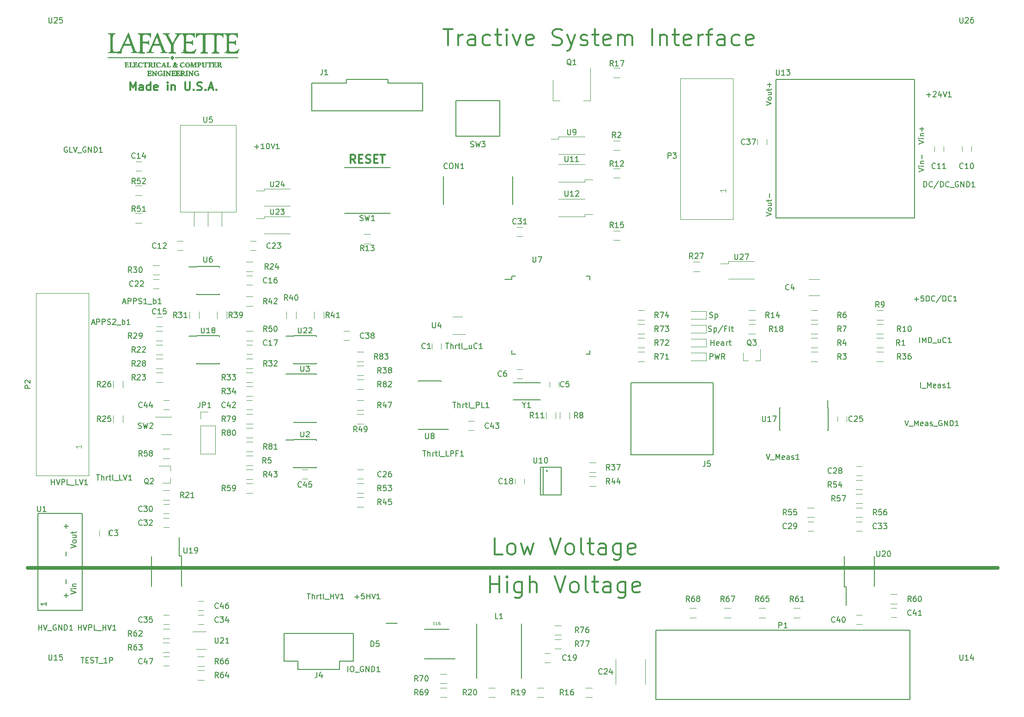
<source format=gbr>
G04 #@! TF.FileFunction,Legend,Top*
%FSLAX46Y46*%
G04 Gerber Fmt 4.6, Leading zero omitted, Abs format (unit mm)*
G04 Created by KiCad (PCBNEW 4.0.2-stable) date 3/27/2017 6:00:43 PM*
%MOMM*%
G01*
G04 APERTURE LIST*
%ADD10C,0.100000*%
%ADD11C,0.150000*%
%ADD12C,0.300000*%
%ADD13C,0.700000*%
%ADD14C,0.120000*%
%ADD15C,0.101600*%
G04 APERTURE END LIST*
D10*
D11*
X155471905Y-84224762D02*
X155614762Y-84272381D01*
X155852858Y-84272381D01*
X155948096Y-84224762D01*
X155995715Y-84177143D01*
X156043334Y-84081905D01*
X156043334Y-83986667D01*
X155995715Y-83891429D01*
X155948096Y-83843810D01*
X155852858Y-83796190D01*
X155662381Y-83748571D01*
X155567143Y-83700952D01*
X155519524Y-83653333D01*
X155471905Y-83558095D01*
X155471905Y-83462857D01*
X155519524Y-83367619D01*
X155567143Y-83320000D01*
X155662381Y-83272381D01*
X155900477Y-83272381D01*
X156043334Y-83320000D01*
X156471905Y-83605714D02*
X156471905Y-84605714D01*
X156471905Y-83653333D02*
X156567143Y-83605714D01*
X156757620Y-83605714D01*
X156852858Y-83653333D01*
X156900477Y-83700952D01*
X156948096Y-83796190D01*
X156948096Y-84081905D01*
X156900477Y-84177143D01*
X156852858Y-84224762D01*
X156757620Y-84272381D01*
X156567143Y-84272381D01*
X156471905Y-84224762D01*
X155241904Y-86764762D02*
X155384761Y-86812381D01*
X155622857Y-86812381D01*
X155718095Y-86764762D01*
X155765714Y-86717143D01*
X155813333Y-86621905D01*
X155813333Y-86526667D01*
X155765714Y-86431429D01*
X155718095Y-86383810D01*
X155622857Y-86336190D01*
X155432380Y-86288571D01*
X155337142Y-86240952D01*
X155289523Y-86193333D01*
X155241904Y-86098095D01*
X155241904Y-86002857D01*
X155289523Y-85907619D01*
X155337142Y-85860000D01*
X155432380Y-85812381D01*
X155670476Y-85812381D01*
X155813333Y-85860000D01*
X156241904Y-86145714D02*
X156241904Y-87145714D01*
X156241904Y-86193333D02*
X156337142Y-86145714D01*
X156527619Y-86145714D01*
X156622857Y-86193333D01*
X156670476Y-86240952D01*
X156718095Y-86336190D01*
X156718095Y-86621905D01*
X156670476Y-86717143D01*
X156622857Y-86764762D01*
X156527619Y-86812381D01*
X156337142Y-86812381D01*
X156241904Y-86764762D01*
X157860952Y-85764762D02*
X157003809Y-87050476D01*
X158527619Y-86288571D02*
X158194285Y-86288571D01*
X158194285Y-86812381D02*
X158194285Y-85812381D01*
X158670476Y-85812381D01*
X159194285Y-86812381D02*
X159099047Y-86764762D01*
X159051428Y-86669524D01*
X159051428Y-85812381D01*
X159432381Y-86145714D02*
X159813333Y-86145714D01*
X159575238Y-85812381D02*
X159575238Y-86669524D01*
X159622857Y-86764762D01*
X159718095Y-86812381D01*
X159813333Y-86812381D01*
X155718095Y-89352381D02*
X155718095Y-88352381D01*
X155718095Y-88828571D02*
X156289524Y-88828571D01*
X156289524Y-89352381D02*
X156289524Y-88352381D01*
X157146667Y-89304762D02*
X157051429Y-89352381D01*
X156860952Y-89352381D01*
X156765714Y-89304762D01*
X156718095Y-89209524D01*
X156718095Y-88828571D01*
X156765714Y-88733333D01*
X156860952Y-88685714D01*
X157051429Y-88685714D01*
X157146667Y-88733333D01*
X157194286Y-88828571D01*
X157194286Y-88923810D01*
X156718095Y-89019048D01*
X158051429Y-89352381D02*
X158051429Y-88828571D01*
X158003810Y-88733333D01*
X157908572Y-88685714D01*
X157718095Y-88685714D01*
X157622857Y-88733333D01*
X158051429Y-89304762D02*
X157956191Y-89352381D01*
X157718095Y-89352381D01*
X157622857Y-89304762D01*
X157575238Y-89209524D01*
X157575238Y-89114286D01*
X157622857Y-89019048D01*
X157718095Y-88971429D01*
X157956191Y-88971429D01*
X158051429Y-88923810D01*
X158527619Y-89352381D02*
X158527619Y-88685714D01*
X158527619Y-88876190D02*
X158575238Y-88780952D01*
X158622857Y-88733333D01*
X158718095Y-88685714D01*
X158813334Y-88685714D01*
X159003810Y-88685714D02*
X159384762Y-88685714D01*
X159146667Y-88352381D02*
X159146667Y-89209524D01*
X159194286Y-89304762D01*
X159289524Y-89352381D01*
X159384762Y-89352381D01*
X155511667Y-91892381D02*
X155511667Y-90892381D01*
X155892620Y-90892381D01*
X155987858Y-90940000D01*
X156035477Y-90987619D01*
X156083096Y-91082857D01*
X156083096Y-91225714D01*
X156035477Y-91320952D01*
X155987858Y-91368571D01*
X155892620Y-91416190D01*
X155511667Y-91416190D01*
X156416429Y-90892381D02*
X156654524Y-91892381D01*
X156845001Y-91178095D01*
X157035477Y-91892381D01*
X157273572Y-90892381D01*
X158225953Y-91892381D02*
X157892619Y-91416190D01*
X157654524Y-91892381D02*
X157654524Y-90892381D01*
X158035477Y-90892381D01*
X158130715Y-90940000D01*
X158178334Y-90987619D01*
X158225953Y-91082857D01*
X158225953Y-91225714D01*
X158178334Y-91320952D01*
X158130715Y-91368571D01*
X158035477Y-91416190D01*
X157654524Y-91416190D01*
D12*
X90531429Y-55923571D02*
X90031429Y-55209286D01*
X89674286Y-55923571D02*
X89674286Y-54423571D01*
X90245714Y-54423571D01*
X90388572Y-54495000D01*
X90460000Y-54566429D01*
X90531429Y-54709286D01*
X90531429Y-54923571D01*
X90460000Y-55066429D01*
X90388572Y-55137857D01*
X90245714Y-55209286D01*
X89674286Y-55209286D01*
X91174286Y-55137857D02*
X91674286Y-55137857D01*
X91888572Y-55923571D02*
X91174286Y-55923571D01*
X91174286Y-54423571D01*
X91888572Y-54423571D01*
X92460000Y-55852143D02*
X92674286Y-55923571D01*
X93031429Y-55923571D01*
X93174286Y-55852143D01*
X93245715Y-55780714D01*
X93317143Y-55637857D01*
X93317143Y-55495000D01*
X93245715Y-55352143D01*
X93174286Y-55280714D01*
X93031429Y-55209286D01*
X92745715Y-55137857D01*
X92602857Y-55066429D01*
X92531429Y-54995000D01*
X92460000Y-54852143D01*
X92460000Y-54709286D01*
X92531429Y-54566429D01*
X92602857Y-54495000D01*
X92745715Y-54423571D01*
X93102857Y-54423571D01*
X93317143Y-54495000D01*
X93960000Y-55137857D02*
X94460000Y-55137857D01*
X94674286Y-55923571D02*
X93960000Y-55923571D01*
X93960000Y-54423571D01*
X94674286Y-54423571D01*
X95102857Y-54423571D02*
X95960000Y-54423571D01*
X95531429Y-55923571D02*
X95531429Y-54423571D01*
X117476428Y-127722143D02*
X116047857Y-127722143D01*
X116047857Y-124722143D01*
X118904999Y-127722143D02*
X118619285Y-127579286D01*
X118476428Y-127436429D01*
X118333571Y-127150714D01*
X118333571Y-126293571D01*
X118476428Y-126007857D01*
X118619285Y-125865000D01*
X118904999Y-125722143D01*
X119333571Y-125722143D01*
X119619285Y-125865000D01*
X119762142Y-126007857D01*
X119904999Y-126293571D01*
X119904999Y-127150714D01*
X119762142Y-127436429D01*
X119619285Y-127579286D01*
X119333571Y-127722143D01*
X118904999Y-127722143D01*
X120904999Y-125722143D02*
X121476428Y-127722143D01*
X122047857Y-126293571D01*
X122619285Y-127722143D01*
X123190714Y-125722143D01*
X126190713Y-124722143D02*
X127190713Y-127722143D01*
X128190713Y-124722143D01*
X129619285Y-127722143D02*
X129333571Y-127579286D01*
X129190714Y-127436429D01*
X129047857Y-127150714D01*
X129047857Y-126293571D01*
X129190714Y-126007857D01*
X129333571Y-125865000D01*
X129619285Y-125722143D01*
X130047857Y-125722143D01*
X130333571Y-125865000D01*
X130476428Y-126007857D01*
X130619285Y-126293571D01*
X130619285Y-127150714D01*
X130476428Y-127436429D01*
X130333571Y-127579286D01*
X130047857Y-127722143D01*
X129619285Y-127722143D01*
X132333571Y-127722143D02*
X132047857Y-127579286D01*
X131905000Y-127293571D01*
X131905000Y-124722143D01*
X133047857Y-125722143D02*
X134190714Y-125722143D01*
X133476429Y-124722143D02*
X133476429Y-127293571D01*
X133619286Y-127579286D01*
X133905000Y-127722143D01*
X134190714Y-127722143D01*
X136476429Y-127722143D02*
X136476429Y-126150714D01*
X136333572Y-125865000D01*
X136047858Y-125722143D01*
X135476429Y-125722143D01*
X135190715Y-125865000D01*
X136476429Y-127579286D02*
X136190715Y-127722143D01*
X135476429Y-127722143D01*
X135190715Y-127579286D01*
X135047858Y-127293571D01*
X135047858Y-127007857D01*
X135190715Y-126722143D01*
X135476429Y-126579286D01*
X136190715Y-126579286D01*
X136476429Y-126436429D01*
X139190715Y-125722143D02*
X139190715Y-128150714D01*
X139047858Y-128436429D01*
X138905001Y-128579286D01*
X138619286Y-128722143D01*
X138190715Y-128722143D01*
X137905001Y-128579286D01*
X139190715Y-127579286D02*
X138905001Y-127722143D01*
X138333572Y-127722143D01*
X138047858Y-127579286D01*
X137905001Y-127436429D01*
X137762144Y-127150714D01*
X137762144Y-126293571D01*
X137905001Y-126007857D01*
X138047858Y-125865000D01*
X138333572Y-125722143D01*
X138905001Y-125722143D01*
X139190715Y-125865000D01*
X141762144Y-127579286D02*
X141476430Y-127722143D01*
X140905001Y-127722143D01*
X140619287Y-127579286D01*
X140476430Y-127293571D01*
X140476430Y-126150714D01*
X140619287Y-125865000D01*
X140905001Y-125722143D01*
X141476430Y-125722143D01*
X141762144Y-125865000D01*
X141905001Y-126150714D01*
X141905001Y-126436429D01*
X140476430Y-126722143D01*
X115190714Y-134707143D02*
X115190714Y-131707143D01*
X115190714Y-133135714D02*
X116904999Y-133135714D01*
X116904999Y-134707143D02*
X116904999Y-131707143D01*
X118333571Y-134707143D02*
X118333571Y-132707143D01*
X118333571Y-131707143D02*
X118190714Y-131850000D01*
X118333571Y-131992857D01*
X118476428Y-131850000D01*
X118333571Y-131707143D01*
X118333571Y-131992857D01*
X121047856Y-132707143D02*
X121047856Y-135135714D01*
X120904999Y-135421429D01*
X120762142Y-135564286D01*
X120476427Y-135707143D01*
X120047856Y-135707143D01*
X119762142Y-135564286D01*
X121047856Y-134564286D02*
X120762142Y-134707143D01*
X120190713Y-134707143D01*
X119904999Y-134564286D01*
X119762142Y-134421429D01*
X119619285Y-134135714D01*
X119619285Y-133278571D01*
X119762142Y-132992857D01*
X119904999Y-132850000D01*
X120190713Y-132707143D01*
X120762142Y-132707143D01*
X121047856Y-132850000D01*
X122476428Y-134707143D02*
X122476428Y-131707143D01*
X123762142Y-134707143D02*
X123762142Y-133135714D01*
X123619285Y-132850000D01*
X123333571Y-132707143D01*
X122904999Y-132707143D01*
X122619285Y-132850000D01*
X122476428Y-132992857D01*
X127047856Y-131707143D02*
X128047856Y-134707143D01*
X129047856Y-131707143D01*
X130476428Y-134707143D02*
X130190714Y-134564286D01*
X130047857Y-134421429D01*
X129905000Y-134135714D01*
X129905000Y-133278571D01*
X130047857Y-132992857D01*
X130190714Y-132850000D01*
X130476428Y-132707143D01*
X130905000Y-132707143D01*
X131190714Y-132850000D01*
X131333571Y-132992857D01*
X131476428Y-133278571D01*
X131476428Y-134135714D01*
X131333571Y-134421429D01*
X131190714Y-134564286D01*
X130905000Y-134707143D01*
X130476428Y-134707143D01*
X133190714Y-134707143D02*
X132905000Y-134564286D01*
X132762143Y-134278571D01*
X132762143Y-131707143D01*
X133905000Y-132707143D02*
X135047857Y-132707143D01*
X134333572Y-131707143D02*
X134333572Y-134278571D01*
X134476429Y-134564286D01*
X134762143Y-134707143D01*
X135047857Y-134707143D01*
X137333572Y-134707143D02*
X137333572Y-133135714D01*
X137190715Y-132850000D01*
X136905001Y-132707143D01*
X136333572Y-132707143D01*
X136047858Y-132850000D01*
X137333572Y-134564286D02*
X137047858Y-134707143D01*
X136333572Y-134707143D01*
X136047858Y-134564286D01*
X135905001Y-134278571D01*
X135905001Y-133992857D01*
X136047858Y-133707143D01*
X136333572Y-133564286D01*
X137047858Y-133564286D01*
X137333572Y-133421429D01*
X140047858Y-132707143D02*
X140047858Y-135135714D01*
X139905001Y-135421429D01*
X139762144Y-135564286D01*
X139476429Y-135707143D01*
X139047858Y-135707143D01*
X138762144Y-135564286D01*
X140047858Y-134564286D02*
X139762144Y-134707143D01*
X139190715Y-134707143D01*
X138905001Y-134564286D01*
X138762144Y-134421429D01*
X138619287Y-134135714D01*
X138619287Y-133278571D01*
X138762144Y-132992857D01*
X138905001Y-132850000D01*
X139190715Y-132707143D01*
X139762144Y-132707143D01*
X140047858Y-132850000D01*
X142619287Y-134564286D02*
X142333573Y-134707143D01*
X141762144Y-134707143D01*
X141476430Y-134564286D01*
X141333573Y-134278571D01*
X141333573Y-133135714D01*
X141476430Y-132850000D01*
X141762144Y-132707143D01*
X142333573Y-132707143D01*
X142619287Y-132850000D01*
X142762144Y-133135714D01*
X142762144Y-133421429D01*
X141333573Y-133707143D01*
D13*
X208280000Y-130175000D02*
X30480000Y-130175000D01*
D12*
X106683570Y-31377143D02*
X108397856Y-31377143D01*
X107540713Y-34377143D02*
X107540713Y-31377143D01*
X109397856Y-34377143D02*
X109397856Y-32377143D01*
X109397856Y-32948571D02*
X109540713Y-32662857D01*
X109683570Y-32520000D01*
X109969284Y-32377143D01*
X110254999Y-32377143D01*
X112540713Y-34377143D02*
X112540713Y-32805714D01*
X112397856Y-32520000D01*
X112112142Y-32377143D01*
X111540713Y-32377143D01*
X111254999Y-32520000D01*
X112540713Y-34234286D02*
X112254999Y-34377143D01*
X111540713Y-34377143D01*
X111254999Y-34234286D01*
X111112142Y-33948571D01*
X111112142Y-33662857D01*
X111254999Y-33377143D01*
X111540713Y-33234286D01*
X112254999Y-33234286D01*
X112540713Y-33091429D01*
X115254999Y-34234286D02*
X114969285Y-34377143D01*
X114397856Y-34377143D01*
X114112142Y-34234286D01*
X113969285Y-34091429D01*
X113826428Y-33805714D01*
X113826428Y-32948571D01*
X113969285Y-32662857D01*
X114112142Y-32520000D01*
X114397856Y-32377143D01*
X114969285Y-32377143D01*
X115254999Y-32520000D01*
X116112142Y-32377143D02*
X117254999Y-32377143D01*
X116540714Y-31377143D02*
X116540714Y-33948571D01*
X116683571Y-34234286D01*
X116969285Y-34377143D01*
X117254999Y-34377143D01*
X118255000Y-34377143D02*
X118255000Y-32377143D01*
X118255000Y-31377143D02*
X118112143Y-31520000D01*
X118255000Y-31662857D01*
X118397857Y-31520000D01*
X118255000Y-31377143D01*
X118255000Y-31662857D01*
X119397856Y-32377143D02*
X120112142Y-34377143D01*
X120826428Y-32377143D01*
X123112142Y-34234286D02*
X122826428Y-34377143D01*
X122254999Y-34377143D01*
X121969285Y-34234286D01*
X121826428Y-33948571D01*
X121826428Y-32805714D01*
X121969285Y-32520000D01*
X122254999Y-32377143D01*
X122826428Y-32377143D01*
X123112142Y-32520000D01*
X123254999Y-32805714D01*
X123254999Y-33091429D01*
X121826428Y-33377143D01*
X126683571Y-34234286D02*
X127112142Y-34377143D01*
X127826428Y-34377143D01*
X128112142Y-34234286D01*
X128254999Y-34091429D01*
X128397856Y-33805714D01*
X128397856Y-33520000D01*
X128254999Y-33234286D01*
X128112142Y-33091429D01*
X127826428Y-32948571D01*
X127254999Y-32805714D01*
X126969285Y-32662857D01*
X126826428Y-32520000D01*
X126683571Y-32234286D01*
X126683571Y-31948571D01*
X126826428Y-31662857D01*
X126969285Y-31520000D01*
X127254999Y-31377143D01*
X127969285Y-31377143D01*
X128397856Y-31520000D01*
X129397856Y-32377143D02*
X130112142Y-34377143D01*
X130826428Y-32377143D02*
X130112142Y-34377143D01*
X129826428Y-35091429D01*
X129683571Y-35234286D01*
X129397856Y-35377143D01*
X131826428Y-34234286D02*
X132112142Y-34377143D01*
X132683570Y-34377143D01*
X132969285Y-34234286D01*
X133112142Y-33948571D01*
X133112142Y-33805714D01*
X132969285Y-33520000D01*
X132683570Y-33377143D01*
X132254999Y-33377143D01*
X131969285Y-33234286D01*
X131826428Y-32948571D01*
X131826428Y-32805714D01*
X131969285Y-32520000D01*
X132254999Y-32377143D01*
X132683570Y-32377143D01*
X132969285Y-32520000D01*
X133969284Y-32377143D02*
X135112141Y-32377143D01*
X134397856Y-31377143D02*
X134397856Y-33948571D01*
X134540713Y-34234286D01*
X134826427Y-34377143D01*
X135112141Y-34377143D01*
X137254999Y-34234286D02*
X136969285Y-34377143D01*
X136397856Y-34377143D01*
X136112142Y-34234286D01*
X135969285Y-33948571D01*
X135969285Y-32805714D01*
X136112142Y-32520000D01*
X136397856Y-32377143D01*
X136969285Y-32377143D01*
X137254999Y-32520000D01*
X137397856Y-32805714D01*
X137397856Y-33091429D01*
X135969285Y-33377143D01*
X138683571Y-34377143D02*
X138683571Y-32377143D01*
X138683571Y-32662857D02*
X138826428Y-32520000D01*
X139112142Y-32377143D01*
X139540714Y-32377143D01*
X139826428Y-32520000D01*
X139969285Y-32805714D01*
X139969285Y-34377143D01*
X139969285Y-32805714D02*
X140112142Y-32520000D01*
X140397856Y-32377143D01*
X140826428Y-32377143D01*
X141112142Y-32520000D01*
X141254999Y-32805714D01*
X141254999Y-34377143D01*
X144969285Y-34377143D02*
X144969285Y-31377143D01*
X146397856Y-32377143D02*
X146397856Y-34377143D01*
X146397856Y-32662857D02*
X146540713Y-32520000D01*
X146826427Y-32377143D01*
X147254999Y-32377143D01*
X147540713Y-32520000D01*
X147683570Y-32805714D01*
X147683570Y-34377143D01*
X148683570Y-32377143D02*
X149826427Y-32377143D01*
X149112142Y-31377143D02*
X149112142Y-33948571D01*
X149254999Y-34234286D01*
X149540713Y-34377143D01*
X149826427Y-34377143D01*
X151969285Y-34234286D02*
X151683571Y-34377143D01*
X151112142Y-34377143D01*
X150826428Y-34234286D01*
X150683571Y-33948571D01*
X150683571Y-32805714D01*
X150826428Y-32520000D01*
X151112142Y-32377143D01*
X151683571Y-32377143D01*
X151969285Y-32520000D01*
X152112142Y-32805714D01*
X152112142Y-33091429D01*
X150683571Y-33377143D01*
X153397857Y-34377143D02*
X153397857Y-32377143D01*
X153397857Y-32948571D02*
X153540714Y-32662857D01*
X153683571Y-32520000D01*
X153969285Y-32377143D01*
X154255000Y-32377143D01*
X154826428Y-32377143D02*
X155969285Y-32377143D01*
X155255000Y-34377143D02*
X155255000Y-31805714D01*
X155397857Y-31520000D01*
X155683571Y-31377143D01*
X155969285Y-31377143D01*
X158255000Y-34377143D02*
X158255000Y-32805714D01*
X158112143Y-32520000D01*
X157826429Y-32377143D01*
X157255000Y-32377143D01*
X156969286Y-32520000D01*
X158255000Y-34234286D02*
X157969286Y-34377143D01*
X157255000Y-34377143D01*
X156969286Y-34234286D01*
X156826429Y-33948571D01*
X156826429Y-33662857D01*
X156969286Y-33377143D01*
X157255000Y-33234286D01*
X157969286Y-33234286D01*
X158255000Y-33091429D01*
X160969286Y-34234286D02*
X160683572Y-34377143D01*
X160112143Y-34377143D01*
X159826429Y-34234286D01*
X159683572Y-34091429D01*
X159540715Y-33805714D01*
X159540715Y-32948571D01*
X159683572Y-32662857D01*
X159826429Y-32520000D01*
X160112143Y-32377143D01*
X160683572Y-32377143D01*
X160969286Y-32520000D01*
X163397858Y-34234286D02*
X163112144Y-34377143D01*
X162540715Y-34377143D01*
X162255001Y-34234286D01*
X162112144Y-33948571D01*
X162112144Y-32805714D01*
X162255001Y-32520000D01*
X162540715Y-32377143D01*
X163112144Y-32377143D01*
X163397858Y-32520000D01*
X163540715Y-32805714D01*
X163540715Y-33091429D01*
X162112144Y-33377143D01*
X49257143Y-42588571D02*
X49257143Y-41088571D01*
X49757143Y-42160000D01*
X50257143Y-41088571D01*
X50257143Y-42588571D01*
X51614286Y-42588571D02*
X51614286Y-41802857D01*
X51542857Y-41660000D01*
X51400000Y-41588571D01*
X51114286Y-41588571D01*
X50971429Y-41660000D01*
X51614286Y-42517143D02*
X51471429Y-42588571D01*
X51114286Y-42588571D01*
X50971429Y-42517143D01*
X50900000Y-42374286D01*
X50900000Y-42231429D01*
X50971429Y-42088571D01*
X51114286Y-42017143D01*
X51471429Y-42017143D01*
X51614286Y-41945714D01*
X52971429Y-42588571D02*
X52971429Y-41088571D01*
X52971429Y-42517143D02*
X52828572Y-42588571D01*
X52542858Y-42588571D01*
X52400000Y-42517143D01*
X52328572Y-42445714D01*
X52257143Y-42302857D01*
X52257143Y-41874286D01*
X52328572Y-41731429D01*
X52400000Y-41660000D01*
X52542858Y-41588571D01*
X52828572Y-41588571D01*
X52971429Y-41660000D01*
X54257143Y-42517143D02*
X54114286Y-42588571D01*
X53828572Y-42588571D01*
X53685715Y-42517143D01*
X53614286Y-42374286D01*
X53614286Y-41802857D01*
X53685715Y-41660000D01*
X53828572Y-41588571D01*
X54114286Y-41588571D01*
X54257143Y-41660000D01*
X54328572Y-41802857D01*
X54328572Y-41945714D01*
X53614286Y-42088571D01*
X56114286Y-42588571D02*
X56114286Y-41588571D01*
X56114286Y-41088571D02*
X56042857Y-41160000D01*
X56114286Y-41231429D01*
X56185714Y-41160000D01*
X56114286Y-41088571D01*
X56114286Y-41231429D01*
X56828572Y-41588571D02*
X56828572Y-42588571D01*
X56828572Y-41731429D02*
X56900000Y-41660000D01*
X57042858Y-41588571D01*
X57257143Y-41588571D01*
X57400000Y-41660000D01*
X57471429Y-41802857D01*
X57471429Y-42588571D01*
X59328572Y-41088571D02*
X59328572Y-42302857D01*
X59400000Y-42445714D01*
X59471429Y-42517143D01*
X59614286Y-42588571D01*
X59900000Y-42588571D01*
X60042858Y-42517143D01*
X60114286Y-42445714D01*
X60185715Y-42302857D01*
X60185715Y-41088571D01*
X60900001Y-42445714D02*
X60971429Y-42517143D01*
X60900001Y-42588571D01*
X60828572Y-42517143D01*
X60900001Y-42445714D01*
X60900001Y-42588571D01*
X61542858Y-42517143D02*
X61757144Y-42588571D01*
X62114287Y-42588571D01*
X62257144Y-42517143D01*
X62328573Y-42445714D01*
X62400001Y-42302857D01*
X62400001Y-42160000D01*
X62328573Y-42017143D01*
X62257144Y-41945714D01*
X62114287Y-41874286D01*
X61828573Y-41802857D01*
X61685715Y-41731429D01*
X61614287Y-41660000D01*
X61542858Y-41517143D01*
X61542858Y-41374286D01*
X61614287Y-41231429D01*
X61685715Y-41160000D01*
X61828573Y-41088571D01*
X62185715Y-41088571D01*
X62400001Y-41160000D01*
X63042858Y-42445714D02*
X63114286Y-42517143D01*
X63042858Y-42588571D01*
X62971429Y-42517143D01*
X63042858Y-42445714D01*
X63042858Y-42588571D01*
X63685715Y-42160000D02*
X64400001Y-42160000D01*
X63542858Y-42588571D02*
X64042858Y-41088571D01*
X64542858Y-42588571D01*
X65042858Y-42445714D02*
X65114286Y-42517143D01*
X65042858Y-42588571D01*
X64971429Y-42517143D01*
X65042858Y-42445714D01*
X65042858Y-42588571D01*
D11*
X119190000Y-76645000D02*
X119190000Y-77220000D01*
X133540000Y-76645000D02*
X133540000Y-77320000D01*
X133540000Y-90995000D02*
X133540000Y-90320000D01*
X119190000Y-90995000D02*
X119190000Y-90320000D01*
X119190000Y-76645000D02*
X119865000Y-76645000D01*
X119190000Y-90995000D02*
X119865000Y-90995000D01*
X133540000Y-90995000D02*
X132865000Y-90995000D01*
X133540000Y-76645000D02*
X132865000Y-76645000D01*
X119190000Y-77220000D02*
X117915000Y-77220000D01*
X40425000Y-120155000D02*
X40425000Y-137955000D01*
X32305000Y-137955000D02*
X40425000Y-137955000D01*
X32305000Y-120155000D02*
X32305000Y-137955000D01*
X32305000Y-120155000D02*
X40425000Y-120155000D01*
X106215000Y-104780000D02*
X106215000Y-104755000D01*
X102065000Y-104780000D02*
X102065000Y-104665000D01*
X102065000Y-95880000D02*
X102065000Y-95995000D01*
X106215000Y-95880000D02*
X106215000Y-95995000D01*
X106215000Y-104780000D02*
X102065000Y-104780000D01*
X106215000Y-95880000D02*
X102065000Y-95880000D01*
X106215000Y-104755000D02*
X107590000Y-104755000D01*
X107660000Y-141420000D02*
X103160000Y-141420000D01*
X108785000Y-146870000D02*
X103160000Y-146870000D01*
X61425000Y-74895000D02*
X61425000Y-74945000D01*
X65575000Y-74895000D02*
X65575000Y-75040000D01*
X65575000Y-80045000D02*
X65575000Y-79900000D01*
X61425000Y-80045000D02*
X61425000Y-79900000D01*
X61425000Y-74895000D02*
X65575000Y-74895000D01*
X61425000Y-80045000D02*
X65575000Y-80045000D01*
X61425000Y-74945000D02*
X60025000Y-74945000D01*
D14*
X189730000Y-137580000D02*
X188730000Y-137580000D01*
X188730000Y-139280000D02*
X189730000Y-139280000D01*
D11*
X180130000Y-133610000D02*
X180530000Y-133610000D01*
X180530000Y-133610000D02*
X180530000Y-137060000D01*
X180125000Y-133560000D02*
X180125000Y-128060000D01*
X185635000Y-133560000D02*
X185635000Y-128060000D01*
D14*
X45300000Y-124325000D02*
X45300000Y-123325000D01*
X43600000Y-123325000D02*
X43600000Y-124325000D01*
X175625000Y-77260000D02*
X173625000Y-77260000D01*
X173625000Y-80220000D02*
X175625000Y-80220000D01*
X127850000Y-97020000D02*
X127850000Y-96020000D01*
X126150000Y-96020000D02*
X126150000Y-97020000D01*
X121150000Y-93765000D02*
X120150000Y-93765000D01*
X120150000Y-95465000D02*
X121150000Y-95465000D01*
X203415000Y-53840000D02*
X203415000Y-52840000D01*
X201715000Y-52840000D02*
X201715000Y-53840000D01*
X198335000Y-53840000D02*
X198335000Y-52840000D01*
X196635000Y-52840000D02*
X196635000Y-53840000D01*
X57920000Y-71970000D02*
X58920000Y-71970000D01*
X58920000Y-70270000D02*
X57920000Y-70270000D01*
X50300000Y-57365000D02*
X51300000Y-57365000D01*
X51300000Y-55665000D02*
X50300000Y-55665000D01*
X54110000Y-85940000D02*
X55110000Y-85940000D01*
X55110000Y-84240000D02*
X54110000Y-84240000D01*
X71620000Y-76620000D02*
X70620000Y-76620000D01*
X70620000Y-78320000D02*
X71620000Y-78320000D01*
X71620000Y-89320000D02*
X70620000Y-89320000D01*
X70620000Y-91020000D02*
X71620000Y-91020000D01*
X119800000Y-113800000D02*
X119800000Y-114800000D01*
X121500000Y-114800000D02*
X121500000Y-113800000D01*
X126230000Y-145835000D02*
X125230000Y-145835000D01*
X125230000Y-147535000D02*
X126230000Y-147535000D01*
X53475000Y-78955000D02*
X54475000Y-78955000D01*
X54475000Y-77255000D02*
X53475000Y-77255000D01*
X72255000Y-70270000D02*
X71255000Y-70270000D01*
X71255000Y-71970000D02*
X72255000Y-71970000D01*
X180555000Y-103370000D02*
X180555000Y-102370000D01*
X178855000Y-102370000D02*
X178855000Y-103370000D01*
X90940000Y-113880000D02*
X91940000Y-113880000D01*
X91940000Y-112180000D02*
X90940000Y-112180000D01*
X183380000Y-111545000D02*
X182380000Y-111545000D01*
X182380000Y-113245000D02*
X183380000Y-113245000D01*
X173490000Y-123405000D02*
X174490000Y-123405000D01*
X174490000Y-121705000D02*
X173490000Y-121705000D01*
X55380000Y-120230000D02*
X56380000Y-120230000D01*
X56380000Y-118530000D02*
X55380000Y-118530000D01*
X120150000Y-69430000D02*
X121150000Y-69430000D01*
X121150000Y-67730000D02*
X120150000Y-67730000D01*
X55380000Y-122770000D02*
X56380000Y-122770000D01*
X56380000Y-121070000D02*
X55380000Y-121070000D01*
X183380000Y-121705000D02*
X182380000Y-121705000D01*
X182380000Y-123405000D02*
X183380000Y-123405000D01*
X62730000Y-138850000D02*
X61730000Y-138850000D01*
X61730000Y-140550000D02*
X62730000Y-140550000D01*
X55380000Y-140550000D02*
X56380000Y-140550000D01*
X56380000Y-138850000D02*
X55380000Y-138850000D01*
X165950000Y-52570000D02*
X165950000Y-51570000D01*
X164250000Y-51570000D02*
X164250000Y-52570000D01*
X89400000Y-86780000D02*
X88400000Y-86780000D01*
X88400000Y-88480000D02*
X89400000Y-88480000D01*
X183380000Y-138850000D02*
X182380000Y-138850000D01*
X182380000Y-140550000D02*
X183380000Y-140550000D01*
X70620000Y-101180000D02*
X71620000Y-101180000D01*
X71620000Y-99480000D02*
X70620000Y-99480000D01*
X112260000Y-103290000D02*
X111260000Y-103290000D01*
X111260000Y-104990000D02*
X112260000Y-104990000D01*
X55380000Y-101180000D02*
X56380000Y-101180000D01*
X56380000Y-99480000D02*
X55380000Y-99480000D01*
X81780000Y-112180000D02*
X80780000Y-112180000D01*
X80780000Y-113880000D02*
X81780000Y-113880000D01*
X62730000Y-136310000D02*
X61730000Y-136310000D01*
X61730000Y-138010000D02*
X62730000Y-138010000D01*
X55380000Y-148170000D02*
X56380000Y-148170000D01*
X56380000Y-146470000D02*
X55380000Y-146470000D01*
D11*
X106705000Y-63510000D02*
X106705000Y-58410000D01*
X119355000Y-58410000D02*
X119355000Y-63510000D01*
D14*
X154835000Y-92140000D02*
X154835000Y-90740000D01*
X154835000Y-90740000D02*
X152035000Y-90740000D01*
X154835000Y-92140000D02*
X152035000Y-92140000D01*
X154835000Y-89600000D02*
X154835000Y-88200000D01*
X154835000Y-88200000D02*
X152035000Y-88200000D01*
X154835000Y-89600000D02*
X152035000Y-89600000D01*
X154835000Y-87060000D02*
X154835000Y-85660000D01*
X154835000Y-85660000D02*
X152035000Y-85660000D01*
X154835000Y-87060000D02*
X152035000Y-87060000D01*
X154835000Y-84520000D02*
X154835000Y-83120000D01*
X154835000Y-83120000D02*
X152035000Y-83120000D01*
X154835000Y-84520000D02*
X152035000Y-84520000D01*
D11*
X98044000Y-140335000D02*
X98171000Y-140335000D01*
X96139000Y-140335000D02*
X98044000Y-140335000D01*
X141050000Y-96265000D02*
X141050000Y-109475000D01*
X156130000Y-109475000D02*
X141050000Y-109475000D01*
X156130000Y-96265000D02*
X156130000Y-109475000D01*
X141050000Y-96265000D02*
X156130000Y-96265000D01*
D14*
X56640000Y-114610000D02*
X56640000Y-113680000D01*
X56640000Y-111450000D02*
X56640000Y-112380000D01*
X56640000Y-111450000D02*
X54480000Y-111450000D01*
X56640000Y-114610000D02*
X55180000Y-114610000D01*
X161615000Y-92200000D02*
X162545000Y-92200000D01*
X164775000Y-92200000D02*
X163845000Y-92200000D01*
X164775000Y-92200000D02*
X164775000Y-90040000D01*
X161615000Y-92200000D02*
X161615000Y-90740000D01*
X187290000Y-89780000D02*
X186090000Y-89780000D01*
X186090000Y-88020000D02*
X187290000Y-88020000D01*
X137830000Y-51825000D02*
X139030000Y-51825000D01*
X139030000Y-53585000D02*
X137830000Y-53585000D01*
X174025000Y-90560000D02*
X175225000Y-90560000D01*
X175225000Y-92320000D02*
X174025000Y-92320000D01*
X174025000Y-88020000D02*
X175225000Y-88020000D01*
X175225000Y-89780000D02*
X174025000Y-89780000D01*
X175225000Y-84700000D02*
X174025000Y-84700000D01*
X174025000Y-82940000D02*
X175225000Y-82940000D01*
X174025000Y-85480000D02*
X175225000Y-85480000D01*
X175225000Y-87240000D02*
X174025000Y-87240000D01*
X128025000Y-102835000D02*
X128025000Y-101635000D01*
X129785000Y-101635000D02*
X129785000Y-102835000D01*
X187290000Y-84700000D02*
X186090000Y-84700000D01*
X186090000Y-82940000D02*
X187290000Y-82940000D01*
X187290000Y-87240000D02*
X186090000Y-87240000D01*
X186090000Y-85480000D02*
X187290000Y-85480000D01*
X125485000Y-102835000D02*
X125485000Y-101635000D01*
X127245000Y-101635000D02*
X127245000Y-102835000D01*
X139030000Y-58665000D02*
X137830000Y-58665000D01*
X137830000Y-56905000D02*
X139030000Y-56905000D01*
X92110000Y-68970000D02*
X93310000Y-68970000D01*
X93310000Y-70730000D02*
X92110000Y-70730000D01*
X162595000Y-82940000D02*
X163795000Y-82940000D01*
X163795000Y-84700000D02*
X162595000Y-84700000D01*
X137830000Y-68335000D02*
X139030000Y-68335000D01*
X139030000Y-70095000D02*
X137830000Y-70095000D01*
X133950000Y-153915000D02*
X132750000Y-153915000D01*
X132750000Y-152155000D02*
X133950000Y-152155000D01*
X163795000Y-87240000D02*
X162595000Y-87240000D01*
X162595000Y-85480000D02*
X163795000Y-85480000D01*
X125060000Y-153915000D02*
X123860000Y-153915000D01*
X123860000Y-152155000D02*
X125060000Y-152155000D01*
X116170000Y-153915000D02*
X114970000Y-153915000D01*
X114970000Y-152155000D02*
X116170000Y-152155000D01*
X55210000Y-91050000D02*
X54010000Y-91050000D01*
X54010000Y-89290000D02*
X55210000Y-89290000D01*
X55210000Y-96130000D02*
X54010000Y-96130000D01*
X54010000Y-94370000D02*
X55210000Y-94370000D01*
X70520000Y-74050000D02*
X71720000Y-74050000D01*
X71720000Y-75810000D02*
X70520000Y-75810000D01*
X46110000Y-103470000D02*
X46110000Y-102270000D01*
X47870000Y-102270000D02*
X47870000Y-103470000D01*
X47870000Y-95920000D02*
X47870000Y-97120000D01*
X46110000Y-97120000D02*
X46110000Y-95920000D01*
X55210000Y-93590000D02*
X54010000Y-93590000D01*
X54010000Y-91830000D02*
X55210000Y-91830000D01*
X55210000Y-88510000D02*
X54010000Y-88510000D01*
X54010000Y-86750000D02*
X55210000Y-86750000D01*
X54575000Y-76445000D02*
X53375000Y-76445000D01*
X53375000Y-74685000D02*
X54575000Y-74685000D01*
X60080000Y-84420000D02*
X60080000Y-83220000D01*
X61840000Y-83220000D02*
X61840000Y-84420000D01*
X70520000Y-91830000D02*
X71720000Y-91830000D01*
X71720000Y-93590000D02*
X70520000Y-93590000D01*
X71720000Y-96130000D02*
X70520000Y-96130000D01*
X70520000Y-94370000D02*
X71720000Y-94370000D01*
X71720000Y-98670000D02*
X70520000Y-98670000D01*
X70520000Y-96910000D02*
X71720000Y-96910000D01*
X187290000Y-92320000D02*
X186090000Y-92320000D01*
X186090000Y-90560000D02*
X187290000Y-90560000D01*
X134585000Y-112640000D02*
X133385000Y-112640000D01*
X133385000Y-110880000D02*
X134585000Y-110880000D01*
X90840000Y-93100000D02*
X92040000Y-93100000D01*
X92040000Y-94860000D02*
X90840000Y-94860000D01*
X65160000Y-84420000D02*
X65160000Y-83220000D01*
X66920000Y-83220000D02*
X66920000Y-84420000D01*
X79620000Y-83220000D02*
X79620000Y-84420000D01*
X77860000Y-84420000D02*
X77860000Y-83220000D01*
X84700000Y-83220000D02*
X84700000Y-84420000D01*
X82940000Y-84420000D02*
X82940000Y-83220000D01*
X71720000Y-82160000D02*
X70520000Y-82160000D01*
X70520000Y-80400000D02*
X71720000Y-80400000D01*
X70520000Y-112150000D02*
X71720000Y-112150000D01*
X71720000Y-113910000D02*
X70520000Y-113910000D01*
X134585000Y-115180000D02*
X133385000Y-115180000D01*
X133385000Y-113420000D02*
X134585000Y-113420000D01*
X90840000Y-117230000D02*
X92040000Y-117230000D01*
X92040000Y-118990000D02*
X90840000Y-118990000D01*
X92040000Y-101210000D02*
X90840000Y-101210000D01*
X90840000Y-99450000D02*
X92040000Y-99450000D01*
X90840000Y-101990000D02*
X92040000Y-101990000D01*
X92040000Y-103750000D02*
X90840000Y-103750000D01*
X71720000Y-88510000D02*
X70520000Y-88510000D01*
X70520000Y-86750000D02*
X71720000Y-86750000D01*
X51400000Y-66920000D02*
X50200000Y-66920000D01*
X50200000Y-65160000D02*
X51400000Y-65160000D01*
X51400000Y-61840000D02*
X50200000Y-61840000D01*
X50200000Y-60080000D02*
X51400000Y-60080000D01*
X92040000Y-116450000D02*
X90840000Y-116450000D01*
X90840000Y-114690000D02*
X92040000Y-114690000D01*
X183480000Y-115815000D02*
X182280000Y-115815000D01*
X182280000Y-114055000D02*
X183480000Y-114055000D01*
X174590000Y-120895000D02*
X173390000Y-120895000D01*
X173390000Y-119135000D02*
X174590000Y-119135000D01*
X183480000Y-120895000D02*
X182280000Y-120895000D01*
X182280000Y-119135000D02*
X183480000Y-119135000D01*
X182280000Y-116595000D02*
X183480000Y-116595000D01*
X183480000Y-118355000D02*
X182280000Y-118355000D01*
X56480000Y-110100000D02*
X55280000Y-110100000D01*
X55280000Y-108340000D02*
X56480000Y-108340000D01*
X71720000Y-116450000D02*
X70520000Y-116450000D01*
X70520000Y-114690000D02*
X71720000Y-114690000D01*
X188630000Y-135010000D02*
X189830000Y-135010000D01*
X189830000Y-136770000D02*
X188630000Y-136770000D01*
X170850000Y-137550000D02*
X172050000Y-137550000D01*
X172050000Y-139310000D02*
X170850000Y-139310000D01*
X55280000Y-141360000D02*
X56480000Y-141360000D01*
X56480000Y-143120000D02*
X55280000Y-143120000D01*
X56480000Y-145660000D02*
X55280000Y-145660000D01*
X55280000Y-143900000D02*
X56480000Y-143900000D01*
X61630000Y-148980000D02*
X62830000Y-148980000D01*
X62830000Y-150740000D02*
X61630000Y-150740000D01*
X164500000Y-137550000D02*
X165700000Y-137550000D01*
X165700000Y-139310000D02*
X164500000Y-139310000D01*
X62830000Y-148200000D02*
X61630000Y-148200000D01*
X61630000Y-146440000D02*
X62830000Y-146440000D01*
X158150000Y-137550000D02*
X159350000Y-137550000D01*
X159350000Y-139310000D02*
X158150000Y-139310000D01*
X151800000Y-137550000D02*
X153000000Y-137550000D01*
X153000000Y-139310000D02*
X151800000Y-139310000D01*
X70520000Y-101990000D02*
X71720000Y-101990000D01*
X71720000Y-103750000D02*
X70520000Y-103750000D01*
X70520000Y-104530000D02*
X71720000Y-104530000D01*
X71720000Y-106290000D02*
X70520000Y-106290000D01*
X71720000Y-108830000D02*
X70520000Y-108830000D01*
X70520000Y-107070000D02*
X71720000Y-107070000D01*
X90840000Y-95640000D02*
X92040000Y-95640000D01*
X92040000Y-97400000D02*
X90840000Y-97400000D01*
X90840000Y-90560000D02*
X92040000Y-90560000D01*
X92040000Y-92320000D02*
X90840000Y-92320000D01*
D11*
X79205000Y-94610000D02*
X79205000Y-94635000D01*
X83355000Y-94610000D02*
X83355000Y-94725000D01*
X83355000Y-103510000D02*
X83355000Y-103395000D01*
X79205000Y-103510000D02*
X79205000Y-103395000D01*
X79205000Y-94610000D02*
X83355000Y-94610000D01*
X79205000Y-103510000D02*
X83355000Y-103510000D01*
X79205000Y-94635000D02*
X77830000Y-94635000D01*
D14*
X127775000Y-51115000D02*
X127775000Y-51515000D01*
X127775000Y-51515000D02*
X126375000Y-51515000D01*
X127775000Y-51115000D02*
X132575000Y-51115000D01*
X127775000Y-54315000D02*
X132575000Y-54315000D01*
X132575000Y-59375000D02*
X132575000Y-58975000D01*
X132575000Y-58975000D02*
X133975000Y-58975000D01*
X132575000Y-59375000D02*
X127775000Y-59375000D01*
X132575000Y-56175000D02*
X127775000Y-56175000D01*
X132575000Y-65725000D02*
X132575000Y-65325000D01*
X132575000Y-65325000D02*
X133975000Y-65325000D01*
X132575000Y-65725000D02*
X127775000Y-65725000D01*
X132575000Y-62525000D02*
X127775000Y-62525000D01*
D11*
X193040000Y-53340000D02*
X193040000Y-66040000D01*
X193040000Y-66040000D02*
X167640000Y-66040000D01*
X167640000Y-66040000D02*
X167640000Y-40640000D01*
X167640000Y-40640000D02*
X193040000Y-40640000D01*
X193040000Y-40640000D02*
X193040000Y-53340000D01*
X177170000Y-100795000D02*
X177145000Y-100795000D01*
X177170000Y-104945000D02*
X177055000Y-104945000D01*
X168270000Y-104945000D02*
X168385000Y-104945000D01*
X168270000Y-100795000D02*
X168385000Y-100795000D01*
X177170000Y-100795000D02*
X177170000Y-104945000D01*
X168270000Y-100795000D02*
X168270000Y-104945000D01*
X177145000Y-100795000D02*
X177145000Y-99420000D01*
D14*
X61330000Y-145120000D02*
X63130000Y-145120000D01*
X63130000Y-141900000D02*
X60680000Y-141900000D01*
D11*
X125730000Y-112395000D02*
G75*
G03X125730000Y-112395000I-127000J0D01*
G01*
X124968000Y-111760000D02*
X124968000Y-116840000D01*
X128270000Y-111760000D02*
X128270000Y-116840000D01*
X124460000Y-111760000D02*
X124460000Y-116840000D01*
X124460000Y-111760000D02*
X128270000Y-111760000D01*
X124460000Y-116840000D02*
X128270000Y-116840000D01*
X58630000Y-128010000D02*
X58230000Y-128010000D01*
X58230000Y-128010000D02*
X58230000Y-124560000D01*
X58635000Y-128060000D02*
X58635000Y-133560000D01*
X53125000Y-128060000D02*
X53125000Y-133560000D01*
D14*
X138240000Y-146925000D02*
X138240000Y-151525000D01*
X143700000Y-151525000D02*
X143700000Y-146925000D01*
D11*
X112740000Y-150415000D02*
X112740000Y-140415000D01*
X120940000Y-150415000D02*
X120940000Y-140415000D01*
D14*
X126765000Y-44455000D02*
X128025000Y-44455000D01*
X133585000Y-44455000D02*
X132325000Y-44455000D01*
X126765000Y-40695000D02*
X126765000Y-44455000D01*
X133585000Y-38445000D02*
X133585000Y-44455000D01*
X107280000Y-153915000D02*
X106080000Y-153915000D01*
X106080000Y-152155000D02*
X107280000Y-152155000D01*
X107280000Y-151375000D02*
X106080000Y-151375000D01*
X106080000Y-149615000D02*
X107280000Y-149615000D01*
X143475000Y-92320000D02*
X142275000Y-92320000D01*
X142275000Y-90560000D02*
X143475000Y-90560000D01*
X143475000Y-89780000D02*
X142275000Y-89780000D01*
X142275000Y-88020000D02*
X143475000Y-88020000D01*
X143475000Y-87240000D02*
X142275000Y-87240000D01*
X142275000Y-85480000D02*
X143475000Y-85480000D01*
X143475000Y-84700000D02*
X142275000Y-84700000D01*
X142275000Y-82940000D02*
X143475000Y-82940000D01*
X127035000Y-140725000D02*
X128235000Y-140725000D01*
X128235000Y-142485000D02*
X127035000Y-142485000D01*
X128235000Y-145025000D02*
X127035000Y-145025000D01*
X127035000Y-143265000D02*
X128235000Y-143265000D01*
D11*
X88510000Y-56760000D02*
X96910000Y-56760000D01*
X96910000Y-65160000D02*
X88510000Y-65160000D01*
D14*
X54980000Y-105750000D02*
X56780000Y-105750000D01*
X56780000Y-102530000D02*
X53830000Y-102530000D01*
D11*
X108990000Y-44530000D02*
X116990000Y-44530000D01*
X116990000Y-44530000D02*
X116990000Y-51030000D01*
X116990000Y-51030000D02*
X108990000Y-51030000D01*
X108990000Y-51030000D02*
X108990000Y-44530000D01*
X61425000Y-87595000D02*
X61425000Y-87645000D01*
X65575000Y-87595000D02*
X65575000Y-87740000D01*
X65575000Y-92745000D02*
X65575000Y-92600000D01*
X61425000Y-92745000D02*
X61425000Y-92600000D01*
X61425000Y-87595000D02*
X65575000Y-87595000D01*
X61425000Y-92745000D02*
X65575000Y-92745000D01*
X61425000Y-87645000D02*
X60025000Y-87645000D01*
X79205000Y-87595000D02*
X79205000Y-87645000D01*
X83355000Y-87595000D02*
X83355000Y-87740000D01*
X83355000Y-92745000D02*
X83355000Y-92600000D01*
X79205000Y-92745000D02*
X79205000Y-92600000D01*
X79205000Y-87595000D02*
X83355000Y-87595000D01*
X79205000Y-92745000D02*
X83355000Y-92745000D01*
X79205000Y-87645000D02*
X77805000Y-87645000D01*
D14*
X73800000Y-65720000D02*
X73800000Y-66120000D01*
X73800000Y-66120000D02*
X72400000Y-66120000D01*
X73800000Y-65720000D02*
X78600000Y-65720000D01*
X73800000Y-68920000D02*
X78600000Y-68920000D01*
X73800000Y-60640000D02*
X73800000Y-61040000D01*
X73800000Y-61040000D02*
X72400000Y-61040000D01*
X73800000Y-60640000D02*
X78600000Y-60640000D01*
X73800000Y-63840000D02*
X78600000Y-63840000D01*
X62170000Y-104140000D02*
X62170000Y-109280000D01*
X62170000Y-109280000D02*
X64830000Y-109280000D01*
X64830000Y-109280000D02*
X64830000Y-104140000D01*
X64830000Y-104140000D02*
X62170000Y-104140000D01*
X62170000Y-102870000D02*
X62170000Y-101540000D01*
X62170000Y-101540000D02*
X63500000Y-101540000D01*
D11*
X79205000Y-106645000D02*
X79205000Y-106695000D01*
X83355000Y-106645000D02*
X83355000Y-106790000D01*
X83355000Y-111795000D02*
X83355000Y-111650000D01*
X79205000Y-111795000D02*
X79205000Y-111650000D01*
X79205000Y-106645000D02*
X83355000Y-106645000D01*
X79205000Y-111795000D02*
X83355000Y-111795000D01*
X79205000Y-106695000D02*
X77805000Y-106695000D01*
X96520000Y-41275000D02*
X102870000Y-41275000D01*
X82550000Y-41275000D02*
X88900000Y-41275000D01*
X88900000Y-41275000D02*
X88900000Y-40640000D01*
X88900000Y-40640000D02*
X90805000Y-40640000D01*
X94615000Y-40640000D02*
X96520000Y-40640000D01*
X96520000Y-40640000D02*
X96520000Y-41275000D01*
X90805000Y-40640000D02*
X94615000Y-40640000D01*
X102870000Y-41275000D02*
X102870000Y-46355000D01*
X102870000Y-46355000D02*
X82550000Y-46355000D01*
X82550000Y-46355000D02*
X82550000Y-41275000D01*
D14*
X32030000Y-113280000D02*
X32030000Y-79760000D01*
X32030000Y-79760000D02*
X41630000Y-79760000D01*
X41630000Y-79760000D02*
X41630000Y-113280000D01*
X41630000Y-113280000D02*
X32030000Y-113280000D01*
X150140000Y-66290000D02*
X150140000Y-40390000D01*
X150140000Y-40390000D02*
X159740000Y-40390000D01*
X159740000Y-40390000D02*
X159740000Y-66290000D01*
X159740000Y-66290000D02*
X150140000Y-66290000D01*
X139030000Y-40250000D02*
X137830000Y-40250000D01*
X137830000Y-38490000D02*
X139030000Y-38490000D01*
D11*
X124420000Y-99390000D02*
X119420000Y-99390000D01*
X119420000Y-96190000D02*
X124420000Y-96190000D01*
D14*
X71720000Y-111370000D02*
X70520000Y-111370000D01*
X70520000Y-109610000D02*
X71720000Y-109610000D01*
X56480000Y-117720000D02*
X55280000Y-117720000D01*
X55280000Y-115960000D02*
X56480000Y-115960000D01*
X106260000Y-90035000D02*
X106260000Y-89035000D01*
X104560000Y-89035000D02*
X104560000Y-90035000D01*
X110120000Y-84115000D02*
X108320000Y-84115000D01*
X108320000Y-87335000D02*
X110770000Y-87335000D01*
D11*
X77470000Y-147320000D02*
X80010000Y-147320000D01*
X80010000Y-147320000D02*
X80010000Y-148840000D01*
X90170000Y-147320000D02*
X87630000Y-147320000D01*
X87630000Y-147320000D02*
X87630000Y-148840000D01*
X90175000Y-147320000D02*
X90175000Y-142240000D01*
X90175000Y-142240000D02*
X77465000Y-142240000D01*
X77465000Y-142240000D02*
X77465000Y-147320000D01*
X80010000Y-148840000D02*
X87630000Y-148840000D01*
X145605000Y-154320000D02*
X145605000Y-141590000D01*
X192215000Y-154320000D02*
X192215000Y-141590000D01*
X145605000Y-141590000D02*
X192215000Y-141590000D01*
X145605000Y-154320000D02*
X192215000Y-154320000D01*
D14*
X152435000Y-74050000D02*
X153635000Y-74050000D01*
X153635000Y-75810000D02*
X152435000Y-75810000D01*
X158890000Y-73975000D02*
X158890000Y-74375000D01*
X158890000Y-74375000D02*
X157490000Y-74375000D01*
X158890000Y-73975000D02*
X163690000Y-73975000D01*
X158890000Y-77175000D02*
X163690000Y-77175000D01*
D10*
G36*
X54128465Y-39044562D02*
X54110274Y-39060232D01*
X54092746Y-39065745D01*
X54071835Y-39071101D01*
X54055538Y-39081407D01*
X54043286Y-39100271D01*
X54034506Y-39131298D01*
X54028626Y-39178097D01*
X54025074Y-39244274D01*
X54023278Y-39333436D01*
X54022666Y-39449189D01*
X54022625Y-39507971D01*
X54022047Y-39622616D01*
X54020405Y-39721638D01*
X54017833Y-39801481D01*
X54014463Y-39858591D01*
X54010432Y-39889412D01*
X54008048Y-39893875D01*
X53980941Y-39899112D01*
X53971350Y-39902363D01*
X53953391Y-39893077D01*
X53916764Y-39859160D01*
X53862051Y-39801230D01*
X53789834Y-39719907D01*
X53700693Y-39615809D01*
X53688270Y-39601085D01*
X53616638Y-39516930D01*
X53550967Y-39441440D01*
X53494204Y-39377869D01*
X53449298Y-39329475D01*
X53419198Y-39299513D01*
X53407468Y-39290971D01*
X53399683Y-39298720D01*
X53394064Y-39324530D01*
X53390354Y-39371774D01*
X53388294Y-39443825D01*
X53387626Y-39544058D01*
X53387625Y-39550102D01*
X53387959Y-39647851D01*
X53389300Y-39718818D01*
X53392151Y-39767966D01*
X53397017Y-39800258D01*
X53404401Y-39820657D01*
X53414808Y-39834126D01*
X53416656Y-39835852D01*
X53449738Y-39856539D01*
X53472218Y-39862125D01*
X53495034Y-39869922D01*
X53498750Y-39878000D01*
X53483763Y-39885606D01*
X53442279Y-39891032D01*
X53379509Y-39893699D01*
X53355875Y-39893875D01*
X53287415Y-39892209D01*
X53238580Y-39887600D01*
X53214582Y-39880626D01*
X53213000Y-39878000D01*
X53226245Y-39864946D01*
X53243616Y-39862125D01*
X53268517Y-39860269D01*
X53287698Y-39852277D01*
X53301898Y-39834508D01*
X53311859Y-39803325D01*
X53318322Y-39755087D01*
X53322026Y-39686155D01*
X53323713Y-39592891D01*
X53324124Y-39471654D01*
X53324125Y-39466576D01*
X53323958Y-39348357D01*
X53322877Y-39257796D01*
X53320012Y-39190800D01*
X53314491Y-39143276D01*
X53305444Y-39111132D01*
X53292001Y-39090275D01*
X53273291Y-39076613D01*
X53248443Y-39066053D01*
X53238126Y-39062330D01*
X53215436Y-39049703D01*
X53220197Y-39039617D01*
X53248141Y-39033217D01*
X53294999Y-39031647D01*
X53341819Y-39034503D01*
X53446827Y-39044562D01*
X53687343Y-39326343D01*
X53756120Y-39406167D01*
X53818567Y-39477215D01*
X53871613Y-39536109D01*
X53912189Y-39579473D01*
X53937225Y-39603930D01*
X53943492Y-39608125D01*
X53949597Y-39592762D01*
X53954349Y-39548684D01*
X53957560Y-39478902D01*
X53959044Y-39386429D01*
X53959125Y-39356068D01*
X53958694Y-39255997D01*
X53956663Y-39183081D01*
X53951920Y-39132729D01*
X53943355Y-39100350D01*
X53929859Y-39081352D01*
X53910320Y-39071146D01*
X53889003Y-39066114D01*
X53861183Y-39054191D01*
X53853284Y-39044562D01*
X53865525Y-39036652D01*
X53905896Y-39031261D01*
X53970846Y-39028797D01*
X53990875Y-39028687D01*
X54061513Y-39030340D01*
X54108477Y-39035025D01*
X54128214Y-39042333D01*
X54128465Y-39044562D01*
X54128465Y-39044562D01*
X54128465Y-39044562D01*
G37*
X54128465Y-39044562D02*
X54110274Y-39060232D01*
X54092746Y-39065745D01*
X54071835Y-39071101D01*
X54055538Y-39081407D01*
X54043286Y-39100271D01*
X54034506Y-39131298D01*
X54028626Y-39178097D01*
X54025074Y-39244274D01*
X54023278Y-39333436D01*
X54022666Y-39449189D01*
X54022625Y-39507971D01*
X54022047Y-39622616D01*
X54020405Y-39721638D01*
X54017833Y-39801481D01*
X54014463Y-39858591D01*
X54010432Y-39889412D01*
X54008048Y-39893875D01*
X53980941Y-39899112D01*
X53971350Y-39902363D01*
X53953391Y-39893077D01*
X53916764Y-39859160D01*
X53862051Y-39801230D01*
X53789834Y-39719907D01*
X53700693Y-39615809D01*
X53688270Y-39601085D01*
X53616638Y-39516930D01*
X53550967Y-39441440D01*
X53494204Y-39377869D01*
X53449298Y-39329475D01*
X53419198Y-39299513D01*
X53407468Y-39290971D01*
X53399683Y-39298720D01*
X53394064Y-39324530D01*
X53390354Y-39371774D01*
X53388294Y-39443825D01*
X53387626Y-39544058D01*
X53387625Y-39550102D01*
X53387959Y-39647851D01*
X53389300Y-39718818D01*
X53392151Y-39767966D01*
X53397017Y-39800258D01*
X53404401Y-39820657D01*
X53414808Y-39834126D01*
X53416656Y-39835852D01*
X53449738Y-39856539D01*
X53472218Y-39862125D01*
X53495034Y-39869922D01*
X53498750Y-39878000D01*
X53483763Y-39885606D01*
X53442279Y-39891032D01*
X53379509Y-39893699D01*
X53355875Y-39893875D01*
X53287415Y-39892209D01*
X53238580Y-39887600D01*
X53214582Y-39880626D01*
X53213000Y-39878000D01*
X53226245Y-39864946D01*
X53243616Y-39862125D01*
X53268517Y-39860269D01*
X53287698Y-39852277D01*
X53301898Y-39834508D01*
X53311859Y-39803325D01*
X53318322Y-39755087D01*
X53322026Y-39686155D01*
X53323713Y-39592891D01*
X53324124Y-39471654D01*
X53324125Y-39466576D01*
X53323958Y-39348357D01*
X53322877Y-39257796D01*
X53320012Y-39190800D01*
X53314491Y-39143276D01*
X53305444Y-39111132D01*
X53292001Y-39090275D01*
X53273291Y-39076613D01*
X53248443Y-39066053D01*
X53238126Y-39062330D01*
X53215436Y-39049703D01*
X53220197Y-39039617D01*
X53248141Y-39033217D01*
X53294999Y-39031647D01*
X53341819Y-39034503D01*
X53446827Y-39044562D01*
X53687343Y-39326343D01*
X53756120Y-39406167D01*
X53818567Y-39477215D01*
X53871613Y-39536109D01*
X53912189Y-39579473D01*
X53937225Y-39603930D01*
X53943492Y-39608125D01*
X53949597Y-39592762D01*
X53954349Y-39548684D01*
X53957560Y-39478902D01*
X53959044Y-39386429D01*
X53959125Y-39356068D01*
X53958694Y-39255997D01*
X53956663Y-39183081D01*
X53951920Y-39132729D01*
X53943355Y-39100350D01*
X53929859Y-39081352D01*
X53910320Y-39071146D01*
X53889003Y-39066114D01*
X53861183Y-39054191D01*
X53853284Y-39044562D01*
X53865525Y-39036652D01*
X53905896Y-39031261D01*
X53970846Y-39028797D01*
X53990875Y-39028687D01*
X54061513Y-39030340D01*
X54108477Y-39035025D01*
X54128214Y-39042333D01*
X54128465Y-39044562D01*
X54128465Y-39044562D01*
G36*
X55145649Y-39514446D02*
X55128887Y-39532366D01*
X55121968Y-39537617D01*
X55106682Y-39556059D01*
X55097629Y-39588513D01*
X55093282Y-39642141D01*
X55092439Y-39676196D01*
X55090192Y-39736026D01*
X55085889Y-39784061D01*
X55080411Y-39810882D01*
X55079727Y-39812210D01*
X55057806Y-39826858D01*
X55012808Y-39844519D01*
X54952955Y-39862864D01*
X54886467Y-39879566D01*
X54821566Y-39892297D01*
X54776687Y-39898027D01*
X54712760Y-39899477D01*
X54640116Y-39895692D01*
X54606675Y-39891967D01*
X54491373Y-39862684D01*
X54395034Y-39809011D01*
X54344898Y-39764297D01*
X54290676Y-39693540D01*
X54257725Y-39613317D01*
X54243376Y-39515925D01*
X54242251Y-39468409D01*
X54256745Y-39346567D01*
X54297646Y-39240446D01*
X54362601Y-39152318D01*
X54449254Y-39084457D01*
X54555252Y-39039134D01*
X54678240Y-39018623D01*
X54709161Y-39017650D01*
X54772764Y-39019719D01*
X54843981Y-39025941D01*
X54914664Y-39035116D01*
X54976665Y-39046041D01*
X55021836Y-39057514D01*
X55040667Y-39066550D01*
X55047460Y-39086362D01*
X55055185Y-39128206D01*
X55061299Y-39175531D01*
X55065932Y-39231119D01*
X55064256Y-39261755D01*
X55055504Y-39273751D01*
X55049276Y-39274750D01*
X55028134Y-39261489D01*
X55007819Y-39229343D01*
X55006844Y-39227051D01*
X54962188Y-39158182D01*
X54895875Y-39104813D01*
X54815178Y-39069371D01*
X54727372Y-39054278D01*
X54639733Y-39061961D01*
X54578302Y-39084223D01*
X54513741Y-39134014D01*
X54464977Y-39205639D01*
X54432310Y-39293222D01*
X54416044Y-39390883D01*
X54416478Y-39492745D01*
X54433914Y-39592931D01*
X54468653Y-39685562D01*
X54520997Y-39764762D01*
X54542272Y-39787031D01*
X54608924Y-39831296D01*
X54689809Y-39856738D01*
X54774103Y-39861651D01*
X54850985Y-39844326D01*
X54864788Y-39837904D01*
X54888023Y-39824497D01*
X54901933Y-39808790D01*
X54908909Y-39783047D01*
X54911343Y-39739527D01*
X54911625Y-39686282D01*
X54911625Y-39558879D01*
X54856062Y-39535664D01*
X54820251Y-39517930D01*
X54801367Y-39503176D01*
X54800500Y-39500755D01*
X54815305Y-39496056D01*
X54855450Y-39492259D01*
X54914527Y-39489792D01*
X54975125Y-39489062D01*
X55058678Y-39490212D01*
X55113188Y-39494243D01*
X55141297Y-39502030D01*
X55145649Y-39514446D01*
X55145649Y-39514446D01*
X55145649Y-39514446D01*
G37*
X55145649Y-39514446D02*
X55128887Y-39532366D01*
X55121968Y-39537617D01*
X55106682Y-39556059D01*
X55097629Y-39588513D01*
X55093282Y-39642141D01*
X55092439Y-39676196D01*
X55090192Y-39736026D01*
X55085889Y-39784061D01*
X55080411Y-39810882D01*
X55079727Y-39812210D01*
X55057806Y-39826858D01*
X55012808Y-39844519D01*
X54952955Y-39862864D01*
X54886467Y-39879566D01*
X54821566Y-39892297D01*
X54776687Y-39898027D01*
X54712760Y-39899477D01*
X54640116Y-39895692D01*
X54606675Y-39891967D01*
X54491373Y-39862684D01*
X54395034Y-39809011D01*
X54344898Y-39764297D01*
X54290676Y-39693540D01*
X54257725Y-39613317D01*
X54243376Y-39515925D01*
X54242251Y-39468409D01*
X54256745Y-39346567D01*
X54297646Y-39240446D01*
X54362601Y-39152318D01*
X54449254Y-39084457D01*
X54555252Y-39039134D01*
X54678240Y-39018623D01*
X54709161Y-39017650D01*
X54772764Y-39019719D01*
X54843981Y-39025941D01*
X54914664Y-39035116D01*
X54976665Y-39046041D01*
X55021836Y-39057514D01*
X55040667Y-39066550D01*
X55047460Y-39086362D01*
X55055185Y-39128206D01*
X55061299Y-39175531D01*
X55065932Y-39231119D01*
X55064256Y-39261755D01*
X55055504Y-39273751D01*
X55049276Y-39274750D01*
X55028134Y-39261489D01*
X55007819Y-39229343D01*
X55006844Y-39227051D01*
X54962188Y-39158182D01*
X54895875Y-39104813D01*
X54815178Y-39069371D01*
X54727372Y-39054278D01*
X54639733Y-39061961D01*
X54578302Y-39084223D01*
X54513741Y-39134014D01*
X54464977Y-39205639D01*
X54432310Y-39293222D01*
X54416044Y-39390883D01*
X54416478Y-39492745D01*
X54433914Y-39592931D01*
X54468653Y-39685562D01*
X54520997Y-39764762D01*
X54542272Y-39787031D01*
X54608924Y-39831296D01*
X54689809Y-39856738D01*
X54774103Y-39861651D01*
X54850985Y-39844326D01*
X54864788Y-39837904D01*
X54888023Y-39824497D01*
X54901933Y-39808790D01*
X54908909Y-39783047D01*
X54911343Y-39739527D01*
X54911625Y-39686282D01*
X54911625Y-39558879D01*
X54856062Y-39535664D01*
X54820251Y-39517930D01*
X54801367Y-39503176D01*
X54800500Y-39500755D01*
X54815305Y-39496056D01*
X54855450Y-39492259D01*
X54914527Y-39489792D01*
X54975125Y-39489062D01*
X55058678Y-39490212D01*
X55113188Y-39494243D01*
X55141297Y-39502030D01*
X55145649Y-39514446D01*
X55145649Y-39514446D01*
G36*
X56668465Y-39044562D02*
X56650274Y-39060232D01*
X56632746Y-39065745D01*
X56611835Y-39071101D01*
X56595538Y-39081407D01*
X56583286Y-39100271D01*
X56574506Y-39131298D01*
X56568626Y-39178097D01*
X56565074Y-39244274D01*
X56563278Y-39333436D01*
X56562666Y-39449189D01*
X56562625Y-39507971D01*
X56562047Y-39622616D01*
X56560405Y-39721638D01*
X56557833Y-39801481D01*
X56554463Y-39858591D01*
X56550432Y-39889412D01*
X56548048Y-39893875D01*
X56520941Y-39899112D01*
X56511350Y-39902363D01*
X56493391Y-39893077D01*
X56456764Y-39859160D01*
X56402051Y-39801230D01*
X56329834Y-39719907D01*
X56240693Y-39615809D01*
X56228270Y-39601085D01*
X56156638Y-39516930D01*
X56090967Y-39441440D01*
X56034204Y-39377869D01*
X55989298Y-39329475D01*
X55959198Y-39299513D01*
X55947468Y-39290971D01*
X55939683Y-39298720D01*
X55934064Y-39324530D01*
X55930354Y-39371774D01*
X55928294Y-39443825D01*
X55927626Y-39544058D01*
X55927625Y-39550102D01*
X55927959Y-39647851D01*
X55929300Y-39718818D01*
X55932151Y-39767966D01*
X55937017Y-39800258D01*
X55944401Y-39820657D01*
X55954808Y-39834126D01*
X55956656Y-39835852D01*
X55989738Y-39856539D01*
X56012218Y-39862125D01*
X56035034Y-39869922D01*
X56038750Y-39878000D01*
X56023763Y-39885606D01*
X55982279Y-39891032D01*
X55919509Y-39893699D01*
X55895875Y-39893875D01*
X55827415Y-39892209D01*
X55778580Y-39887600D01*
X55754582Y-39880626D01*
X55753000Y-39878000D01*
X55766245Y-39864946D01*
X55783616Y-39862125D01*
X55808517Y-39860269D01*
X55827698Y-39852277D01*
X55841898Y-39834508D01*
X55851859Y-39803325D01*
X55858322Y-39755087D01*
X55862026Y-39686155D01*
X55863713Y-39592891D01*
X55864124Y-39471654D01*
X55864125Y-39466576D01*
X55863958Y-39348357D01*
X55862877Y-39257796D01*
X55860012Y-39190800D01*
X55854491Y-39143276D01*
X55845444Y-39111132D01*
X55832001Y-39090275D01*
X55813291Y-39076613D01*
X55788443Y-39066053D01*
X55778126Y-39062330D01*
X55755436Y-39049703D01*
X55760197Y-39039617D01*
X55788141Y-39033217D01*
X55834999Y-39031647D01*
X55881819Y-39034503D01*
X55986827Y-39044562D01*
X56227343Y-39326343D01*
X56296120Y-39406167D01*
X56358567Y-39477215D01*
X56411613Y-39536109D01*
X56452189Y-39579473D01*
X56477225Y-39603930D01*
X56483492Y-39608125D01*
X56489597Y-39592762D01*
X56494349Y-39548684D01*
X56497560Y-39478902D01*
X56499044Y-39386429D01*
X56499125Y-39356068D01*
X56498694Y-39255997D01*
X56496663Y-39183081D01*
X56491920Y-39132729D01*
X56483355Y-39100350D01*
X56469859Y-39081352D01*
X56450320Y-39071146D01*
X56429003Y-39066114D01*
X56401183Y-39054191D01*
X56393284Y-39044562D01*
X56405525Y-39036652D01*
X56445896Y-39031261D01*
X56510846Y-39028797D01*
X56530875Y-39028687D01*
X56601513Y-39030340D01*
X56648477Y-39035025D01*
X56668214Y-39042333D01*
X56668465Y-39044562D01*
X56668465Y-39044562D01*
X56668465Y-39044562D01*
G37*
X56668465Y-39044562D02*
X56650274Y-39060232D01*
X56632746Y-39065745D01*
X56611835Y-39071101D01*
X56595538Y-39081407D01*
X56583286Y-39100271D01*
X56574506Y-39131298D01*
X56568626Y-39178097D01*
X56565074Y-39244274D01*
X56563278Y-39333436D01*
X56562666Y-39449189D01*
X56562625Y-39507971D01*
X56562047Y-39622616D01*
X56560405Y-39721638D01*
X56557833Y-39801481D01*
X56554463Y-39858591D01*
X56550432Y-39889412D01*
X56548048Y-39893875D01*
X56520941Y-39899112D01*
X56511350Y-39902363D01*
X56493391Y-39893077D01*
X56456764Y-39859160D01*
X56402051Y-39801230D01*
X56329834Y-39719907D01*
X56240693Y-39615809D01*
X56228270Y-39601085D01*
X56156638Y-39516930D01*
X56090967Y-39441440D01*
X56034204Y-39377869D01*
X55989298Y-39329475D01*
X55959198Y-39299513D01*
X55947468Y-39290971D01*
X55939683Y-39298720D01*
X55934064Y-39324530D01*
X55930354Y-39371774D01*
X55928294Y-39443825D01*
X55927626Y-39544058D01*
X55927625Y-39550102D01*
X55927959Y-39647851D01*
X55929300Y-39718818D01*
X55932151Y-39767966D01*
X55937017Y-39800258D01*
X55944401Y-39820657D01*
X55954808Y-39834126D01*
X55956656Y-39835852D01*
X55989738Y-39856539D01*
X56012218Y-39862125D01*
X56035034Y-39869922D01*
X56038750Y-39878000D01*
X56023763Y-39885606D01*
X55982279Y-39891032D01*
X55919509Y-39893699D01*
X55895875Y-39893875D01*
X55827415Y-39892209D01*
X55778580Y-39887600D01*
X55754582Y-39880626D01*
X55753000Y-39878000D01*
X55766245Y-39864946D01*
X55783616Y-39862125D01*
X55808517Y-39860269D01*
X55827698Y-39852277D01*
X55841898Y-39834508D01*
X55851859Y-39803325D01*
X55858322Y-39755087D01*
X55862026Y-39686155D01*
X55863713Y-39592891D01*
X55864124Y-39471654D01*
X55864125Y-39466576D01*
X55863958Y-39348357D01*
X55862877Y-39257796D01*
X55860012Y-39190800D01*
X55854491Y-39143276D01*
X55845444Y-39111132D01*
X55832001Y-39090275D01*
X55813291Y-39076613D01*
X55788443Y-39066053D01*
X55778126Y-39062330D01*
X55755436Y-39049703D01*
X55760197Y-39039617D01*
X55788141Y-39033217D01*
X55834999Y-39031647D01*
X55881819Y-39034503D01*
X55986827Y-39044562D01*
X56227343Y-39326343D01*
X56296120Y-39406167D01*
X56358567Y-39477215D01*
X56411613Y-39536109D01*
X56452189Y-39579473D01*
X56477225Y-39603930D01*
X56483492Y-39608125D01*
X56489597Y-39592762D01*
X56494349Y-39548684D01*
X56497560Y-39478902D01*
X56499044Y-39386429D01*
X56499125Y-39356068D01*
X56498694Y-39255997D01*
X56496663Y-39183081D01*
X56491920Y-39132729D01*
X56483355Y-39100350D01*
X56469859Y-39081352D01*
X56450320Y-39071146D01*
X56429003Y-39066114D01*
X56401183Y-39054191D01*
X56393284Y-39044562D01*
X56405525Y-39036652D01*
X56445896Y-39031261D01*
X56510846Y-39028797D01*
X56530875Y-39028687D01*
X56601513Y-39030340D01*
X56648477Y-39035025D01*
X56668214Y-39042333D01*
X56668465Y-39044562D01*
X56668465Y-39044562D01*
G36*
X59320508Y-39883722D02*
X59293514Y-39895681D01*
X59275265Y-39899828D01*
X59227909Y-39907285D01*
X59191770Y-39905511D01*
X59155249Y-39896261D01*
X59114736Y-39876979D01*
X59072435Y-39840927D01*
X59024906Y-39784400D01*
X58975625Y-39713624D01*
X58975625Y-39258875D01*
X58965048Y-39171674D01*
X58933754Y-39107711D01*
X58882391Y-39067766D01*
X58811610Y-39052620D01*
X58803732Y-39052500D01*
X58768391Y-39056648D01*
X58743292Y-39072142D01*
X58726485Y-39103553D01*
X58716026Y-39155451D01*
X58709966Y-39232409D01*
X58708138Y-39276978D01*
X58702237Y-39449375D01*
X58782621Y-39449375D01*
X58838103Y-39445891D01*
X58886239Y-39437072D01*
X58901689Y-39431749D01*
X58943461Y-39397862D01*
X58967769Y-39340954D01*
X58975625Y-39258875D01*
X58975625Y-39713624D01*
X58968710Y-39703693D01*
X58950800Y-39676018D01*
X58902982Y-39602788D01*
X58866653Y-39552640D01*
X58837203Y-39521290D01*
X58810026Y-39504452D01*
X58780512Y-39497842D01*
X58758278Y-39497000D01*
X58705750Y-39497000D01*
X58707628Y-39620031D01*
X58710204Y-39707814D01*
X58715926Y-39769263D01*
X58726488Y-39809759D01*
X58743586Y-39834685D01*
X58768915Y-39849422D01*
X58781156Y-39853501D01*
X58819957Y-39867528D01*
X58829624Y-39878399D01*
X58809586Y-39886273D01*
X58759273Y-39891305D01*
X58678117Y-39893652D01*
X58634312Y-39893875D01*
X58559140Y-39892946D01*
X58497033Y-39890409D01*
X58454003Y-39886641D01*
X58436059Y-39882015D01*
X58435875Y-39881480D01*
X58449095Y-39867941D01*
X58481150Y-39852011D01*
X58483500Y-39851109D01*
X58531125Y-39833132D01*
X58531125Y-39457312D01*
X58531125Y-39081492D01*
X58483500Y-39063515D01*
X58450652Y-39047676D01*
X58435932Y-39033777D01*
X58435875Y-39033144D01*
X58450716Y-39028042D01*
X58491107Y-39023355D01*
X58550848Y-39019609D01*
X58622406Y-39017352D01*
X58751361Y-39015880D01*
X58852955Y-39017223D01*
X58931509Y-39022152D01*
X58991346Y-39031433D01*
X59036787Y-39045836D01*
X59072156Y-39066130D01*
X59101774Y-39093082D01*
X59111690Y-39104360D01*
X59134616Y-39135131D01*
X59146272Y-39165038D01*
X59149288Y-39205434D01*
X59147008Y-39256744D01*
X59141996Y-39314092D01*
X59132464Y-39351574D01*
X59113064Y-39381060D01*
X59078445Y-39414422D01*
X59074286Y-39418122D01*
X59008099Y-39476858D01*
X59121440Y-39655968D01*
X59176348Y-39739752D01*
X59219438Y-39798315D01*
X59253223Y-39834770D01*
X59279828Y-39852082D01*
X59315909Y-39869574D01*
X59320508Y-39883722D01*
X59320508Y-39883722D01*
X59320508Y-39883722D01*
G37*
X59320508Y-39883722D02*
X59293514Y-39895681D01*
X59275265Y-39899828D01*
X59227909Y-39907285D01*
X59191770Y-39905511D01*
X59155249Y-39896261D01*
X59114736Y-39876979D01*
X59072435Y-39840927D01*
X59024906Y-39784400D01*
X58975625Y-39713624D01*
X58975625Y-39258875D01*
X58965048Y-39171674D01*
X58933754Y-39107711D01*
X58882391Y-39067766D01*
X58811610Y-39052620D01*
X58803732Y-39052500D01*
X58768391Y-39056648D01*
X58743292Y-39072142D01*
X58726485Y-39103553D01*
X58716026Y-39155451D01*
X58709966Y-39232409D01*
X58708138Y-39276978D01*
X58702237Y-39449375D01*
X58782621Y-39449375D01*
X58838103Y-39445891D01*
X58886239Y-39437072D01*
X58901689Y-39431749D01*
X58943461Y-39397862D01*
X58967769Y-39340954D01*
X58975625Y-39258875D01*
X58975625Y-39713624D01*
X58968710Y-39703693D01*
X58950800Y-39676018D01*
X58902982Y-39602788D01*
X58866653Y-39552640D01*
X58837203Y-39521290D01*
X58810026Y-39504452D01*
X58780512Y-39497842D01*
X58758278Y-39497000D01*
X58705750Y-39497000D01*
X58707628Y-39620031D01*
X58710204Y-39707814D01*
X58715926Y-39769263D01*
X58726488Y-39809759D01*
X58743586Y-39834685D01*
X58768915Y-39849422D01*
X58781156Y-39853501D01*
X58819957Y-39867528D01*
X58829624Y-39878399D01*
X58809586Y-39886273D01*
X58759273Y-39891305D01*
X58678117Y-39893652D01*
X58634312Y-39893875D01*
X58559140Y-39892946D01*
X58497033Y-39890409D01*
X58454003Y-39886641D01*
X58436059Y-39882015D01*
X58435875Y-39881480D01*
X58449095Y-39867941D01*
X58481150Y-39852011D01*
X58483500Y-39851109D01*
X58531125Y-39833132D01*
X58531125Y-39457312D01*
X58531125Y-39081492D01*
X58483500Y-39063515D01*
X58450652Y-39047676D01*
X58435932Y-39033777D01*
X58435875Y-39033144D01*
X58450716Y-39028042D01*
X58491107Y-39023355D01*
X58550848Y-39019609D01*
X58622406Y-39017352D01*
X58751361Y-39015880D01*
X58852955Y-39017223D01*
X58931509Y-39022152D01*
X58991346Y-39031433D01*
X59036787Y-39045836D01*
X59072156Y-39066130D01*
X59101774Y-39093082D01*
X59111690Y-39104360D01*
X59134616Y-39135131D01*
X59146272Y-39165038D01*
X59149288Y-39205434D01*
X59147008Y-39256744D01*
X59141996Y-39314092D01*
X59132464Y-39351574D01*
X59113064Y-39381060D01*
X59078445Y-39414422D01*
X59074286Y-39418122D01*
X59008099Y-39476858D01*
X59121440Y-39655968D01*
X59176348Y-39739752D01*
X59219438Y-39798315D01*
X59253223Y-39834770D01*
X59279828Y-39852082D01*
X59315909Y-39869574D01*
X59320508Y-39883722D01*
X59320508Y-39883722D01*
G36*
X60811840Y-39044562D02*
X60793649Y-39060232D01*
X60776121Y-39065745D01*
X60755210Y-39071101D01*
X60738913Y-39081407D01*
X60726661Y-39100271D01*
X60717881Y-39131298D01*
X60712001Y-39178097D01*
X60708449Y-39244274D01*
X60706653Y-39333436D01*
X60706041Y-39449189D01*
X60706000Y-39507971D01*
X60705422Y-39622616D01*
X60703780Y-39721638D01*
X60701208Y-39801481D01*
X60697838Y-39858591D01*
X60693807Y-39889412D01*
X60691423Y-39893875D01*
X60664316Y-39899112D01*
X60654725Y-39902363D01*
X60636766Y-39893077D01*
X60600139Y-39859160D01*
X60545426Y-39801230D01*
X60473209Y-39719907D01*
X60384068Y-39615809D01*
X60371645Y-39601085D01*
X60300013Y-39516930D01*
X60234342Y-39441440D01*
X60177579Y-39377869D01*
X60132673Y-39329475D01*
X60102573Y-39299513D01*
X60090843Y-39290971D01*
X60083058Y-39298720D01*
X60077439Y-39324530D01*
X60073729Y-39371774D01*
X60071669Y-39443825D01*
X60071001Y-39544058D01*
X60071000Y-39550102D01*
X60071334Y-39647851D01*
X60072675Y-39718818D01*
X60075526Y-39767966D01*
X60080392Y-39800258D01*
X60087776Y-39820657D01*
X60098183Y-39834126D01*
X60100031Y-39835852D01*
X60133113Y-39856539D01*
X60155593Y-39862125D01*
X60178409Y-39869922D01*
X60182125Y-39878000D01*
X60167138Y-39885606D01*
X60125654Y-39891032D01*
X60062884Y-39893699D01*
X60039250Y-39893875D01*
X59970790Y-39892209D01*
X59921955Y-39887600D01*
X59897957Y-39880626D01*
X59896375Y-39878000D01*
X59909620Y-39864946D01*
X59926991Y-39862125D01*
X59951892Y-39860269D01*
X59971073Y-39852277D01*
X59985273Y-39834508D01*
X59995234Y-39803325D01*
X60001697Y-39755087D01*
X60005401Y-39686155D01*
X60007088Y-39592891D01*
X60007499Y-39471654D01*
X60007500Y-39466576D01*
X60007333Y-39348357D01*
X60006252Y-39257796D01*
X60003387Y-39190800D01*
X59997866Y-39143276D01*
X59988819Y-39111132D01*
X59975376Y-39090275D01*
X59956666Y-39076613D01*
X59931818Y-39066053D01*
X59921501Y-39062330D01*
X59898811Y-39049703D01*
X59903572Y-39039617D01*
X59931516Y-39033217D01*
X59978374Y-39031647D01*
X60025194Y-39034503D01*
X60130202Y-39044562D01*
X60370718Y-39326343D01*
X60439495Y-39406167D01*
X60501942Y-39477215D01*
X60554988Y-39536109D01*
X60595564Y-39579473D01*
X60620600Y-39603930D01*
X60626867Y-39608125D01*
X60632972Y-39592762D01*
X60637724Y-39548684D01*
X60640935Y-39478902D01*
X60642419Y-39386429D01*
X60642500Y-39356068D01*
X60642069Y-39255997D01*
X60640038Y-39183081D01*
X60635295Y-39132729D01*
X60626730Y-39100350D01*
X60613234Y-39081352D01*
X60593695Y-39071146D01*
X60572378Y-39066114D01*
X60544558Y-39054191D01*
X60536659Y-39044562D01*
X60548900Y-39036652D01*
X60589271Y-39031261D01*
X60654221Y-39028797D01*
X60674250Y-39028687D01*
X60744888Y-39030340D01*
X60791852Y-39035025D01*
X60811589Y-39042333D01*
X60811840Y-39044562D01*
X60811840Y-39044562D01*
X60811840Y-39044562D01*
G37*
X60811840Y-39044562D02*
X60793649Y-39060232D01*
X60776121Y-39065745D01*
X60755210Y-39071101D01*
X60738913Y-39081407D01*
X60726661Y-39100271D01*
X60717881Y-39131298D01*
X60712001Y-39178097D01*
X60708449Y-39244274D01*
X60706653Y-39333436D01*
X60706041Y-39449189D01*
X60706000Y-39507971D01*
X60705422Y-39622616D01*
X60703780Y-39721638D01*
X60701208Y-39801481D01*
X60697838Y-39858591D01*
X60693807Y-39889412D01*
X60691423Y-39893875D01*
X60664316Y-39899112D01*
X60654725Y-39902363D01*
X60636766Y-39893077D01*
X60600139Y-39859160D01*
X60545426Y-39801230D01*
X60473209Y-39719907D01*
X60384068Y-39615809D01*
X60371645Y-39601085D01*
X60300013Y-39516930D01*
X60234342Y-39441440D01*
X60177579Y-39377869D01*
X60132673Y-39329475D01*
X60102573Y-39299513D01*
X60090843Y-39290971D01*
X60083058Y-39298720D01*
X60077439Y-39324530D01*
X60073729Y-39371774D01*
X60071669Y-39443825D01*
X60071001Y-39544058D01*
X60071000Y-39550102D01*
X60071334Y-39647851D01*
X60072675Y-39718818D01*
X60075526Y-39767966D01*
X60080392Y-39800258D01*
X60087776Y-39820657D01*
X60098183Y-39834126D01*
X60100031Y-39835852D01*
X60133113Y-39856539D01*
X60155593Y-39862125D01*
X60178409Y-39869922D01*
X60182125Y-39878000D01*
X60167138Y-39885606D01*
X60125654Y-39891032D01*
X60062884Y-39893699D01*
X60039250Y-39893875D01*
X59970790Y-39892209D01*
X59921955Y-39887600D01*
X59897957Y-39880626D01*
X59896375Y-39878000D01*
X59909620Y-39864946D01*
X59926991Y-39862125D01*
X59951892Y-39860269D01*
X59971073Y-39852277D01*
X59985273Y-39834508D01*
X59995234Y-39803325D01*
X60001697Y-39755087D01*
X60005401Y-39686155D01*
X60007088Y-39592891D01*
X60007499Y-39471654D01*
X60007500Y-39466576D01*
X60007333Y-39348357D01*
X60006252Y-39257796D01*
X60003387Y-39190800D01*
X59997866Y-39143276D01*
X59988819Y-39111132D01*
X59975376Y-39090275D01*
X59956666Y-39076613D01*
X59931818Y-39066053D01*
X59921501Y-39062330D01*
X59898811Y-39049703D01*
X59903572Y-39039617D01*
X59931516Y-39033217D01*
X59978374Y-39031647D01*
X60025194Y-39034503D01*
X60130202Y-39044562D01*
X60370718Y-39326343D01*
X60439495Y-39406167D01*
X60501942Y-39477215D01*
X60554988Y-39536109D01*
X60595564Y-39579473D01*
X60620600Y-39603930D01*
X60626867Y-39608125D01*
X60632972Y-39592762D01*
X60637724Y-39548684D01*
X60640935Y-39478902D01*
X60642419Y-39386429D01*
X60642500Y-39356068D01*
X60642069Y-39255997D01*
X60640038Y-39183081D01*
X60635295Y-39132729D01*
X60626730Y-39100350D01*
X60613234Y-39081352D01*
X60593695Y-39071146D01*
X60572378Y-39066114D01*
X60544558Y-39054191D01*
X60536659Y-39044562D01*
X60548900Y-39036652D01*
X60589271Y-39031261D01*
X60654221Y-39028797D01*
X60674250Y-39028687D01*
X60744888Y-39030340D01*
X60791852Y-39035025D01*
X60811589Y-39042333D01*
X60811840Y-39044562D01*
X60811840Y-39044562D01*
G36*
X61829024Y-39514446D02*
X61812262Y-39532366D01*
X61805343Y-39537617D01*
X61790057Y-39556059D01*
X61781004Y-39588513D01*
X61776657Y-39642141D01*
X61775814Y-39676196D01*
X61773567Y-39736026D01*
X61769264Y-39784061D01*
X61763786Y-39810882D01*
X61763102Y-39812210D01*
X61741181Y-39826858D01*
X61696183Y-39844519D01*
X61636330Y-39862864D01*
X61569842Y-39879566D01*
X61504941Y-39892297D01*
X61460062Y-39898027D01*
X61396135Y-39899477D01*
X61323491Y-39895692D01*
X61290050Y-39891967D01*
X61174748Y-39862684D01*
X61078409Y-39809011D01*
X61028273Y-39764297D01*
X60974051Y-39693540D01*
X60941100Y-39613317D01*
X60926751Y-39515925D01*
X60925626Y-39468409D01*
X60940120Y-39346567D01*
X60981021Y-39240446D01*
X61045976Y-39152318D01*
X61132629Y-39084457D01*
X61238627Y-39039134D01*
X61361615Y-39018623D01*
X61392536Y-39017650D01*
X61456139Y-39019719D01*
X61527356Y-39025941D01*
X61598039Y-39035116D01*
X61660040Y-39046041D01*
X61705211Y-39057514D01*
X61724042Y-39066550D01*
X61730835Y-39086362D01*
X61738560Y-39128206D01*
X61744674Y-39175531D01*
X61749307Y-39231119D01*
X61747631Y-39261755D01*
X61738879Y-39273751D01*
X61732651Y-39274750D01*
X61711509Y-39261489D01*
X61691194Y-39229343D01*
X61690219Y-39227051D01*
X61645563Y-39158182D01*
X61579250Y-39104813D01*
X61498553Y-39069371D01*
X61410747Y-39054278D01*
X61323108Y-39061961D01*
X61261677Y-39084223D01*
X61197116Y-39134014D01*
X61148352Y-39205639D01*
X61115685Y-39293222D01*
X61099419Y-39390883D01*
X61099853Y-39492745D01*
X61117289Y-39592931D01*
X61152028Y-39685562D01*
X61204372Y-39764762D01*
X61225647Y-39787031D01*
X61292299Y-39831296D01*
X61373184Y-39856738D01*
X61457478Y-39861651D01*
X61534360Y-39844326D01*
X61548163Y-39837904D01*
X61571398Y-39824497D01*
X61585308Y-39808790D01*
X61592284Y-39783047D01*
X61594718Y-39739527D01*
X61595000Y-39686282D01*
X61595000Y-39558879D01*
X61539437Y-39535664D01*
X61503626Y-39517930D01*
X61484742Y-39503176D01*
X61483875Y-39500755D01*
X61498680Y-39496056D01*
X61538825Y-39492259D01*
X61597902Y-39489792D01*
X61658500Y-39489062D01*
X61742053Y-39490212D01*
X61796563Y-39494243D01*
X61824672Y-39502030D01*
X61829024Y-39514446D01*
X61829024Y-39514446D01*
X61829024Y-39514446D01*
G37*
X61829024Y-39514446D02*
X61812262Y-39532366D01*
X61805343Y-39537617D01*
X61790057Y-39556059D01*
X61781004Y-39588513D01*
X61776657Y-39642141D01*
X61775814Y-39676196D01*
X61773567Y-39736026D01*
X61769264Y-39784061D01*
X61763786Y-39810882D01*
X61763102Y-39812210D01*
X61741181Y-39826858D01*
X61696183Y-39844519D01*
X61636330Y-39862864D01*
X61569842Y-39879566D01*
X61504941Y-39892297D01*
X61460062Y-39898027D01*
X61396135Y-39899477D01*
X61323491Y-39895692D01*
X61290050Y-39891967D01*
X61174748Y-39862684D01*
X61078409Y-39809011D01*
X61028273Y-39764297D01*
X60974051Y-39693540D01*
X60941100Y-39613317D01*
X60926751Y-39515925D01*
X60925626Y-39468409D01*
X60940120Y-39346567D01*
X60981021Y-39240446D01*
X61045976Y-39152318D01*
X61132629Y-39084457D01*
X61238627Y-39039134D01*
X61361615Y-39018623D01*
X61392536Y-39017650D01*
X61456139Y-39019719D01*
X61527356Y-39025941D01*
X61598039Y-39035116D01*
X61660040Y-39046041D01*
X61705211Y-39057514D01*
X61724042Y-39066550D01*
X61730835Y-39086362D01*
X61738560Y-39128206D01*
X61744674Y-39175531D01*
X61749307Y-39231119D01*
X61747631Y-39261755D01*
X61738879Y-39273751D01*
X61732651Y-39274750D01*
X61711509Y-39261489D01*
X61691194Y-39229343D01*
X61690219Y-39227051D01*
X61645563Y-39158182D01*
X61579250Y-39104813D01*
X61498553Y-39069371D01*
X61410747Y-39054278D01*
X61323108Y-39061961D01*
X61261677Y-39084223D01*
X61197116Y-39134014D01*
X61148352Y-39205639D01*
X61115685Y-39293222D01*
X61099419Y-39390883D01*
X61099853Y-39492745D01*
X61117289Y-39592931D01*
X61152028Y-39685562D01*
X61204372Y-39764762D01*
X61225647Y-39787031D01*
X61292299Y-39831296D01*
X61373184Y-39856738D01*
X61457478Y-39861651D01*
X61534360Y-39844326D01*
X61548163Y-39837904D01*
X61571398Y-39824497D01*
X61585308Y-39808790D01*
X61592284Y-39783047D01*
X61594718Y-39739527D01*
X61595000Y-39686282D01*
X61595000Y-39558879D01*
X61539437Y-39535664D01*
X61503626Y-39517930D01*
X61484742Y-39503176D01*
X61483875Y-39500755D01*
X61498680Y-39496056D01*
X61538825Y-39492259D01*
X61597902Y-39489792D01*
X61658500Y-39489062D01*
X61742053Y-39490212D01*
X61796563Y-39494243D01*
X61824672Y-39502030D01*
X61829024Y-39514446D01*
X61829024Y-39514446D01*
G36*
X53117750Y-39702593D02*
X53114495Y-39735844D01*
X53106219Y-39785594D01*
X53100559Y-39813718D01*
X53083369Y-39893875D01*
X52735434Y-39893875D01*
X52634179Y-39893327D01*
X52544518Y-39891796D01*
X52470992Y-39889443D01*
X52418141Y-39886435D01*
X52390503Y-39882934D01*
X52387500Y-39881282D01*
X52401052Y-39868809D01*
X52434172Y-39855007D01*
X52439093Y-39853501D01*
X52490687Y-39838312D01*
X52494959Y-39475179D01*
X52496140Y-39351065D01*
X52495991Y-39255091D01*
X52493896Y-39183655D01*
X52489236Y-39133155D01*
X52481396Y-39099989D01*
X52469756Y-39080554D01*
X52453701Y-39071250D01*
X52432613Y-39068473D01*
X52425243Y-39068375D01*
X52394784Y-39059737D01*
X52387500Y-39044562D01*
X52391305Y-39036523D01*
X52405246Y-39030482D01*
X52433108Y-39026167D01*
X52478676Y-39023309D01*
X52545738Y-39021636D01*
X52638078Y-39020879D01*
X52720875Y-39020750D01*
X53054250Y-39020750D01*
X53054250Y-39116000D01*
X53050054Y-39175575D01*
X53038593Y-39207719D01*
X53021553Y-39211189D01*
X53000623Y-39184739D01*
X52990488Y-39162992D01*
X52962414Y-39114873D01*
X52922255Y-39085379D01*
X52863333Y-39071117D01*
X52804262Y-39068375D01*
X52749032Y-39069430D01*
X52717028Y-39074593D01*
X52699745Y-39086863D01*
X52688732Y-39109095D01*
X52681286Y-39144369D01*
X52675799Y-39200258D01*
X52673303Y-39265643D01*
X52673250Y-39276281D01*
X52674592Y-39346212D01*
X52682194Y-39389470D01*
X52701418Y-39411121D01*
X52737628Y-39416231D01*
X52796186Y-39409864D01*
X52812168Y-39407491D01*
X52866509Y-39397103D01*
X52898650Y-39383334D01*
X52918109Y-39361304D01*
X52923965Y-39350156D01*
X52944890Y-39315366D01*
X52960137Y-39310836D01*
X52969925Y-39336890D01*
X52974473Y-39393852D01*
X52974875Y-39425562D01*
X52973154Y-39482471D01*
X52968605Y-39524571D01*
X52962140Y-39544104D01*
X52960825Y-39544625D01*
X52942974Y-39532678D01*
X52920772Y-39504937D01*
X52903952Y-39483854D01*
X52882382Y-39471905D01*
X52847311Y-39466552D01*
X52789988Y-39465254D01*
X52784009Y-39465250D01*
X52673250Y-39465250D01*
X52673250Y-39615029D01*
X52674865Y-39685685D01*
X52679187Y-39748361D01*
X52685431Y-39793396D01*
X52688732Y-39805529D01*
X52698642Y-39826335D01*
X52713759Y-39838500D01*
X52741699Y-39844331D01*
X52790079Y-39846135D01*
X52823117Y-39846250D01*
X52885959Y-39845192D01*
X52927439Y-39840069D01*
X52957921Y-39827959D01*
X52987772Y-39805939D01*
X52998276Y-39796856D01*
X53034549Y-39758841D01*
X53059471Y-39721443D01*
X53064049Y-39709543D01*
X53079647Y-39680635D01*
X53100133Y-39672550D01*
X53115323Y-39686606D01*
X53117750Y-39702593D01*
X53117750Y-39702593D01*
X53117750Y-39702593D01*
G37*
X53117750Y-39702593D02*
X53114495Y-39735844D01*
X53106219Y-39785594D01*
X53100559Y-39813718D01*
X53083369Y-39893875D01*
X52735434Y-39893875D01*
X52634179Y-39893327D01*
X52544518Y-39891796D01*
X52470992Y-39889443D01*
X52418141Y-39886435D01*
X52390503Y-39882934D01*
X52387500Y-39881282D01*
X52401052Y-39868809D01*
X52434172Y-39855007D01*
X52439093Y-39853501D01*
X52490687Y-39838312D01*
X52494959Y-39475179D01*
X52496140Y-39351065D01*
X52495991Y-39255091D01*
X52493896Y-39183655D01*
X52489236Y-39133155D01*
X52481396Y-39099989D01*
X52469756Y-39080554D01*
X52453701Y-39071250D01*
X52432613Y-39068473D01*
X52425243Y-39068375D01*
X52394784Y-39059737D01*
X52387500Y-39044562D01*
X52391305Y-39036523D01*
X52405246Y-39030482D01*
X52433108Y-39026167D01*
X52478676Y-39023309D01*
X52545738Y-39021636D01*
X52638078Y-39020879D01*
X52720875Y-39020750D01*
X53054250Y-39020750D01*
X53054250Y-39116000D01*
X53050054Y-39175575D01*
X53038593Y-39207719D01*
X53021553Y-39211189D01*
X53000623Y-39184739D01*
X52990488Y-39162992D01*
X52962414Y-39114873D01*
X52922255Y-39085379D01*
X52863333Y-39071117D01*
X52804262Y-39068375D01*
X52749032Y-39069430D01*
X52717028Y-39074593D01*
X52699745Y-39086863D01*
X52688732Y-39109095D01*
X52681286Y-39144369D01*
X52675799Y-39200258D01*
X52673303Y-39265643D01*
X52673250Y-39276281D01*
X52674592Y-39346212D01*
X52682194Y-39389470D01*
X52701418Y-39411121D01*
X52737628Y-39416231D01*
X52796186Y-39409864D01*
X52812168Y-39407491D01*
X52866509Y-39397103D01*
X52898650Y-39383334D01*
X52918109Y-39361304D01*
X52923965Y-39350156D01*
X52944890Y-39315366D01*
X52960137Y-39310836D01*
X52969925Y-39336890D01*
X52974473Y-39393852D01*
X52974875Y-39425562D01*
X52973154Y-39482471D01*
X52968605Y-39524571D01*
X52962140Y-39544104D01*
X52960825Y-39544625D01*
X52942974Y-39532678D01*
X52920772Y-39504937D01*
X52903952Y-39483854D01*
X52882382Y-39471905D01*
X52847311Y-39466552D01*
X52789988Y-39465254D01*
X52784009Y-39465250D01*
X52673250Y-39465250D01*
X52673250Y-39615029D01*
X52674865Y-39685685D01*
X52679187Y-39748361D01*
X52685431Y-39793396D01*
X52688732Y-39805529D01*
X52698642Y-39826335D01*
X52713759Y-39838500D01*
X52741699Y-39844331D01*
X52790079Y-39846135D01*
X52823117Y-39846250D01*
X52885959Y-39845192D01*
X52927439Y-39840069D01*
X52957921Y-39827959D01*
X52987772Y-39805939D01*
X52998276Y-39796856D01*
X53034549Y-39758841D01*
X53059471Y-39721443D01*
X53064049Y-39709543D01*
X53079647Y-39680635D01*
X53100133Y-39672550D01*
X53115323Y-39686606D01*
X53117750Y-39702593D01*
X53117750Y-39702593D01*
G36*
X55654606Y-39878431D02*
X55634462Y-39886298D01*
X55584108Y-39891318D01*
X55502946Y-39893654D01*
X55459312Y-39893875D01*
X55384140Y-39892946D01*
X55322033Y-39890409D01*
X55279003Y-39886641D01*
X55261059Y-39882015D01*
X55260875Y-39881480D01*
X55274095Y-39867941D01*
X55306150Y-39852011D01*
X55308500Y-39851109D01*
X55356125Y-39833132D01*
X55356125Y-39468572D01*
X55355940Y-39347601D01*
X55354952Y-39254546D01*
X55352510Y-39185573D01*
X55347964Y-39136848D01*
X55340663Y-39104538D01*
X55329955Y-39084809D01*
X55315191Y-39073827D01*
X55295720Y-39067758D01*
X55287817Y-39066114D01*
X55264178Y-39055328D01*
X55260027Y-39047289D01*
X55275228Y-39042102D01*
X55316134Y-39037427D01*
X55376701Y-39033746D01*
X55450884Y-39031542D01*
X55459314Y-39031414D01*
X55548483Y-39031398D01*
X55611430Y-39034052D01*
X55646160Y-39039240D01*
X55652548Y-39044562D01*
X55634458Y-39059474D01*
X55614003Y-39065359D01*
X55589223Y-39071298D01*
X55570459Y-39083518D01*
X55556783Y-39106070D01*
X55547270Y-39143003D01*
X55540994Y-39198370D01*
X55537028Y-39276221D01*
X55534447Y-39380608D01*
X55533831Y-39416055D01*
X55532346Y-39543098D01*
X55532982Y-39642137D01*
X55536356Y-39716880D01*
X55543087Y-39771038D01*
X55553791Y-39808320D01*
X55569085Y-39832435D01*
X55589589Y-39847094D01*
X55606646Y-39853501D01*
X55645135Y-39867553D01*
X55654606Y-39878431D01*
X55654606Y-39878431D01*
X55654606Y-39878431D01*
G37*
X55654606Y-39878431D02*
X55634462Y-39886298D01*
X55584108Y-39891318D01*
X55502946Y-39893654D01*
X55459312Y-39893875D01*
X55384140Y-39892946D01*
X55322033Y-39890409D01*
X55279003Y-39886641D01*
X55261059Y-39882015D01*
X55260875Y-39881480D01*
X55274095Y-39867941D01*
X55306150Y-39852011D01*
X55308500Y-39851109D01*
X55356125Y-39833132D01*
X55356125Y-39468572D01*
X55355940Y-39347601D01*
X55354952Y-39254546D01*
X55352510Y-39185573D01*
X55347964Y-39136848D01*
X55340663Y-39104538D01*
X55329955Y-39084809D01*
X55315191Y-39073827D01*
X55295720Y-39067758D01*
X55287817Y-39066114D01*
X55264178Y-39055328D01*
X55260027Y-39047289D01*
X55275228Y-39042102D01*
X55316134Y-39037427D01*
X55376701Y-39033746D01*
X55450884Y-39031542D01*
X55459314Y-39031414D01*
X55548483Y-39031398D01*
X55611430Y-39034052D01*
X55646160Y-39039240D01*
X55652548Y-39044562D01*
X55634458Y-39059474D01*
X55614003Y-39065359D01*
X55589223Y-39071298D01*
X55570459Y-39083518D01*
X55556783Y-39106070D01*
X55547270Y-39143003D01*
X55540994Y-39198370D01*
X55537028Y-39276221D01*
X55534447Y-39380608D01*
X55533831Y-39416055D01*
X55532346Y-39543098D01*
X55532982Y-39642137D01*
X55536356Y-39716880D01*
X55543087Y-39771038D01*
X55553791Y-39808320D01*
X55569085Y-39832435D01*
X55589589Y-39847094D01*
X55606646Y-39853501D01*
X55645135Y-39867553D01*
X55654606Y-39878431D01*
X55654606Y-39878431D01*
G36*
X57499250Y-39702593D02*
X57495995Y-39735844D01*
X57487719Y-39785594D01*
X57482059Y-39813718D01*
X57464869Y-39893875D01*
X57116934Y-39893875D01*
X57015679Y-39893327D01*
X56926018Y-39891796D01*
X56852492Y-39889443D01*
X56799641Y-39886435D01*
X56772003Y-39882934D01*
X56769000Y-39881282D01*
X56782552Y-39868809D01*
X56815672Y-39855007D01*
X56820593Y-39853501D01*
X56872187Y-39838312D01*
X56876459Y-39475179D01*
X56877640Y-39351065D01*
X56877491Y-39255091D01*
X56875396Y-39183655D01*
X56870736Y-39133155D01*
X56862896Y-39099989D01*
X56851256Y-39080554D01*
X56835201Y-39071250D01*
X56814113Y-39068473D01*
X56806743Y-39068375D01*
X56776284Y-39059737D01*
X56769000Y-39044562D01*
X56772805Y-39036523D01*
X56786746Y-39030482D01*
X56814608Y-39026167D01*
X56860176Y-39023309D01*
X56927238Y-39021636D01*
X57019578Y-39020879D01*
X57102375Y-39020750D01*
X57435750Y-39020750D01*
X57435750Y-39116000D01*
X57431554Y-39175575D01*
X57420093Y-39207719D01*
X57403053Y-39211189D01*
X57382123Y-39184739D01*
X57371988Y-39162992D01*
X57343914Y-39114873D01*
X57303755Y-39085379D01*
X57244833Y-39071117D01*
X57185762Y-39068375D01*
X57130532Y-39069430D01*
X57098528Y-39074593D01*
X57081245Y-39086863D01*
X57070232Y-39109095D01*
X57062786Y-39144369D01*
X57057299Y-39200258D01*
X57054803Y-39265643D01*
X57054750Y-39276281D01*
X57056092Y-39346212D01*
X57063694Y-39389470D01*
X57082918Y-39411121D01*
X57119128Y-39416231D01*
X57177686Y-39409864D01*
X57193668Y-39407491D01*
X57248009Y-39397103D01*
X57280150Y-39383334D01*
X57299609Y-39361304D01*
X57305465Y-39350156D01*
X57326390Y-39315366D01*
X57341637Y-39310836D01*
X57351425Y-39336890D01*
X57355973Y-39393852D01*
X57356375Y-39425562D01*
X57354654Y-39482471D01*
X57350105Y-39524571D01*
X57343640Y-39544104D01*
X57342325Y-39544625D01*
X57324474Y-39532678D01*
X57302272Y-39504937D01*
X57285452Y-39483854D01*
X57263882Y-39471905D01*
X57228811Y-39466552D01*
X57171488Y-39465254D01*
X57165509Y-39465250D01*
X57054750Y-39465250D01*
X57054750Y-39615029D01*
X57056365Y-39685685D01*
X57060687Y-39748361D01*
X57066931Y-39793396D01*
X57070232Y-39805529D01*
X57080142Y-39826335D01*
X57095259Y-39838500D01*
X57123199Y-39844331D01*
X57171579Y-39846135D01*
X57204617Y-39846250D01*
X57267459Y-39845192D01*
X57308939Y-39840069D01*
X57339421Y-39827959D01*
X57369272Y-39805939D01*
X57379776Y-39796856D01*
X57416049Y-39758841D01*
X57440971Y-39721443D01*
X57445549Y-39709543D01*
X57461147Y-39680635D01*
X57481633Y-39672550D01*
X57496823Y-39686606D01*
X57499250Y-39702593D01*
X57499250Y-39702593D01*
X57499250Y-39702593D01*
G37*
X57499250Y-39702593D02*
X57495995Y-39735844D01*
X57487719Y-39785594D01*
X57482059Y-39813718D01*
X57464869Y-39893875D01*
X57116934Y-39893875D01*
X57015679Y-39893327D01*
X56926018Y-39891796D01*
X56852492Y-39889443D01*
X56799641Y-39886435D01*
X56772003Y-39882934D01*
X56769000Y-39881282D01*
X56782552Y-39868809D01*
X56815672Y-39855007D01*
X56820593Y-39853501D01*
X56872187Y-39838312D01*
X56876459Y-39475179D01*
X56877640Y-39351065D01*
X56877491Y-39255091D01*
X56875396Y-39183655D01*
X56870736Y-39133155D01*
X56862896Y-39099989D01*
X56851256Y-39080554D01*
X56835201Y-39071250D01*
X56814113Y-39068473D01*
X56806743Y-39068375D01*
X56776284Y-39059737D01*
X56769000Y-39044562D01*
X56772805Y-39036523D01*
X56786746Y-39030482D01*
X56814608Y-39026167D01*
X56860176Y-39023309D01*
X56927238Y-39021636D01*
X57019578Y-39020879D01*
X57102375Y-39020750D01*
X57435750Y-39020750D01*
X57435750Y-39116000D01*
X57431554Y-39175575D01*
X57420093Y-39207719D01*
X57403053Y-39211189D01*
X57382123Y-39184739D01*
X57371988Y-39162992D01*
X57343914Y-39114873D01*
X57303755Y-39085379D01*
X57244833Y-39071117D01*
X57185762Y-39068375D01*
X57130532Y-39069430D01*
X57098528Y-39074593D01*
X57081245Y-39086863D01*
X57070232Y-39109095D01*
X57062786Y-39144369D01*
X57057299Y-39200258D01*
X57054803Y-39265643D01*
X57054750Y-39276281D01*
X57056092Y-39346212D01*
X57063694Y-39389470D01*
X57082918Y-39411121D01*
X57119128Y-39416231D01*
X57177686Y-39409864D01*
X57193668Y-39407491D01*
X57248009Y-39397103D01*
X57280150Y-39383334D01*
X57299609Y-39361304D01*
X57305465Y-39350156D01*
X57326390Y-39315366D01*
X57341637Y-39310836D01*
X57351425Y-39336890D01*
X57355973Y-39393852D01*
X57356375Y-39425562D01*
X57354654Y-39482471D01*
X57350105Y-39524571D01*
X57343640Y-39544104D01*
X57342325Y-39544625D01*
X57324474Y-39532678D01*
X57302272Y-39504937D01*
X57285452Y-39483854D01*
X57263882Y-39471905D01*
X57228811Y-39466552D01*
X57171488Y-39465254D01*
X57165509Y-39465250D01*
X57054750Y-39465250D01*
X57054750Y-39615029D01*
X57056365Y-39685685D01*
X57060687Y-39748361D01*
X57066931Y-39793396D01*
X57070232Y-39805529D01*
X57080142Y-39826335D01*
X57095259Y-39838500D01*
X57123199Y-39844331D01*
X57171579Y-39846135D01*
X57204617Y-39846250D01*
X57267459Y-39845192D01*
X57308939Y-39840069D01*
X57339421Y-39827959D01*
X57369272Y-39805939D01*
X57379776Y-39796856D01*
X57416049Y-39758841D01*
X57440971Y-39721443D01*
X57445549Y-39709543D01*
X57461147Y-39680635D01*
X57481633Y-39672550D01*
X57496823Y-39686606D01*
X57499250Y-39702593D01*
X57499250Y-39702593D01*
G36*
X58308875Y-39702593D02*
X58305620Y-39735844D01*
X58297344Y-39785594D01*
X58291684Y-39813718D01*
X58274494Y-39893875D01*
X57926559Y-39893875D01*
X57825304Y-39893327D01*
X57735643Y-39891796D01*
X57662117Y-39889443D01*
X57609266Y-39886435D01*
X57581628Y-39882934D01*
X57578625Y-39881282D01*
X57592177Y-39868809D01*
X57625297Y-39855007D01*
X57630218Y-39853501D01*
X57681812Y-39838312D01*
X57686084Y-39475179D01*
X57687265Y-39351065D01*
X57687116Y-39255091D01*
X57685021Y-39183655D01*
X57680361Y-39133155D01*
X57672521Y-39099989D01*
X57660881Y-39080554D01*
X57644826Y-39071250D01*
X57623738Y-39068473D01*
X57616368Y-39068375D01*
X57585909Y-39059737D01*
X57578625Y-39044562D01*
X57582430Y-39036523D01*
X57596371Y-39030482D01*
X57624233Y-39026167D01*
X57669801Y-39023309D01*
X57736863Y-39021636D01*
X57829203Y-39020879D01*
X57912000Y-39020750D01*
X58245375Y-39020750D01*
X58245375Y-39116000D01*
X58241179Y-39175575D01*
X58229718Y-39207719D01*
X58212678Y-39211189D01*
X58191748Y-39184739D01*
X58181613Y-39162992D01*
X58153539Y-39114873D01*
X58113380Y-39085379D01*
X58054458Y-39071117D01*
X57995387Y-39068375D01*
X57940157Y-39069430D01*
X57908153Y-39074593D01*
X57890870Y-39086863D01*
X57879857Y-39109095D01*
X57872411Y-39144369D01*
X57866924Y-39200258D01*
X57864428Y-39265643D01*
X57864375Y-39276281D01*
X57865717Y-39346212D01*
X57873319Y-39389470D01*
X57892543Y-39411121D01*
X57928753Y-39416231D01*
X57987311Y-39409864D01*
X58003293Y-39407491D01*
X58057634Y-39397103D01*
X58089775Y-39383334D01*
X58109234Y-39361304D01*
X58115090Y-39350156D01*
X58136015Y-39315366D01*
X58151262Y-39310836D01*
X58161050Y-39336890D01*
X58165598Y-39393852D01*
X58166000Y-39425562D01*
X58164279Y-39482471D01*
X58159730Y-39524571D01*
X58153265Y-39544104D01*
X58151950Y-39544625D01*
X58134099Y-39532678D01*
X58111897Y-39504937D01*
X58095077Y-39483854D01*
X58073507Y-39471905D01*
X58038436Y-39466552D01*
X57981113Y-39465254D01*
X57975134Y-39465250D01*
X57864375Y-39465250D01*
X57864375Y-39615029D01*
X57865990Y-39685685D01*
X57870312Y-39748361D01*
X57876556Y-39793396D01*
X57879857Y-39805529D01*
X57889767Y-39826335D01*
X57904884Y-39838500D01*
X57932824Y-39844331D01*
X57981204Y-39846135D01*
X58014242Y-39846250D01*
X58077084Y-39845192D01*
X58118564Y-39840069D01*
X58149046Y-39827959D01*
X58178897Y-39805939D01*
X58189401Y-39796856D01*
X58225674Y-39758841D01*
X58250596Y-39721443D01*
X58255174Y-39709543D01*
X58270772Y-39680635D01*
X58291258Y-39672550D01*
X58306448Y-39686606D01*
X58308875Y-39702593D01*
X58308875Y-39702593D01*
X58308875Y-39702593D01*
G37*
X58308875Y-39702593D02*
X58305620Y-39735844D01*
X58297344Y-39785594D01*
X58291684Y-39813718D01*
X58274494Y-39893875D01*
X57926559Y-39893875D01*
X57825304Y-39893327D01*
X57735643Y-39891796D01*
X57662117Y-39889443D01*
X57609266Y-39886435D01*
X57581628Y-39882934D01*
X57578625Y-39881282D01*
X57592177Y-39868809D01*
X57625297Y-39855007D01*
X57630218Y-39853501D01*
X57681812Y-39838312D01*
X57686084Y-39475179D01*
X57687265Y-39351065D01*
X57687116Y-39255091D01*
X57685021Y-39183655D01*
X57680361Y-39133155D01*
X57672521Y-39099989D01*
X57660881Y-39080554D01*
X57644826Y-39071250D01*
X57623738Y-39068473D01*
X57616368Y-39068375D01*
X57585909Y-39059737D01*
X57578625Y-39044562D01*
X57582430Y-39036523D01*
X57596371Y-39030482D01*
X57624233Y-39026167D01*
X57669801Y-39023309D01*
X57736863Y-39021636D01*
X57829203Y-39020879D01*
X57912000Y-39020750D01*
X58245375Y-39020750D01*
X58245375Y-39116000D01*
X58241179Y-39175575D01*
X58229718Y-39207719D01*
X58212678Y-39211189D01*
X58191748Y-39184739D01*
X58181613Y-39162992D01*
X58153539Y-39114873D01*
X58113380Y-39085379D01*
X58054458Y-39071117D01*
X57995387Y-39068375D01*
X57940157Y-39069430D01*
X57908153Y-39074593D01*
X57890870Y-39086863D01*
X57879857Y-39109095D01*
X57872411Y-39144369D01*
X57866924Y-39200258D01*
X57864428Y-39265643D01*
X57864375Y-39276281D01*
X57865717Y-39346212D01*
X57873319Y-39389470D01*
X57892543Y-39411121D01*
X57928753Y-39416231D01*
X57987311Y-39409864D01*
X58003293Y-39407491D01*
X58057634Y-39397103D01*
X58089775Y-39383334D01*
X58109234Y-39361304D01*
X58115090Y-39350156D01*
X58136015Y-39315366D01*
X58151262Y-39310836D01*
X58161050Y-39336890D01*
X58165598Y-39393852D01*
X58166000Y-39425562D01*
X58164279Y-39482471D01*
X58159730Y-39524571D01*
X58153265Y-39544104D01*
X58151950Y-39544625D01*
X58134099Y-39532678D01*
X58111897Y-39504937D01*
X58095077Y-39483854D01*
X58073507Y-39471905D01*
X58038436Y-39466552D01*
X57981113Y-39465254D01*
X57975134Y-39465250D01*
X57864375Y-39465250D01*
X57864375Y-39615029D01*
X57865990Y-39685685D01*
X57870312Y-39748361D01*
X57876556Y-39793396D01*
X57879857Y-39805529D01*
X57889767Y-39826335D01*
X57904884Y-39838500D01*
X57932824Y-39844331D01*
X57981204Y-39846135D01*
X58014242Y-39846250D01*
X58077084Y-39845192D01*
X58118564Y-39840069D01*
X58149046Y-39827959D01*
X58178897Y-39805939D01*
X58189401Y-39796856D01*
X58225674Y-39758841D01*
X58250596Y-39721443D01*
X58255174Y-39709543D01*
X58270772Y-39680635D01*
X58291258Y-39672550D01*
X58306448Y-39686606D01*
X58308875Y-39702593D01*
X58308875Y-39702593D01*
G36*
X59797981Y-39878431D02*
X59777837Y-39886298D01*
X59727483Y-39891318D01*
X59646321Y-39893654D01*
X59602687Y-39893875D01*
X59527515Y-39892946D01*
X59465408Y-39890409D01*
X59422378Y-39886641D01*
X59404434Y-39882015D01*
X59404250Y-39881480D01*
X59417470Y-39867941D01*
X59449525Y-39852011D01*
X59451875Y-39851109D01*
X59499500Y-39833132D01*
X59499500Y-39468572D01*
X59499315Y-39347601D01*
X59498327Y-39254546D01*
X59495885Y-39185573D01*
X59491339Y-39136848D01*
X59484038Y-39104538D01*
X59473330Y-39084809D01*
X59458566Y-39073827D01*
X59439095Y-39067758D01*
X59431192Y-39066114D01*
X59407553Y-39055328D01*
X59403402Y-39047289D01*
X59418603Y-39042102D01*
X59459509Y-39037427D01*
X59520076Y-39033746D01*
X59594259Y-39031542D01*
X59602689Y-39031414D01*
X59691858Y-39031398D01*
X59754805Y-39034052D01*
X59789535Y-39039240D01*
X59795923Y-39044562D01*
X59777833Y-39059474D01*
X59757378Y-39065359D01*
X59732598Y-39071298D01*
X59713834Y-39083518D01*
X59700158Y-39106070D01*
X59690645Y-39143003D01*
X59684369Y-39198370D01*
X59680403Y-39276221D01*
X59677822Y-39380608D01*
X59677206Y-39416055D01*
X59675721Y-39543098D01*
X59676357Y-39642137D01*
X59679731Y-39716880D01*
X59686462Y-39771038D01*
X59697166Y-39808320D01*
X59712460Y-39832435D01*
X59732964Y-39847094D01*
X59750021Y-39853501D01*
X59788510Y-39867553D01*
X59797981Y-39878431D01*
X59797981Y-39878431D01*
X59797981Y-39878431D01*
G37*
X59797981Y-39878431D02*
X59777837Y-39886298D01*
X59727483Y-39891318D01*
X59646321Y-39893654D01*
X59602687Y-39893875D01*
X59527515Y-39892946D01*
X59465408Y-39890409D01*
X59422378Y-39886641D01*
X59404434Y-39882015D01*
X59404250Y-39881480D01*
X59417470Y-39867941D01*
X59449525Y-39852011D01*
X59451875Y-39851109D01*
X59499500Y-39833132D01*
X59499500Y-39468572D01*
X59499315Y-39347601D01*
X59498327Y-39254546D01*
X59495885Y-39185573D01*
X59491339Y-39136848D01*
X59484038Y-39104538D01*
X59473330Y-39084809D01*
X59458566Y-39073827D01*
X59439095Y-39067758D01*
X59431192Y-39066114D01*
X59407553Y-39055328D01*
X59403402Y-39047289D01*
X59418603Y-39042102D01*
X59459509Y-39037427D01*
X59520076Y-39033746D01*
X59594259Y-39031542D01*
X59602689Y-39031414D01*
X59691858Y-39031398D01*
X59754805Y-39034052D01*
X59789535Y-39039240D01*
X59795923Y-39044562D01*
X59777833Y-39059474D01*
X59757378Y-39065359D01*
X59732598Y-39071298D01*
X59713834Y-39083518D01*
X59700158Y-39106070D01*
X59690645Y-39143003D01*
X59684369Y-39198370D01*
X59680403Y-39276221D01*
X59677822Y-39380608D01*
X59677206Y-39416055D01*
X59675721Y-39543098D01*
X59676357Y-39642137D01*
X59679731Y-39716880D01*
X59686462Y-39771038D01*
X59697166Y-39808320D01*
X59712460Y-39832435D01*
X59732964Y-39847094D01*
X59750021Y-39853501D01*
X59788510Y-39867553D01*
X59797981Y-39878431D01*
X59797981Y-39878431D01*
G36*
X51437146Y-38191726D02*
X51419815Y-38217245D01*
X51386400Y-38249804D01*
X51301351Y-38312126D01*
X51210098Y-38348466D01*
X51106595Y-38360440D01*
X51003050Y-38352468D01*
X50888473Y-38324076D01*
X50797562Y-38274712D01*
X50729311Y-38203386D01*
X50682712Y-38109107D01*
X50660157Y-38015297D01*
X50652875Y-37885954D01*
X50672272Y-37771411D01*
X50716142Y-37673294D01*
X50782277Y-37593229D01*
X50868469Y-37532841D01*
X50972512Y-37493755D01*
X51092198Y-37477597D01*
X51225318Y-37485993D01*
X51343107Y-37512384D01*
X51383333Y-37528383D01*
X51402999Y-37552757D01*
X51411646Y-37588608D01*
X51420549Y-37641459D01*
X51428998Y-37689089D01*
X51429393Y-37691218D01*
X51430222Y-37725777D01*
X51417709Y-37735480D01*
X51395921Y-37722027D01*
X51368923Y-37687114D01*
X51353371Y-37659468D01*
X51301152Y-37589224D01*
X51230639Y-37540624D01*
X51148725Y-37515977D01*
X51062301Y-37517593D01*
X50994726Y-37539262D01*
X50929662Y-37586663D01*
X50880745Y-37655594D01*
X50847831Y-37740332D01*
X50830774Y-37835158D01*
X50829429Y-37934348D01*
X50843652Y-38032182D01*
X50873296Y-38122938D01*
X50918218Y-38200895D01*
X50978272Y-38260331D01*
X51013533Y-38281128D01*
X51091799Y-38301869D01*
X51179147Y-38298068D01*
X51267031Y-38271593D01*
X51346906Y-38224309D01*
X51371660Y-38202929D01*
X51407286Y-38177929D01*
X51431970Y-38177502D01*
X51437146Y-38191726D01*
X51437146Y-38191726D01*
X51437146Y-38191726D01*
G37*
X51437146Y-38191726D02*
X51419815Y-38217245D01*
X51386400Y-38249804D01*
X51301351Y-38312126D01*
X51210098Y-38348466D01*
X51106595Y-38360440D01*
X51003050Y-38352468D01*
X50888473Y-38324076D01*
X50797562Y-38274712D01*
X50729311Y-38203386D01*
X50682712Y-38109107D01*
X50660157Y-38015297D01*
X50652875Y-37885954D01*
X50672272Y-37771411D01*
X50716142Y-37673294D01*
X50782277Y-37593229D01*
X50868469Y-37532841D01*
X50972512Y-37493755D01*
X51092198Y-37477597D01*
X51225318Y-37485993D01*
X51343107Y-37512384D01*
X51383333Y-37528383D01*
X51402999Y-37552757D01*
X51411646Y-37588608D01*
X51420549Y-37641459D01*
X51428998Y-37689089D01*
X51429393Y-37691218D01*
X51430222Y-37725777D01*
X51417709Y-37735480D01*
X51395921Y-37722027D01*
X51368923Y-37687114D01*
X51353371Y-37659468D01*
X51301152Y-37589224D01*
X51230639Y-37540624D01*
X51148725Y-37515977D01*
X51062301Y-37517593D01*
X50994726Y-37539262D01*
X50929662Y-37586663D01*
X50880745Y-37655594D01*
X50847831Y-37740332D01*
X50830774Y-37835158D01*
X50829429Y-37934348D01*
X50843652Y-38032182D01*
X50873296Y-38122938D01*
X50918218Y-38200895D01*
X50978272Y-38260331D01*
X51013533Y-38281128D01*
X51091799Y-38301869D01*
X51179147Y-38298068D01*
X51267031Y-38271593D01*
X51346906Y-38224309D01*
X51371660Y-38202929D01*
X51407286Y-38177929D01*
X51431970Y-38177502D01*
X51437146Y-38191726D01*
X51437146Y-38191726D01*
G36*
X53399133Y-38343847D02*
X53372139Y-38355806D01*
X53353890Y-38359953D01*
X53306534Y-38367410D01*
X53270395Y-38365636D01*
X53233874Y-38356386D01*
X53193361Y-38337104D01*
X53151060Y-38301052D01*
X53103531Y-38244525D01*
X53054250Y-38173749D01*
X53054250Y-37719000D01*
X53043673Y-37631799D01*
X53012379Y-37567836D01*
X52961016Y-37527891D01*
X52890235Y-37512745D01*
X52882357Y-37512625D01*
X52847016Y-37516773D01*
X52821917Y-37532267D01*
X52805110Y-37563678D01*
X52794651Y-37615576D01*
X52788591Y-37692534D01*
X52786763Y-37737103D01*
X52780862Y-37909500D01*
X52861246Y-37909500D01*
X52916728Y-37906016D01*
X52964864Y-37897197D01*
X52980314Y-37891874D01*
X53022086Y-37857987D01*
X53046394Y-37801079D01*
X53054250Y-37719000D01*
X53054250Y-38173749D01*
X53047335Y-38163818D01*
X53029425Y-38136143D01*
X52981607Y-38062913D01*
X52945278Y-38012765D01*
X52915828Y-37981415D01*
X52888651Y-37964577D01*
X52859137Y-37957967D01*
X52836903Y-37957125D01*
X52784375Y-37957125D01*
X52786253Y-38080156D01*
X52788829Y-38167939D01*
X52794551Y-38229388D01*
X52805113Y-38269884D01*
X52822211Y-38294810D01*
X52847540Y-38309547D01*
X52859781Y-38313626D01*
X52898582Y-38327653D01*
X52908249Y-38338524D01*
X52888211Y-38346398D01*
X52837898Y-38351430D01*
X52756742Y-38353777D01*
X52712937Y-38354000D01*
X52637765Y-38353071D01*
X52575658Y-38350534D01*
X52532628Y-38346766D01*
X52514684Y-38342140D01*
X52514500Y-38341605D01*
X52527720Y-38328066D01*
X52559775Y-38312136D01*
X52562125Y-38311234D01*
X52609750Y-38293257D01*
X52609750Y-37917437D01*
X52609750Y-37541617D01*
X52562125Y-37523640D01*
X52529277Y-37507801D01*
X52514557Y-37493902D01*
X52514500Y-37493269D01*
X52529341Y-37488167D01*
X52569732Y-37483480D01*
X52629473Y-37479734D01*
X52701031Y-37477477D01*
X52829986Y-37476005D01*
X52931580Y-37477348D01*
X53010134Y-37482277D01*
X53069971Y-37491558D01*
X53115412Y-37505961D01*
X53150781Y-37526255D01*
X53180399Y-37553207D01*
X53190315Y-37564485D01*
X53213241Y-37595256D01*
X53224897Y-37625163D01*
X53227913Y-37665559D01*
X53225633Y-37716869D01*
X53220621Y-37774217D01*
X53211089Y-37811699D01*
X53191689Y-37841185D01*
X53157070Y-37874547D01*
X53152911Y-37878247D01*
X53086724Y-37936983D01*
X53200065Y-38116093D01*
X53254973Y-38199877D01*
X53298063Y-38258440D01*
X53331848Y-38294895D01*
X53358453Y-38312207D01*
X53394534Y-38329699D01*
X53399133Y-38343847D01*
X53399133Y-38343847D01*
X53399133Y-38343847D01*
G37*
X53399133Y-38343847D02*
X53372139Y-38355806D01*
X53353890Y-38359953D01*
X53306534Y-38367410D01*
X53270395Y-38365636D01*
X53233874Y-38356386D01*
X53193361Y-38337104D01*
X53151060Y-38301052D01*
X53103531Y-38244525D01*
X53054250Y-38173749D01*
X53054250Y-37719000D01*
X53043673Y-37631799D01*
X53012379Y-37567836D01*
X52961016Y-37527891D01*
X52890235Y-37512745D01*
X52882357Y-37512625D01*
X52847016Y-37516773D01*
X52821917Y-37532267D01*
X52805110Y-37563678D01*
X52794651Y-37615576D01*
X52788591Y-37692534D01*
X52786763Y-37737103D01*
X52780862Y-37909500D01*
X52861246Y-37909500D01*
X52916728Y-37906016D01*
X52964864Y-37897197D01*
X52980314Y-37891874D01*
X53022086Y-37857987D01*
X53046394Y-37801079D01*
X53054250Y-37719000D01*
X53054250Y-38173749D01*
X53047335Y-38163818D01*
X53029425Y-38136143D01*
X52981607Y-38062913D01*
X52945278Y-38012765D01*
X52915828Y-37981415D01*
X52888651Y-37964577D01*
X52859137Y-37957967D01*
X52836903Y-37957125D01*
X52784375Y-37957125D01*
X52786253Y-38080156D01*
X52788829Y-38167939D01*
X52794551Y-38229388D01*
X52805113Y-38269884D01*
X52822211Y-38294810D01*
X52847540Y-38309547D01*
X52859781Y-38313626D01*
X52898582Y-38327653D01*
X52908249Y-38338524D01*
X52888211Y-38346398D01*
X52837898Y-38351430D01*
X52756742Y-38353777D01*
X52712937Y-38354000D01*
X52637765Y-38353071D01*
X52575658Y-38350534D01*
X52532628Y-38346766D01*
X52514684Y-38342140D01*
X52514500Y-38341605D01*
X52527720Y-38328066D01*
X52559775Y-38312136D01*
X52562125Y-38311234D01*
X52609750Y-38293257D01*
X52609750Y-37917437D01*
X52609750Y-37541617D01*
X52562125Y-37523640D01*
X52529277Y-37507801D01*
X52514557Y-37493902D01*
X52514500Y-37493269D01*
X52529341Y-37488167D01*
X52569732Y-37483480D01*
X52629473Y-37479734D01*
X52701031Y-37477477D01*
X52829986Y-37476005D01*
X52931580Y-37477348D01*
X53010134Y-37482277D01*
X53069971Y-37491558D01*
X53115412Y-37505961D01*
X53150781Y-37526255D01*
X53180399Y-37553207D01*
X53190315Y-37564485D01*
X53213241Y-37595256D01*
X53224897Y-37625163D01*
X53227913Y-37665559D01*
X53225633Y-37716869D01*
X53220621Y-37774217D01*
X53211089Y-37811699D01*
X53191689Y-37841185D01*
X53157070Y-37874547D01*
X53152911Y-37878247D01*
X53086724Y-37936983D01*
X53200065Y-38116093D01*
X53254973Y-38199877D01*
X53298063Y-38258440D01*
X53331848Y-38294895D01*
X53358453Y-38312207D01*
X53394534Y-38329699D01*
X53399133Y-38343847D01*
X53399133Y-38343847D01*
G36*
X54755021Y-38191726D02*
X54737690Y-38217245D01*
X54704275Y-38249804D01*
X54619226Y-38312126D01*
X54527973Y-38348466D01*
X54424470Y-38360440D01*
X54320925Y-38352468D01*
X54206348Y-38324076D01*
X54115437Y-38274712D01*
X54047186Y-38203386D01*
X54000587Y-38109107D01*
X53978032Y-38015297D01*
X53970750Y-37885954D01*
X53990147Y-37771411D01*
X54034017Y-37673294D01*
X54100152Y-37593229D01*
X54186344Y-37532841D01*
X54290387Y-37493755D01*
X54410073Y-37477597D01*
X54543193Y-37485993D01*
X54660982Y-37512384D01*
X54701208Y-37528383D01*
X54720874Y-37552757D01*
X54729521Y-37588608D01*
X54738424Y-37641459D01*
X54746873Y-37689089D01*
X54747268Y-37691218D01*
X54748097Y-37725777D01*
X54735584Y-37735480D01*
X54713796Y-37722027D01*
X54686798Y-37687114D01*
X54671246Y-37659468D01*
X54619027Y-37589224D01*
X54548514Y-37540624D01*
X54466600Y-37515977D01*
X54380176Y-37517593D01*
X54312601Y-37539262D01*
X54247537Y-37586663D01*
X54198620Y-37655594D01*
X54165706Y-37740332D01*
X54148649Y-37835158D01*
X54147304Y-37934348D01*
X54161527Y-38032182D01*
X54191171Y-38122938D01*
X54236093Y-38200895D01*
X54296147Y-38260331D01*
X54331408Y-38281128D01*
X54409674Y-38301869D01*
X54497022Y-38298068D01*
X54584906Y-38271593D01*
X54664781Y-38224309D01*
X54689535Y-38202929D01*
X54725161Y-38177929D01*
X54749845Y-38177502D01*
X54755021Y-38191726D01*
X54755021Y-38191726D01*
X54755021Y-38191726D01*
G37*
X54755021Y-38191726D02*
X54737690Y-38217245D01*
X54704275Y-38249804D01*
X54619226Y-38312126D01*
X54527973Y-38348466D01*
X54424470Y-38360440D01*
X54320925Y-38352468D01*
X54206348Y-38324076D01*
X54115437Y-38274712D01*
X54047186Y-38203386D01*
X54000587Y-38109107D01*
X53978032Y-38015297D01*
X53970750Y-37885954D01*
X53990147Y-37771411D01*
X54034017Y-37673294D01*
X54100152Y-37593229D01*
X54186344Y-37532841D01*
X54290387Y-37493755D01*
X54410073Y-37477597D01*
X54543193Y-37485993D01*
X54660982Y-37512384D01*
X54701208Y-37528383D01*
X54720874Y-37552757D01*
X54729521Y-37588608D01*
X54738424Y-37641459D01*
X54746873Y-37689089D01*
X54747268Y-37691218D01*
X54748097Y-37725777D01*
X54735584Y-37735480D01*
X54713796Y-37722027D01*
X54686798Y-37687114D01*
X54671246Y-37659468D01*
X54619027Y-37589224D01*
X54548514Y-37540624D01*
X54466600Y-37515977D01*
X54380176Y-37517593D01*
X54312601Y-37539262D01*
X54247537Y-37586663D01*
X54198620Y-37655594D01*
X54165706Y-37740332D01*
X54148649Y-37835158D01*
X54147304Y-37934348D01*
X54161527Y-38032182D01*
X54191171Y-38122938D01*
X54236093Y-38200895D01*
X54296147Y-38260331D01*
X54331408Y-38281128D01*
X54409674Y-38301869D01*
X54497022Y-38298068D01*
X54584906Y-38271593D01*
X54664781Y-38224309D01*
X54689535Y-38202929D01*
X54725161Y-38177929D01*
X54749845Y-38177502D01*
X54755021Y-38191726D01*
X54755021Y-38191726D01*
G36*
X57909284Y-37785605D02*
X57887922Y-37801151D01*
X57876457Y-37806516D01*
X57854848Y-37825211D01*
X57821801Y-37864175D01*
X57781952Y-37916705D01*
X57739938Y-37976096D01*
X57700396Y-38035644D01*
X57667962Y-38088643D01*
X57647274Y-38128389D01*
X57642252Y-38145174D01*
X57651278Y-38171804D01*
X57673398Y-38210484D01*
X57700882Y-38249298D01*
X57725997Y-38276331D01*
X57728672Y-38278350D01*
X57767948Y-38289921D01*
X57810783Y-38282042D01*
X57833183Y-38266014D01*
X57856499Y-38251103D01*
X57869677Y-38257702D01*
X57873728Y-38280193D01*
X57854615Y-38307872D01*
X57818736Y-38334346D01*
X57774682Y-38352631D01*
X57700437Y-38358036D01*
X57629221Y-38336467D01*
X57579360Y-38299220D01*
X57542766Y-38260267D01*
X57493433Y-38297895D01*
X57493433Y-38235135D01*
X57489453Y-38211474D01*
X57470697Y-38170290D01*
X57441524Y-38118275D01*
X57406293Y-38062118D01*
X57369365Y-38008513D01*
X57335098Y-37964148D01*
X57307853Y-37935716D01*
X57293941Y-37928956D01*
X57270493Y-37944235D01*
X57241583Y-37976577D01*
X57233902Y-37987363D01*
X57204466Y-38055632D01*
X57198051Y-38131355D01*
X57213263Y-38205253D01*
X57248709Y-38268046D01*
X57280441Y-38297473D01*
X57329972Y-38319424D01*
X57382497Y-38314459D01*
X57432314Y-38290349D01*
X57468727Y-38263719D01*
X57491579Y-38238868D01*
X57493433Y-38235135D01*
X57493433Y-38297895D01*
X57492908Y-38298296D01*
X57455182Y-38320135D01*
X57403920Y-38341695D01*
X57350889Y-38358906D01*
X57307856Y-38367696D01*
X57292875Y-38367499D01*
X57273665Y-38364186D01*
X57234837Y-38357760D01*
X57217145Y-38354871D01*
X57135628Y-38328649D01*
X57076133Y-38280840D01*
X57042692Y-38219803D01*
X57032372Y-38142801D01*
X57052250Y-38068545D01*
X57100774Y-37999730D01*
X57176393Y-37939055D01*
X57217683Y-37915715D01*
X57252807Y-37897395D01*
X57273020Y-37885988D01*
X57274220Y-37885125D01*
X57269292Y-37870625D01*
X57251009Y-37838566D01*
X57236336Y-37815623D01*
X57200219Y-37737541D01*
X57193816Y-37662252D01*
X57215128Y-37594089D01*
X57262158Y-37537387D01*
X57332905Y-37496479D01*
X57390951Y-37480358D01*
X57470299Y-37477027D01*
X57538515Y-37495340D01*
X57590368Y-37532126D01*
X57620627Y-37584215D01*
X57626250Y-37622984D01*
X57616998Y-37682106D01*
X57586346Y-37731485D01*
X57529949Y-37777239D01*
X57515125Y-37786366D01*
X57515125Y-37629201D01*
X57504830Y-37575043D01*
X57478272Y-37534785D01*
X57441942Y-37512959D01*
X57402330Y-37514096D01*
X57375425Y-37531675D01*
X57361073Y-37564440D01*
X57357086Y-37616013D01*
X57363028Y-37675345D01*
X57378463Y-37731386D01*
X57383783Y-37743649D01*
X57411192Y-37801126D01*
X57463158Y-37744421D01*
X57499660Y-37695677D01*
X57514146Y-37648635D01*
X57515125Y-37629201D01*
X57515125Y-37786366D01*
X57506455Y-37791705D01*
X57466487Y-37816376D01*
X57440854Y-37834598D01*
X57435750Y-37840225D01*
X57444048Y-37859946D01*
X57465647Y-37896432D01*
X57495603Y-37942512D01*
X57528973Y-37991020D01*
X57560813Y-38034787D01*
X57586180Y-38066644D01*
X57600131Y-38079423D01*
X57600681Y-38079385D01*
X57617373Y-38063025D01*
X57643022Y-38026600D01*
X57672697Y-37978594D01*
X57701466Y-37927493D01*
X57724398Y-37881781D01*
X57736562Y-37849943D01*
X57737375Y-37844192D01*
X57724095Y-37817398D01*
X57705625Y-37806312D01*
X57676435Y-37792732D01*
X57676766Y-37781033D01*
X57704400Y-37772222D01*
X57757120Y-37767306D01*
X57792937Y-37766625D01*
X57862406Y-37768636D01*
X57900984Y-37774865D01*
X57909284Y-37785605D01*
X57909284Y-37785605D01*
X57909284Y-37785605D01*
G37*
X57909284Y-37785605D02*
X57887922Y-37801151D01*
X57876457Y-37806516D01*
X57854848Y-37825211D01*
X57821801Y-37864175D01*
X57781952Y-37916705D01*
X57739938Y-37976096D01*
X57700396Y-38035644D01*
X57667962Y-38088643D01*
X57647274Y-38128389D01*
X57642252Y-38145174D01*
X57651278Y-38171804D01*
X57673398Y-38210484D01*
X57700882Y-38249298D01*
X57725997Y-38276331D01*
X57728672Y-38278350D01*
X57767948Y-38289921D01*
X57810783Y-38282042D01*
X57833183Y-38266014D01*
X57856499Y-38251103D01*
X57869677Y-38257702D01*
X57873728Y-38280193D01*
X57854615Y-38307872D01*
X57818736Y-38334346D01*
X57774682Y-38352631D01*
X57700437Y-38358036D01*
X57629221Y-38336467D01*
X57579360Y-38299220D01*
X57542766Y-38260267D01*
X57493433Y-38297895D01*
X57493433Y-38235135D01*
X57489453Y-38211474D01*
X57470697Y-38170290D01*
X57441524Y-38118275D01*
X57406293Y-38062118D01*
X57369365Y-38008513D01*
X57335098Y-37964148D01*
X57307853Y-37935716D01*
X57293941Y-37928956D01*
X57270493Y-37944235D01*
X57241583Y-37976577D01*
X57233902Y-37987363D01*
X57204466Y-38055632D01*
X57198051Y-38131355D01*
X57213263Y-38205253D01*
X57248709Y-38268046D01*
X57280441Y-38297473D01*
X57329972Y-38319424D01*
X57382497Y-38314459D01*
X57432314Y-38290349D01*
X57468727Y-38263719D01*
X57491579Y-38238868D01*
X57493433Y-38235135D01*
X57493433Y-38297895D01*
X57492908Y-38298296D01*
X57455182Y-38320135D01*
X57403920Y-38341695D01*
X57350889Y-38358906D01*
X57307856Y-38367696D01*
X57292875Y-38367499D01*
X57273665Y-38364186D01*
X57234837Y-38357760D01*
X57217145Y-38354871D01*
X57135628Y-38328649D01*
X57076133Y-38280840D01*
X57042692Y-38219803D01*
X57032372Y-38142801D01*
X57052250Y-38068545D01*
X57100774Y-37999730D01*
X57176393Y-37939055D01*
X57217683Y-37915715D01*
X57252807Y-37897395D01*
X57273020Y-37885988D01*
X57274220Y-37885125D01*
X57269292Y-37870625D01*
X57251009Y-37838566D01*
X57236336Y-37815623D01*
X57200219Y-37737541D01*
X57193816Y-37662252D01*
X57215128Y-37594089D01*
X57262158Y-37537387D01*
X57332905Y-37496479D01*
X57390951Y-37480358D01*
X57470299Y-37477027D01*
X57538515Y-37495340D01*
X57590368Y-37532126D01*
X57620627Y-37584215D01*
X57626250Y-37622984D01*
X57616998Y-37682106D01*
X57586346Y-37731485D01*
X57529949Y-37777239D01*
X57515125Y-37786366D01*
X57515125Y-37629201D01*
X57504830Y-37575043D01*
X57478272Y-37534785D01*
X57441942Y-37512959D01*
X57402330Y-37514096D01*
X57375425Y-37531675D01*
X57361073Y-37564440D01*
X57357086Y-37616013D01*
X57363028Y-37675345D01*
X57378463Y-37731386D01*
X57383783Y-37743649D01*
X57411192Y-37801126D01*
X57463158Y-37744421D01*
X57499660Y-37695677D01*
X57514146Y-37648635D01*
X57515125Y-37629201D01*
X57515125Y-37786366D01*
X57506455Y-37791705D01*
X57466487Y-37816376D01*
X57440854Y-37834598D01*
X57435750Y-37840225D01*
X57444048Y-37859946D01*
X57465647Y-37896432D01*
X57495603Y-37942512D01*
X57528973Y-37991020D01*
X57560813Y-38034787D01*
X57586180Y-38066644D01*
X57600131Y-38079423D01*
X57600681Y-38079385D01*
X57617373Y-38063025D01*
X57643022Y-38026600D01*
X57672697Y-37978594D01*
X57701466Y-37927493D01*
X57724398Y-37881781D01*
X57736562Y-37849943D01*
X57737375Y-37844192D01*
X57724095Y-37817398D01*
X57705625Y-37806312D01*
X57676435Y-37792732D01*
X57676766Y-37781033D01*
X57704400Y-37772222D01*
X57757120Y-37767306D01*
X57792937Y-37766625D01*
X57862406Y-37768636D01*
X57900984Y-37774865D01*
X57909284Y-37785605D01*
X57909284Y-37785605D01*
G36*
X59136521Y-38191726D02*
X59119190Y-38217245D01*
X59085775Y-38249804D01*
X59000726Y-38312126D01*
X58909473Y-38348466D01*
X58805970Y-38360440D01*
X58702425Y-38352468D01*
X58587848Y-38324076D01*
X58496937Y-38274712D01*
X58428686Y-38203386D01*
X58382087Y-38109107D01*
X58359532Y-38015297D01*
X58352250Y-37885954D01*
X58371647Y-37771411D01*
X58415517Y-37673294D01*
X58481652Y-37593229D01*
X58567844Y-37532841D01*
X58671887Y-37493755D01*
X58791573Y-37477597D01*
X58924693Y-37485993D01*
X59042482Y-37512384D01*
X59082708Y-37528383D01*
X59102374Y-37552757D01*
X59111021Y-37588608D01*
X59119924Y-37641459D01*
X59128373Y-37689089D01*
X59128768Y-37691218D01*
X59129597Y-37725777D01*
X59117084Y-37735480D01*
X59095296Y-37722027D01*
X59068298Y-37687114D01*
X59052746Y-37659468D01*
X59000527Y-37589224D01*
X58930014Y-37540624D01*
X58848100Y-37515977D01*
X58761676Y-37517593D01*
X58694101Y-37539262D01*
X58629037Y-37586663D01*
X58580120Y-37655594D01*
X58547206Y-37740332D01*
X58530149Y-37835158D01*
X58528804Y-37934348D01*
X58543027Y-38032182D01*
X58572671Y-38122938D01*
X58617593Y-38200895D01*
X58677647Y-38260331D01*
X58712908Y-38281128D01*
X58791174Y-38301869D01*
X58878522Y-38298068D01*
X58966406Y-38271593D01*
X59046281Y-38224309D01*
X59071035Y-38202929D01*
X59106661Y-38177929D01*
X59131345Y-38177502D01*
X59136521Y-38191726D01*
X59136521Y-38191726D01*
X59136521Y-38191726D01*
G37*
X59136521Y-38191726D02*
X59119190Y-38217245D01*
X59085775Y-38249804D01*
X59000726Y-38312126D01*
X58909473Y-38348466D01*
X58805970Y-38360440D01*
X58702425Y-38352468D01*
X58587848Y-38324076D01*
X58496937Y-38274712D01*
X58428686Y-38203386D01*
X58382087Y-38109107D01*
X58359532Y-38015297D01*
X58352250Y-37885954D01*
X58371647Y-37771411D01*
X58415517Y-37673294D01*
X58481652Y-37593229D01*
X58567844Y-37532841D01*
X58671887Y-37493755D01*
X58791573Y-37477597D01*
X58924693Y-37485993D01*
X59042482Y-37512384D01*
X59082708Y-37528383D01*
X59102374Y-37552757D01*
X59111021Y-37588608D01*
X59119924Y-37641459D01*
X59128373Y-37689089D01*
X59128768Y-37691218D01*
X59129597Y-37725777D01*
X59117084Y-37735480D01*
X59095296Y-37722027D01*
X59068298Y-37687114D01*
X59052746Y-37659468D01*
X59000527Y-37589224D01*
X58930014Y-37540624D01*
X58848100Y-37515977D01*
X58761676Y-37517593D01*
X58694101Y-37539262D01*
X58629037Y-37586663D01*
X58580120Y-37655594D01*
X58547206Y-37740332D01*
X58530149Y-37835158D01*
X58528804Y-37934348D01*
X58543027Y-38032182D01*
X58572671Y-38122938D01*
X58617593Y-38200895D01*
X58677647Y-38260331D01*
X58712908Y-38281128D01*
X58791174Y-38301869D01*
X58878522Y-38298068D01*
X58966406Y-38271593D01*
X59046281Y-38224309D01*
X59071035Y-38202929D01*
X59106661Y-38177929D01*
X59131345Y-38177502D01*
X59136521Y-38191726D01*
X59136521Y-38191726D01*
G36*
X60152730Y-37904944D02*
X60145633Y-38012492D01*
X60119243Y-38109742D01*
X60113047Y-38123928D01*
X60052790Y-38217956D01*
X59975750Y-38286830D01*
X59975750Y-37941303D01*
X59968791Y-37815221D01*
X59947179Y-37714047D01*
X59909810Y-37633975D01*
X59873304Y-37588048D01*
X59806093Y-37537675D01*
X59734595Y-37516114D01*
X59663752Y-37521796D01*
X59598510Y-37553153D01*
X59543811Y-37608620D01*
X59504600Y-37686627D01*
X59498482Y-37706885D01*
X59485254Y-37783419D01*
X59480092Y-37875953D01*
X59482777Y-37971956D01*
X59493088Y-38058899D01*
X59505574Y-38110266D01*
X59545372Y-38194883D01*
X59599351Y-38259653D01*
X59662909Y-38302510D01*
X59731443Y-38321387D01*
X59800350Y-38314220D01*
X59865029Y-38278943D01*
X59870680Y-38274148D01*
X59920042Y-38215848D01*
X59953123Y-38139964D01*
X59971207Y-38042426D01*
X59975750Y-37941303D01*
X59975750Y-38286830D01*
X59972058Y-38290131D01*
X59875308Y-38338259D01*
X59766997Y-38360147D01*
X59651579Y-38353601D01*
X59647831Y-38352900D01*
X59541950Y-38317960D01*
X59448336Y-38258440D01*
X59373208Y-38179244D01*
X59329062Y-38101411D01*
X59309685Y-38025500D01*
X59304650Y-37933912D01*
X59313446Y-37839035D01*
X59335564Y-37753254D01*
X59344272Y-37732120D01*
X59406516Y-37628722D01*
X59486039Y-37551631D01*
X59581797Y-37501536D01*
X59692740Y-37479125D01*
X59730989Y-37477911D01*
X59848793Y-37492642D01*
X59951543Y-37534521D01*
X60037062Y-37602231D01*
X60103174Y-37694458D01*
X60109453Y-37706614D01*
X60140636Y-37799013D01*
X60152730Y-37904944D01*
X60152730Y-37904944D01*
X60152730Y-37904944D01*
G37*
X60152730Y-37904944D02*
X60145633Y-38012492D01*
X60119243Y-38109742D01*
X60113047Y-38123928D01*
X60052790Y-38217956D01*
X59975750Y-38286830D01*
X59975750Y-37941303D01*
X59968791Y-37815221D01*
X59947179Y-37714047D01*
X59909810Y-37633975D01*
X59873304Y-37588048D01*
X59806093Y-37537675D01*
X59734595Y-37516114D01*
X59663752Y-37521796D01*
X59598510Y-37553153D01*
X59543811Y-37608620D01*
X59504600Y-37686627D01*
X59498482Y-37706885D01*
X59485254Y-37783419D01*
X59480092Y-37875953D01*
X59482777Y-37971956D01*
X59493088Y-38058899D01*
X59505574Y-38110266D01*
X59545372Y-38194883D01*
X59599351Y-38259653D01*
X59662909Y-38302510D01*
X59731443Y-38321387D01*
X59800350Y-38314220D01*
X59865029Y-38278943D01*
X59870680Y-38274148D01*
X59920042Y-38215848D01*
X59953123Y-38139964D01*
X59971207Y-38042426D01*
X59975750Y-37941303D01*
X59975750Y-38286830D01*
X59972058Y-38290131D01*
X59875308Y-38338259D01*
X59766997Y-38360147D01*
X59651579Y-38353601D01*
X59647831Y-38352900D01*
X59541950Y-38317960D01*
X59448336Y-38258440D01*
X59373208Y-38179244D01*
X59329062Y-38101411D01*
X59309685Y-38025500D01*
X59304650Y-37933912D01*
X59313446Y-37839035D01*
X59335564Y-37753254D01*
X59344272Y-37732120D01*
X59406516Y-37628722D01*
X59486039Y-37551631D01*
X59581797Y-37501536D01*
X59692740Y-37479125D01*
X59730989Y-37477911D01*
X59848793Y-37492642D01*
X59951543Y-37534521D01*
X60037062Y-37602231D01*
X60103174Y-37694458D01*
X60109453Y-37706614D01*
X60140636Y-37799013D01*
X60152730Y-37904944D01*
X60152730Y-37904944D01*
G36*
X61421418Y-38336704D02*
X61401845Y-38344445D01*
X61355743Y-38350165D01*
X61284849Y-38353418D01*
X61229875Y-38354000D01*
X61146253Y-38352729D01*
X61084383Y-38349117D01*
X61047898Y-38343468D01*
X61039375Y-38338125D01*
X61052581Y-38324957D01*
X61069181Y-38322250D01*
X61090999Y-38320294D01*
X61107253Y-38311938D01*
X61118420Y-38293444D01*
X61124977Y-38261076D01*
X61127400Y-38211096D01*
X61126166Y-38139768D01*
X61121752Y-38043355D01*
X61116560Y-37950925D01*
X61110426Y-37852975D01*
X61104214Y-37766766D01*
X61098327Y-37696964D01*
X61093168Y-37648235D01*
X61089143Y-37625246D01*
X61088277Y-37624057D01*
X61079748Y-37638112D01*
X61060746Y-37677413D01*
X61033092Y-37737933D01*
X60998605Y-37815643D01*
X60959107Y-37906515D01*
X60931225Y-37971631D01*
X60878465Y-38094859D01*
X60836351Y-38191333D01*
X60803542Y-38263697D01*
X60778695Y-38314597D01*
X60760469Y-38346679D01*
X60747522Y-38362588D01*
X60738512Y-38364969D01*
X60734047Y-38360373D01*
X60725855Y-38342030D01*
X60707690Y-38298660D01*
X60681377Y-38234711D01*
X60648743Y-38154633D01*
X60611614Y-38062872D01*
X60594597Y-38020625D01*
X60555962Y-37925261D01*
X60520799Y-37839768D01*
X60490973Y-37768573D01*
X60468348Y-37716104D01*
X60454787Y-37686788D01*
X60452194Y-37682389D01*
X60444533Y-37688778D01*
X60436877Y-37725274D01*
X60429185Y-37792248D01*
X60421419Y-37890075D01*
X60413539Y-38019127D01*
X60410293Y-38080629D01*
X60399576Y-38291446D01*
X60449600Y-38310328D01*
X60487587Y-38327795D01*
X60495809Y-38340591D01*
X60473777Y-38348995D01*
X60421000Y-38353284D01*
X60372625Y-38354000D01*
X60309731Y-38352143D01*
X60265534Y-38347074D01*
X60246048Y-38339545D01*
X60245625Y-38338125D01*
X60258294Y-38323629D01*
X60266977Y-38322250D01*
X60290037Y-38318166D01*
X60308828Y-38303542D01*
X60324391Y-38274819D01*
X60337768Y-38228439D01*
X60350003Y-38160844D01*
X60362136Y-38068473D01*
X60374433Y-37955374D01*
X60387014Y-37829444D01*
X60395668Y-37731482D01*
X60400213Y-37657928D01*
X60400466Y-37605222D01*
X60396247Y-37569804D01*
X60387372Y-37548114D01*
X60373662Y-37536593D01*
X60354932Y-37531678D01*
X60352781Y-37531414D01*
X60320606Y-37520644D01*
X60309125Y-37504129D01*
X60314820Y-37493312D01*
X60335625Y-37487997D01*
X60377114Y-37487638D01*
X60440093Y-37491344D01*
X60501748Y-37496838D01*
X60550653Y-37503126D01*
X60578604Y-37509086D01*
X60581729Y-37510691D01*
X60590948Y-37528110D01*
X60609546Y-37569882D01*
X60635305Y-37630801D01*
X60666010Y-37705661D01*
X60687313Y-37758687D01*
X60730143Y-37865773D01*
X60762990Y-37946801D01*
X60787432Y-38005287D01*
X60805042Y-38044746D01*
X60817395Y-38068693D01*
X60826067Y-38080642D01*
X60832632Y-38084108D01*
X60833128Y-38084125D01*
X60842362Y-38070204D01*
X60861797Y-38031363D01*
X60889404Y-37971982D01*
X60923158Y-37896443D01*
X60961030Y-37809126D01*
X60969004Y-37790437D01*
X61093975Y-37496750D01*
X61175815Y-37496750D01*
X61234759Y-37494761D01*
X61289118Y-37489735D01*
X61307265Y-37486828D01*
X61342429Y-37483225D01*
X61355837Y-37493561D01*
X61356875Y-37502703D01*
X61343761Y-37524303D01*
X61327068Y-37528500D01*
X61305254Y-37530390D01*
X61289012Y-37538512D01*
X61277943Y-37556537D01*
X61271645Y-37588140D01*
X61269719Y-37636993D01*
X61271765Y-37706771D01*
X61277382Y-37801145D01*
X61285294Y-37911959D01*
X61293127Y-38013888D01*
X61300786Y-38106243D01*
X61307802Y-38183912D01*
X61313706Y-38241786D01*
X61318028Y-38274754D01*
X61319012Y-38279245D01*
X61339587Y-38302618D01*
X61374026Y-38316949D01*
X61412725Y-38327390D01*
X61421418Y-38336704D01*
X61421418Y-38336704D01*
X61421418Y-38336704D01*
G37*
X61421418Y-38336704D02*
X61401845Y-38344445D01*
X61355743Y-38350165D01*
X61284849Y-38353418D01*
X61229875Y-38354000D01*
X61146253Y-38352729D01*
X61084383Y-38349117D01*
X61047898Y-38343468D01*
X61039375Y-38338125D01*
X61052581Y-38324957D01*
X61069181Y-38322250D01*
X61090999Y-38320294D01*
X61107253Y-38311938D01*
X61118420Y-38293444D01*
X61124977Y-38261076D01*
X61127400Y-38211096D01*
X61126166Y-38139768D01*
X61121752Y-38043355D01*
X61116560Y-37950925D01*
X61110426Y-37852975D01*
X61104214Y-37766766D01*
X61098327Y-37696964D01*
X61093168Y-37648235D01*
X61089143Y-37625246D01*
X61088277Y-37624057D01*
X61079748Y-37638112D01*
X61060746Y-37677413D01*
X61033092Y-37737933D01*
X60998605Y-37815643D01*
X60959107Y-37906515D01*
X60931225Y-37971631D01*
X60878465Y-38094859D01*
X60836351Y-38191333D01*
X60803542Y-38263697D01*
X60778695Y-38314597D01*
X60760469Y-38346679D01*
X60747522Y-38362588D01*
X60738512Y-38364969D01*
X60734047Y-38360373D01*
X60725855Y-38342030D01*
X60707690Y-38298660D01*
X60681377Y-38234711D01*
X60648743Y-38154633D01*
X60611614Y-38062872D01*
X60594597Y-38020625D01*
X60555962Y-37925261D01*
X60520799Y-37839768D01*
X60490973Y-37768573D01*
X60468348Y-37716104D01*
X60454787Y-37686788D01*
X60452194Y-37682389D01*
X60444533Y-37688778D01*
X60436877Y-37725274D01*
X60429185Y-37792248D01*
X60421419Y-37890075D01*
X60413539Y-38019127D01*
X60410293Y-38080629D01*
X60399576Y-38291446D01*
X60449600Y-38310328D01*
X60487587Y-38327795D01*
X60495809Y-38340591D01*
X60473777Y-38348995D01*
X60421000Y-38353284D01*
X60372625Y-38354000D01*
X60309731Y-38352143D01*
X60265534Y-38347074D01*
X60246048Y-38339545D01*
X60245625Y-38338125D01*
X60258294Y-38323629D01*
X60266977Y-38322250D01*
X60290037Y-38318166D01*
X60308828Y-38303542D01*
X60324391Y-38274819D01*
X60337768Y-38228439D01*
X60350003Y-38160844D01*
X60362136Y-38068473D01*
X60374433Y-37955374D01*
X60387014Y-37829444D01*
X60395668Y-37731482D01*
X60400213Y-37657928D01*
X60400466Y-37605222D01*
X60396247Y-37569804D01*
X60387372Y-37548114D01*
X60373662Y-37536593D01*
X60354932Y-37531678D01*
X60352781Y-37531414D01*
X60320606Y-37520644D01*
X60309125Y-37504129D01*
X60314820Y-37493312D01*
X60335625Y-37487997D01*
X60377114Y-37487638D01*
X60440093Y-37491344D01*
X60501748Y-37496838D01*
X60550653Y-37503126D01*
X60578604Y-37509086D01*
X60581729Y-37510691D01*
X60590948Y-37528110D01*
X60609546Y-37569882D01*
X60635305Y-37630801D01*
X60666010Y-37705661D01*
X60687313Y-37758687D01*
X60730143Y-37865773D01*
X60762990Y-37946801D01*
X60787432Y-38005287D01*
X60805042Y-38044746D01*
X60817395Y-38068693D01*
X60826067Y-38080642D01*
X60832632Y-38084108D01*
X60833128Y-38084125D01*
X60842362Y-38070204D01*
X60861797Y-38031363D01*
X60889404Y-37971982D01*
X60923158Y-37896443D01*
X60961030Y-37809126D01*
X60969004Y-37790437D01*
X61093975Y-37496750D01*
X61175815Y-37496750D01*
X61234759Y-37494761D01*
X61289118Y-37489735D01*
X61307265Y-37486828D01*
X61342429Y-37483225D01*
X61355837Y-37493561D01*
X61356875Y-37502703D01*
X61343761Y-37524303D01*
X61327068Y-37528500D01*
X61305254Y-37530390D01*
X61289012Y-37538512D01*
X61277943Y-37556537D01*
X61271645Y-37588140D01*
X61269719Y-37636993D01*
X61271765Y-37706771D01*
X61277382Y-37801145D01*
X61285294Y-37911959D01*
X61293127Y-38013888D01*
X61300786Y-38106243D01*
X61307802Y-38183912D01*
X61313706Y-38241786D01*
X61318028Y-38274754D01*
X61319012Y-38279245D01*
X61339587Y-38302618D01*
X61374026Y-38316949D01*
X61412725Y-38327390D01*
X61421418Y-38336704D01*
X61421418Y-38336704D01*
G36*
X63277765Y-37508656D02*
X63264522Y-37524855D01*
X63246558Y-37528500D01*
X63213570Y-37541246D01*
X63200562Y-37556281D01*
X63195306Y-37580854D01*
X63190128Y-37631289D01*
X63185441Y-37701701D01*
X63181658Y-37786204D01*
X63179692Y-37853937D01*
X63176416Y-37965453D01*
X63171345Y-38050849D01*
X63163091Y-38115751D01*
X63150261Y-38165787D01*
X63131468Y-38206583D01*
X63105320Y-38243767D01*
X63074881Y-38278226D01*
X63014882Y-38321208D01*
X62932646Y-38349383D01*
X62834703Y-38361380D01*
X62727583Y-38355831D01*
X62714187Y-38353885D01*
X62633548Y-38337473D01*
X62575789Y-38315354D01*
X62532104Y-38283816D01*
X62520776Y-38272340D01*
X62496770Y-38243049D01*
X62478331Y-38210459D01*
X62464542Y-38169778D01*
X62454485Y-38116215D01*
X62447245Y-38044977D01*
X62441905Y-37951275D01*
X62437807Y-37838741D01*
X62434446Y-37734170D01*
X62431389Y-37657007D01*
X62427993Y-37602921D01*
X62423613Y-37567585D01*
X62417606Y-37546668D01*
X62409329Y-37535842D01*
X62398137Y-37530777D01*
X62391781Y-37529178D01*
X62358801Y-37518372D01*
X62355894Y-37509041D01*
X62381404Y-37501565D01*
X62433674Y-37496324D01*
X62511045Y-37493698D01*
X62547500Y-37493465D01*
X62621098Y-37494522D01*
X62681564Y-37497401D01*
X62722743Y-37501666D01*
X62738479Y-37506880D01*
X62738493Y-37507014D01*
X62725300Y-37518969D01*
X62699967Y-37525473D01*
X62672593Y-37531028D01*
X62652158Y-37542610D01*
X62637659Y-37564367D01*
X62628092Y-37600446D01*
X62622454Y-37654996D01*
X62619743Y-37732164D01*
X62618953Y-37836098D01*
X62618937Y-37860409D01*
X62619242Y-37962716D01*
X62620502Y-38038599D01*
X62623237Y-38093382D01*
X62627963Y-38132386D01*
X62635201Y-38160934D01*
X62645468Y-38184350D01*
X62651545Y-38195196D01*
X62707318Y-38265390D01*
X62775612Y-38306557D01*
X62857520Y-38319295D01*
X62877564Y-38318334D01*
X62963091Y-38300175D01*
X63027663Y-38259733D01*
X63075055Y-38194636D01*
X63075319Y-38194121D01*
X63085536Y-38169575D01*
X63092967Y-38138622D01*
X63098026Y-38096169D01*
X63101125Y-38037125D01*
X63102679Y-37956397D01*
X63103100Y-37851912D01*
X63102807Y-37744566D01*
X63101244Y-37664699D01*
X63097414Y-37608041D01*
X63090322Y-37570321D01*
X63078972Y-37547271D01*
X63062366Y-37534621D01*
X63039511Y-37528099D01*
X63027089Y-37526052D01*
X62994010Y-37518217D01*
X62989692Y-37509975D01*
X63011177Y-37502266D01*
X63055505Y-37496029D01*
X63119715Y-37492206D01*
X63134878Y-37491809D01*
X63207819Y-37491586D01*
X63253089Y-37494919D01*
X63274613Y-37502272D01*
X63277765Y-37508656D01*
X63277765Y-37508656D01*
X63277765Y-37508656D01*
G37*
X63277765Y-37508656D02*
X63264522Y-37524855D01*
X63246558Y-37528500D01*
X63213570Y-37541246D01*
X63200562Y-37556281D01*
X63195306Y-37580854D01*
X63190128Y-37631289D01*
X63185441Y-37701701D01*
X63181658Y-37786204D01*
X63179692Y-37853937D01*
X63176416Y-37965453D01*
X63171345Y-38050849D01*
X63163091Y-38115751D01*
X63150261Y-38165787D01*
X63131468Y-38206583D01*
X63105320Y-38243767D01*
X63074881Y-38278226D01*
X63014882Y-38321208D01*
X62932646Y-38349383D01*
X62834703Y-38361380D01*
X62727583Y-38355831D01*
X62714187Y-38353885D01*
X62633548Y-38337473D01*
X62575789Y-38315354D01*
X62532104Y-38283816D01*
X62520776Y-38272340D01*
X62496770Y-38243049D01*
X62478331Y-38210459D01*
X62464542Y-38169778D01*
X62454485Y-38116215D01*
X62447245Y-38044977D01*
X62441905Y-37951275D01*
X62437807Y-37838741D01*
X62434446Y-37734170D01*
X62431389Y-37657007D01*
X62427993Y-37602921D01*
X62423613Y-37567585D01*
X62417606Y-37546668D01*
X62409329Y-37535842D01*
X62398137Y-37530777D01*
X62391781Y-37529178D01*
X62358801Y-37518372D01*
X62355894Y-37509041D01*
X62381404Y-37501565D01*
X62433674Y-37496324D01*
X62511045Y-37493698D01*
X62547500Y-37493465D01*
X62621098Y-37494522D01*
X62681564Y-37497401D01*
X62722743Y-37501666D01*
X62738479Y-37506880D01*
X62738493Y-37507014D01*
X62725300Y-37518969D01*
X62699967Y-37525473D01*
X62672593Y-37531028D01*
X62652158Y-37542610D01*
X62637659Y-37564367D01*
X62628092Y-37600446D01*
X62622454Y-37654996D01*
X62619743Y-37732164D01*
X62618953Y-37836098D01*
X62618937Y-37860409D01*
X62619242Y-37962716D01*
X62620502Y-38038599D01*
X62623237Y-38093382D01*
X62627963Y-38132386D01*
X62635201Y-38160934D01*
X62645468Y-38184350D01*
X62651545Y-38195196D01*
X62707318Y-38265390D01*
X62775612Y-38306557D01*
X62857520Y-38319295D01*
X62877564Y-38318334D01*
X62963091Y-38300175D01*
X63027663Y-38259733D01*
X63075055Y-38194636D01*
X63075319Y-38194121D01*
X63085536Y-38169575D01*
X63092967Y-38138622D01*
X63098026Y-38096169D01*
X63101125Y-38037125D01*
X63102679Y-37956397D01*
X63103100Y-37851912D01*
X63102807Y-37744566D01*
X63101244Y-37664699D01*
X63097414Y-37608041D01*
X63090322Y-37570321D01*
X63078972Y-37547271D01*
X63062366Y-37534621D01*
X63039511Y-37528099D01*
X63027089Y-37526052D01*
X62994010Y-37518217D01*
X62989692Y-37509975D01*
X63011177Y-37502266D01*
X63055505Y-37496029D01*
X63119715Y-37492206D01*
X63134878Y-37491809D01*
X63207819Y-37491586D01*
X63253089Y-37494919D01*
X63274613Y-37502272D01*
X63277765Y-37508656D01*
X63277765Y-37508656D01*
G36*
X66019758Y-38343847D02*
X65992764Y-38355806D01*
X65974515Y-38359953D01*
X65927159Y-38367410D01*
X65891020Y-38365636D01*
X65854499Y-38356386D01*
X65813986Y-38337104D01*
X65771685Y-38301052D01*
X65724156Y-38244525D01*
X65674875Y-38173749D01*
X65674875Y-37719000D01*
X65664298Y-37631799D01*
X65633004Y-37567836D01*
X65581641Y-37527891D01*
X65510860Y-37512745D01*
X65502982Y-37512625D01*
X65467641Y-37516773D01*
X65442542Y-37532267D01*
X65425735Y-37563678D01*
X65415276Y-37615576D01*
X65409216Y-37692534D01*
X65407388Y-37737103D01*
X65401487Y-37909500D01*
X65481871Y-37909500D01*
X65537353Y-37906016D01*
X65585489Y-37897197D01*
X65600939Y-37891874D01*
X65642711Y-37857987D01*
X65667019Y-37801079D01*
X65674875Y-37719000D01*
X65674875Y-38173749D01*
X65667960Y-38163818D01*
X65650050Y-38136143D01*
X65602232Y-38062913D01*
X65565903Y-38012765D01*
X65536453Y-37981415D01*
X65509276Y-37964577D01*
X65479762Y-37957967D01*
X65457528Y-37957125D01*
X65405000Y-37957125D01*
X65406878Y-38080156D01*
X65409454Y-38167939D01*
X65415176Y-38229388D01*
X65425738Y-38269884D01*
X65442836Y-38294810D01*
X65468165Y-38309547D01*
X65480406Y-38313626D01*
X65519207Y-38327653D01*
X65528874Y-38338524D01*
X65508836Y-38346398D01*
X65458523Y-38351430D01*
X65377367Y-38353777D01*
X65333562Y-38354000D01*
X65258390Y-38353071D01*
X65196283Y-38350534D01*
X65153253Y-38346766D01*
X65135309Y-38342140D01*
X65135125Y-38341605D01*
X65148345Y-38328066D01*
X65180400Y-38312136D01*
X65182750Y-38311234D01*
X65230375Y-38293257D01*
X65230375Y-37917437D01*
X65230375Y-37541617D01*
X65182750Y-37523640D01*
X65149902Y-37507801D01*
X65135182Y-37493902D01*
X65135125Y-37493269D01*
X65149966Y-37488167D01*
X65190357Y-37483480D01*
X65250098Y-37479734D01*
X65321656Y-37477477D01*
X65450611Y-37476005D01*
X65552205Y-37477348D01*
X65630759Y-37482277D01*
X65690596Y-37491558D01*
X65736037Y-37505961D01*
X65771406Y-37526255D01*
X65801024Y-37553207D01*
X65810940Y-37564485D01*
X65833866Y-37595256D01*
X65845522Y-37625163D01*
X65848538Y-37665559D01*
X65846258Y-37716869D01*
X65841246Y-37774217D01*
X65831714Y-37811699D01*
X65812314Y-37841185D01*
X65777695Y-37874547D01*
X65773536Y-37878247D01*
X65707349Y-37936983D01*
X65820690Y-38116093D01*
X65875598Y-38199877D01*
X65918688Y-38258440D01*
X65952473Y-38294895D01*
X65979078Y-38312207D01*
X66015159Y-38329699D01*
X66019758Y-38343847D01*
X66019758Y-38343847D01*
X66019758Y-38343847D01*
G37*
X66019758Y-38343847D02*
X65992764Y-38355806D01*
X65974515Y-38359953D01*
X65927159Y-38367410D01*
X65891020Y-38365636D01*
X65854499Y-38356386D01*
X65813986Y-38337104D01*
X65771685Y-38301052D01*
X65724156Y-38244525D01*
X65674875Y-38173749D01*
X65674875Y-37719000D01*
X65664298Y-37631799D01*
X65633004Y-37567836D01*
X65581641Y-37527891D01*
X65510860Y-37512745D01*
X65502982Y-37512625D01*
X65467641Y-37516773D01*
X65442542Y-37532267D01*
X65425735Y-37563678D01*
X65415276Y-37615576D01*
X65409216Y-37692534D01*
X65407388Y-37737103D01*
X65401487Y-37909500D01*
X65481871Y-37909500D01*
X65537353Y-37906016D01*
X65585489Y-37897197D01*
X65600939Y-37891874D01*
X65642711Y-37857987D01*
X65667019Y-37801079D01*
X65674875Y-37719000D01*
X65674875Y-38173749D01*
X65667960Y-38163818D01*
X65650050Y-38136143D01*
X65602232Y-38062913D01*
X65565903Y-38012765D01*
X65536453Y-37981415D01*
X65509276Y-37964577D01*
X65479762Y-37957967D01*
X65457528Y-37957125D01*
X65405000Y-37957125D01*
X65406878Y-38080156D01*
X65409454Y-38167939D01*
X65415176Y-38229388D01*
X65425738Y-38269884D01*
X65442836Y-38294810D01*
X65468165Y-38309547D01*
X65480406Y-38313626D01*
X65519207Y-38327653D01*
X65528874Y-38338524D01*
X65508836Y-38346398D01*
X65458523Y-38351430D01*
X65377367Y-38353777D01*
X65333562Y-38354000D01*
X65258390Y-38353071D01*
X65196283Y-38350534D01*
X65153253Y-38346766D01*
X65135309Y-38342140D01*
X65135125Y-38341605D01*
X65148345Y-38328066D01*
X65180400Y-38312136D01*
X65182750Y-38311234D01*
X65230375Y-38293257D01*
X65230375Y-37917437D01*
X65230375Y-37541617D01*
X65182750Y-37523640D01*
X65149902Y-37507801D01*
X65135182Y-37493902D01*
X65135125Y-37493269D01*
X65149966Y-37488167D01*
X65190357Y-37483480D01*
X65250098Y-37479734D01*
X65321656Y-37477477D01*
X65450611Y-37476005D01*
X65552205Y-37477348D01*
X65630759Y-37482277D01*
X65690596Y-37491558D01*
X65736037Y-37505961D01*
X65771406Y-37526255D01*
X65801024Y-37553207D01*
X65810940Y-37564485D01*
X65833866Y-37595256D01*
X65845522Y-37625163D01*
X65848538Y-37665559D01*
X65846258Y-37716869D01*
X65841246Y-37774217D01*
X65831714Y-37811699D01*
X65812314Y-37841185D01*
X65777695Y-37874547D01*
X65773536Y-37878247D01*
X65707349Y-37936983D01*
X65820690Y-38116093D01*
X65875598Y-38199877D01*
X65918688Y-38258440D01*
X65952473Y-38294895D01*
X65979078Y-38312207D01*
X66015159Y-38329699D01*
X66019758Y-38343847D01*
X66019758Y-38343847D01*
G36*
X48942625Y-38162718D02*
X48939370Y-38195969D01*
X48931094Y-38245719D01*
X48925434Y-38273843D01*
X48908244Y-38354000D01*
X48560309Y-38354000D01*
X48459054Y-38353452D01*
X48369393Y-38351921D01*
X48295867Y-38349568D01*
X48243016Y-38346560D01*
X48215378Y-38343059D01*
X48212375Y-38341407D01*
X48225927Y-38328934D01*
X48259047Y-38315132D01*
X48263968Y-38313626D01*
X48315562Y-38298437D01*
X48319834Y-37935304D01*
X48321015Y-37811190D01*
X48320866Y-37715216D01*
X48318771Y-37643780D01*
X48314111Y-37593280D01*
X48306271Y-37560114D01*
X48294631Y-37540679D01*
X48278576Y-37531375D01*
X48257488Y-37528598D01*
X48250118Y-37528500D01*
X48219659Y-37519862D01*
X48212375Y-37504687D01*
X48216180Y-37496648D01*
X48230121Y-37490607D01*
X48257983Y-37486292D01*
X48303551Y-37483434D01*
X48370613Y-37481761D01*
X48462953Y-37481004D01*
X48545750Y-37480875D01*
X48879125Y-37480875D01*
X48879125Y-37576125D01*
X48874929Y-37635700D01*
X48863468Y-37667844D01*
X48846428Y-37671314D01*
X48825498Y-37644864D01*
X48815363Y-37623117D01*
X48787289Y-37574998D01*
X48747130Y-37545504D01*
X48688208Y-37531242D01*
X48629137Y-37528500D01*
X48573907Y-37529555D01*
X48541903Y-37534718D01*
X48524620Y-37546988D01*
X48513607Y-37569220D01*
X48506161Y-37604494D01*
X48500674Y-37660383D01*
X48498178Y-37725768D01*
X48498125Y-37736406D01*
X48499467Y-37806337D01*
X48507069Y-37849595D01*
X48526293Y-37871246D01*
X48562503Y-37876356D01*
X48621061Y-37869989D01*
X48637043Y-37867616D01*
X48691384Y-37857228D01*
X48723525Y-37843459D01*
X48742984Y-37821429D01*
X48748840Y-37810281D01*
X48769765Y-37775491D01*
X48785012Y-37770961D01*
X48794800Y-37797015D01*
X48799348Y-37853977D01*
X48799750Y-37885687D01*
X48798029Y-37942596D01*
X48793480Y-37984696D01*
X48787015Y-38004229D01*
X48785700Y-38004750D01*
X48767849Y-37992803D01*
X48745647Y-37965062D01*
X48728827Y-37943979D01*
X48707257Y-37932030D01*
X48672186Y-37926677D01*
X48614863Y-37925379D01*
X48608884Y-37925375D01*
X48498125Y-37925375D01*
X48498125Y-38075154D01*
X48499740Y-38145810D01*
X48504062Y-38208486D01*
X48510306Y-38253521D01*
X48513607Y-38265654D01*
X48523517Y-38286460D01*
X48538634Y-38298625D01*
X48566574Y-38304456D01*
X48614954Y-38306260D01*
X48647992Y-38306375D01*
X48710834Y-38305317D01*
X48752314Y-38300194D01*
X48782796Y-38288084D01*
X48812647Y-38266064D01*
X48823151Y-38256981D01*
X48859424Y-38218966D01*
X48884346Y-38181568D01*
X48888924Y-38169668D01*
X48904522Y-38140760D01*
X48925008Y-38132675D01*
X48940198Y-38146731D01*
X48942625Y-38162718D01*
X48942625Y-38162718D01*
X48942625Y-38162718D01*
G37*
X48942625Y-38162718D02*
X48939370Y-38195969D01*
X48931094Y-38245719D01*
X48925434Y-38273843D01*
X48908244Y-38354000D01*
X48560309Y-38354000D01*
X48459054Y-38353452D01*
X48369393Y-38351921D01*
X48295867Y-38349568D01*
X48243016Y-38346560D01*
X48215378Y-38343059D01*
X48212375Y-38341407D01*
X48225927Y-38328934D01*
X48259047Y-38315132D01*
X48263968Y-38313626D01*
X48315562Y-38298437D01*
X48319834Y-37935304D01*
X48321015Y-37811190D01*
X48320866Y-37715216D01*
X48318771Y-37643780D01*
X48314111Y-37593280D01*
X48306271Y-37560114D01*
X48294631Y-37540679D01*
X48278576Y-37531375D01*
X48257488Y-37528598D01*
X48250118Y-37528500D01*
X48219659Y-37519862D01*
X48212375Y-37504687D01*
X48216180Y-37496648D01*
X48230121Y-37490607D01*
X48257983Y-37486292D01*
X48303551Y-37483434D01*
X48370613Y-37481761D01*
X48462953Y-37481004D01*
X48545750Y-37480875D01*
X48879125Y-37480875D01*
X48879125Y-37576125D01*
X48874929Y-37635700D01*
X48863468Y-37667844D01*
X48846428Y-37671314D01*
X48825498Y-37644864D01*
X48815363Y-37623117D01*
X48787289Y-37574998D01*
X48747130Y-37545504D01*
X48688208Y-37531242D01*
X48629137Y-37528500D01*
X48573907Y-37529555D01*
X48541903Y-37534718D01*
X48524620Y-37546988D01*
X48513607Y-37569220D01*
X48506161Y-37604494D01*
X48500674Y-37660383D01*
X48498178Y-37725768D01*
X48498125Y-37736406D01*
X48499467Y-37806337D01*
X48507069Y-37849595D01*
X48526293Y-37871246D01*
X48562503Y-37876356D01*
X48621061Y-37869989D01*
X48637043Y-37867616D01*
X48691384Y-37857228D01*
X48723525Y-37843459D01*
X48742984Y-37821429D01*
X48748840Y-37810281D01*
X48769765Y-37775491D01*
X48785012Y-37770961D01*
X48794800Y-37797015D01*
X48799348Y-37853977D01*
X48799750Y-37885687D01*
X48798029Y-37942596D01*
X48793480Y-37984696D01*
X48787015Y-38004229D01*
X48785700Y-38004750D01*
X48767849Y-37992803D01*
X48745647Y-37965062D01*
X48728827Y-37943979D01*
X48707257Y-37932030D01*
X48672186Y-37926677D01*
X48614863Y-37925379D01*
X48608884Y-37925375D01*
X48498125Y-37925375D01*
X48498125Y-38075154D01*
X48499740Y-38145810D01*
X48504062Y-38208486D01*
X48510306Y-38253521D01*
X48513607Y-38265654D01*
X48523517Y-38286460D01*
X48538634Y-38298625D01*
X48566574Y-38304456D01*
X48614954Y-38306260D01*
X48647992Y-38306375D01*
X48710834Y-38305317D01*
X48752314Y-38300194D01*
X48782796Y-38288084D01*
X48812647Y-38266064D01*
X48823151Y-38256981D01*
X48859424Y-38218966D01*
X48884346Y-38181568D01*
X48888924Y-38169668D01*
X48904522Y-38140760D01*
X48925008Y-38132675D01*
X48940198Y-38146731D01*
X48942625Y-38162718D01*
X48942625Y-38162718D01*
G36*
X49735095Y-38186424D02*
X49729205Y-38257774D01*
X49726279Y-38280346D01*
X49716184Y-38354000D01*
X49392904Y-38354000D01*
X49295485Y-38353421D01*
X49209831Y-38351806D01*
X49140652Y-38349334D01*
X49092656Y-38346187D01*
X49070553Y-38342546D01*
X49069625Y-38341605D01*
X49082845Y-38328066D01*
X49114900Y-38312136D01*
X49117250Y-38311234D01*
X49164875Y-38293257D01*
X49164875Y-37928697D01*
X49164690Y-37807726D01*
X49163702Y-37714671D01*
X49161260Y-37645698D01*
X49156714Y-37596973D01*
X49149413Y-37564663D01*
X49138705Y-37544934D01*
X49123941Y-37533952D01*
X49104470Y-37527883D01*
X49096567Y-37526239D01*
X49070843Y-37515534D01*
X49064817Y-37508036D01*
X49078479Y-37503027D01*
X49118065Y-37498266D01*
X49177749Y-37494245D01*
X49251707Y-37491457D01*
X49264427Y-37491160D01*
X49358559Y-37490285D01*
X49421967Y-37492412D01*
X49455537Y-37497598D01*
X49461621Y-37503685D01*
X49443234Y-37519425D01*
X49422753Y-37525484D01*
X49397973Y-37531423D01*
X49379209Y-37543643D01*
X49365533Y-37566195D01*
X49356020Y-37603128D01*
X49349744Y-37658495D01*
X49345778Y-37736346D01*
X49343197Y-37840733D01*
X49342581Y-37876180D01*
X49341737Y-37974602D01*
X49342376Y-38066345D01*
X49344346Y-38144968D01*
X49347492Y-38204030D01*
X49351160Y-38234937D01*
X49360465Y-38272261D01*
X49374112Y-38291613D01*
X49401527Y-38299780D01*
X49445934Y-38303188D01*
X49537450Y-38298171D01*
X49607805Y-38270489D01*
X49658989Y-38219203D01*
X49672262Y-38196450D01*
X49700405Y-38148816D01*
X49720433Y-38131538D01*
X49732084Y-38144210D01*
X49735095Y-38186424D01*
X49735095Y-38186424D01*
X49735095Y-38186424D01*
G37*
X49735095Y-38186424D02*
X49729205Y-38257774D01*
X49726279Y-38280346D01*
X49716184Y-38354000D01*
X49392904Y-38354000D01*
X49295485Y-38353421D01*
X49209831Y-38351806D01*
X49140652Y-38349334D01*
X49092656Y-38346187D01*
X49070553Y-38342546D01*
X49069625Y-38341605D01*
X49082845Y-38328066D01*
X49114900Y-38312136D01*
X49117250Y-38311234D01*
X49164875Y-38293257D01*
X49164875Y-37928697D01*
X49164690Y-37807726D01*
X49163702Y-37714671D01*
X49161260Y-37645698D01*
X49156714Y-37596973D01*
X49149413Y-37564663D01*
X49138705Y-37544934D01*
X49123941Y-37533952D01*
X49104470Y-37527883D01*
X49096567Y-37526239D01*
X49070843Y-37515534D01*
X49064817Y-37508036D01*
X49078479Y-37503027D01*
X49118065Y-37498266D01*
X49177749Y-37494245D01*
X49251707Y-37491457D01*
X49264427Y-37491160D01*
X49358559Y-37490285D01*
X49421967Y-37492412D01*
X49455537Y-37497598D01*
X49461621Y-37503685D01*
X49443234Y-37519425D01*
X49422753Y-37525484D01*
X49397973Y-37531423D01*
X49379209Y-37543643D01*
X49365533Y-37566195D01*
X49356020Y-37603128D01*
X49349744Y-37658495D01*
X49345778Y-37736346D01*
X49343197Y-37840733D01*
X49342581Y-37876180D01*
X49341737Y-37974602D01*
X49342376Y-38066345D01*
X49344346Y-38144968D01*
X49347492Y-38204030D01*
X49351160Y-38234937D01*
X49360465Y-38272261D01*
X49374112Y-38291613D01*
X49401527Y-38299780D01*
X49445934Y-38303188D01*
X49537450Y-38298171D01*
X49607805Y-38270489D01*
X49658989Y-38219203D01*
X49672262Y-38196450D01*
X49700405Y-38148816D01*
X49720433Y-38131538D01*
X49732084Y-38144210D01*
X49735095Y-38186424D01*
X49735095Y-38186424D01*
G36*
X50530125Y-38162718D02*
X50526870Y-38195969D01*
X50518594Y-38245719D01*
X50512934Y-38273843D01*
X50495744Y-38354000D01*
X50147809Y-38354000D01*
X50046554Y-38353452D01*
X49956893Y-38351921D01*
X49883367Y-38349568D01*
X49830516Y-38346560D01*
X49802878Y-38343059D01*
X49799875Y-38341407D01*
X49813427Y-38328934D01*
X49846547Y-38315132D01*
X49851468Y-38313626D01*
X49903062Y-38298437D01*
X49907334Y-37935304D01*
X49908515Y-37811190D01*
X49908366Y-37715216D01*
X49906271Y-37643780D01*
X49901611Y-37593280D01*
X49893771Y-37560114D01*
X49882131Y-37540679D01*
X49866076Y-37531375D01*
X49844988Y-37528598D01*
X49837618Y-37528500D01*
X49807159Y-37519862D01*
X49799875Y-37504687D01*
X49803680Y-37496648D01*
X49817621Y-37490607D01*
X49845483Y-37486292D01*
X49891051Y-37483434D01*
X49958113Y-37481761D01*
X50050453Y-37481004D01*
X50133250Y-37480875D01*
X50466625Y-37480875D01*
X50466625Y-37576125D01*
X50462429Y-37635700D01*
X50450968Y-37667844D01*
X50433928Y-37671314D01*
X50412998Y-37644864D01*
X50402863Y-37623117D01*
X50374789Y-37574998D01*
X50334630Y-37545504D01*
X50275708Y-37531242D01*
X50216637Y-37528500D01*
X50161407Y-37529555D01*
X50129403Y-37534718D01*
X50112120Y-37546988D01*
X50101107Y-37569220D01*
X50093661Y-37604494D01*
X50088174Y-37660383D01*
X50085678Y-37725768D01*
X50085625Y-37736406D01*
X50086967Y-37806337D01*
X50094569Y-37849595D01*
X50113793Y-37871246D01*
X50150003Y-37876356D01*
X50208561Y-37869989D01*
X50224543Y-37867616D01*
X50278884Y-37857228D01*
X50311025Y-37843459D01*
X50330484Y-37821429D01*
X50336340Y-37810281D01*
X50357265Y-37775491D01*
X50372512Y-37770961D01*
X50382300Y-37797015D01*
X50386848Y-37853977D01*
X50387250Y-37885687D01*
X50385529Y-37942596D01*
X50380980Y-37984696D01*
X50374515Y-38004229D01*
X50373200Y-38004750D01*
X50355349Y-37992803D01*
X50333147Y-37965062D01*
X50316327Y-37943979D01*
X50294757Y-37932030D01*
X50259686Y-37926677D01*
X50202363Y-37925379D01*
X50196384Y-37925375D01*
X50085625Y-37925375D01*
X50085625Y-38075154D01*
X50087240Y-38145810D01*
X50091562Y-38208486D01*
X50097806Y-38253521D01*
X50101107Y-38265654D01*
X50111017Y-38286460D01*
X50126134Y-38298625D01*
X50154074Y-38304456D01*
X50202454Y-38306260D01*
X50235492Y-38306375D01*
X50298334Y-38305317D01*
X50339814Y-38300194D01*
X50370296Y-38288084D01*
X50400147Y-38266064D01*
X50410651Y-38256981D01*
X50446924Y-38218966D01*
X50471846Y-38181568D01*
X50476424Y-38169668D01*
X50492022Y-38140760D01*
X50512508Y-38132675D01*
X50527698Y-38146731D01*
X50530125Y-38162718D01*
X50530125Y-38162718D01*
X50530125Y-38162718D01*
G37*
X50530125Y-38162718D02*
X50526870Y-38195969D01*
X50518594Y-38245719D01*
X50512934Y-38273843D01*
X50495744Y-38354000D01*
X50147809Y-38354000D01*
X50046554Y-38353452D01*
X49956893Y-38351921D01*
X49883367Y-38349568D01*
X49830516Y-38346560D01*
X49802878Y-38343059D01*
X49799875Y-38341407D01*
X49813427Y-38328934D01*
X49846547Y-38315132D01*
X49851468Y-38313626D01*
X49903062Y-38298437D01*
X49907334Y-37935304D01*
X49908515Y-37811190D01*
X49908366Y-37715216D01*
X49906271Y-37643780D01*
X49901611Y-37593280D01*
X49893771Y-37560114D01*
X49882131Y-37540679D01*
X49866076Y-37531375D01*
X49844988Y-37528598D01*
X49837618Y-37528500D01*
X49807159Y-37519862D01*
X49799875Y-37504687D01*
X49803680Y-37496648D01*
X49817621Y-37490607D01*
X49845483Y-37486292D01*
X49891051Y-37483434D01*
X49958113Y-37481761D01*
X50050453Y-37481004D01*
X50133250Y-37480875D01*
X50466625Y-37480875D01*
X50466625Y-37576125D01*
X50462429Y-37635700D01*
X50450968Y-37667844D01*
X50433928Y-37671314D01*
X50412998Y-37644864D01*
X50402863Y-37623117D01*
X50374789Y-37574998D01*
X50334630Y-37545504D01*
X50275708Y-37531242D01*
X50216637Y-37528500D01*
X50161407Y-37529555D01*
X50129403Y-37534718D01*
X50112120Y-37546988D01*
X50101107Y-37569220D01*
X50093661Y-37604494D01*
X50088174Y-37660383D01*
X50085678Y-37725768D01*
X50085625Y-37736406D01*
X50086967Y-37806337D01*
X50094569Y-37849595D01*
X50113793Y-37871246D01*
X50150003Y-37876356D01*
X50208561Y-37869989D01*
X50224543Y-37867616D01*
X50278884Y-37857228D01*
X50311025Y-37843459D01*
X50330484Y-37821429D01*
X50336340Y-37810281D01*
X50357265Y-37775491D01*
X50372512Y-37770961D01*
X50382300Y-37797015D01*
X50386848Y-37853977D01*
X50387250Y-37885687D01*
X50385529Y-37942596D01*
X50380980Y-37984696D01*
X50374515Y-38004229D01*
X50373200Y-38004750D01*
X50355349Y-37992803D01*
X50333147Y-37965062D01*
X50316327Y-37943979D01*
X50294757Y-37932030D01*
X50259686Y-37926677D01*
X50202363Y-37925379D01*
X50196384Y-37925375D01*
X50085625Y-37925375D01*
X50085625Y-38075154D01*
X50087240Y-38145810D01*
X50091562Y-38208486D01*
X50097806Y-38253521D01*
X50101107Y-38265654D01*
X50111017Y-38286460D01*
X50126134Y-38298625D01*
X50154074Y-38304456D01*
X50202454Y-38306260D01*
X50235492Y-38306375D01*
X50298334Y-38305317D01*
X50339814Y-38300194D01*
X50370296Y-38288084D01*
X50400147Y-38266064D01*
X50410651Y-38256981D01*
X50446924Y-38218966D01*
X50471846Y-38181568D01*
X50476424Y-38169668D01*
X50492022Y-38140760D01*
X50512508Y-38132675D01*
X50527698Y-38146731D01*
X50530125Y-38162718D01*
X50530125Y-38162718D01*
G36*
X52414872Y-37663738D02*
X52397289Y-37671375D01*
X52375067Y-37659882D01*
X52371625Y-37648447D01*
X52361893Y-37621615D01*
X52338144Y-37586682D01*
X52334972Y-37582909D01*
X52299997Y-37553077D01*
X52253156Y-37537268D01*
X52219262Y-37532701D01*
X52179033Y-37529811D01*
X52148480Y-37532387D01*
X52126185Y-37544164D01*
X52110728Y-37568879D01*
X52100691Y-37610270D01*
X52094655Y-37672074D01*
X52091200Y-37758028D01*
X52088908Y-37871868D01*
X52088835Y-37876196D01*
X52087306Y-38003268D01*
X52087933Y-38102335D01*
X52091332Y-38177104D01*
X52098121Y-38231284D01*
X52108920Y-38268581D01*
X52124345Y-38292703D01*
X52145016Y-38307358D01*
X52161771Y-38313626D01*
X52199685Y-38327356D01*
X52209713Y-38338012D01*
X52191043Y-38345794D01*
X52142859Y-38350900D01*
X52064347Y-38353527D01*
X51995916Y-38354000D01*
X51918258Y-38353228D01*
X51854570Y-38351109D01*
X51810207Y-38347940D01*
X51790522Y-38344015D01*
X51790311Y-38342646D01*
X51812164Y-38330294D01*
X51849753Y-38315760D01*
X51852488Y-38314865D01*
X51903312Y-38298437D01*
X51907584Y-37935304D01*
X51908511Y-37802183D01*
X51907751Y-37699019D01*
X51905241Y-37624061D01*
X51900919Y-37575557D01*
X51894721Y-37551755D01*
X51893734Y-37550335D01*
X51864152Y-37535256D01*
X51815655Y-37529238D01*
X51759738Y-37532210D01*
X51707895Y-37544104D01*
X51690447Y-37551563D01*
X51652045Y-37583195D01*
X51625810Y-37623001D01*
X51606971Y-37656129D01*
X51588262Y-37671277D01*
X51587031Y-37671375D01*
X51577470Y-37662911D01*
X51576313Y-37634148D01*
X51583401Y-37580025D01*
X51584041Y-37576125D01*
X51599794Y-37480875D01*
X52001584Y-37480875D01*
X52403375Y-37480875D01*
X52403591Y-37540406D01*
X52406318Y-37590575D01*
X52412667Y-37632833D01*
X52413380Y-37635656D01*
X52414872Y-37663738D01*
X52414872Y-37663738D01*
X52414872Y-37663738D01*
G37*
X52414872Y-37663738D02*
X52397289Y-37671375D01*
X52375067Y-37659882D01*
X52371625Y-37648447D01*
X52361893Y-37621615D01*
X52338144Y-37586682D01*
X52334972Y-37582909D01*
X52299997Y-37553077D01*
X52253156Y-37537268D01*
X52219262Y-37532701D01*
X52179033Y-37529811D01*
X52148480Y-37532387D01*
X52126185Y-37544164D01*
X52110728Y-37568879D01*
X52100691Y-37610270D01*
X52094655Y-37672074D01*
X52091200Y-37758028D01*
X52088908Y-37871868D01*
X52088835Y-37876196D01*
X52087306Y-38003268D01*
X52087933Y-38102335D01*
X52091332Y-38177104D01*
X52098121Y-38231284D01*
X52108920Y-38268581D01*
X52124345Y-38292703D01*
X52145016Y-38307358D01*
X52161771Y-38313626D01*
X52199685Y-38327356D01*
X52209713Y-38338012D01*
X52191043Y-38345794D01*
X52142859Y-38350900D01*
X52064347Y-38353527D01*
X51995916Y-38354000D01*
X51918258Y-38353228D01*
X51854570Y-38351109D01*
X51810207Y-38347940D01*
X51790522Y-38344015D01*
X51790311Y-38342646D01*
X51812164Y-38330294D01*
X51849753Y-38315760D01*
X51852488Y-38314865D01*
X51903312Y-38298437D01*
X51907584Y-37935304D01*
X51908511Y-37802183D01*
X51907751Y-37699019D01*
X51905241Y-37624061D01*
X51900919Y-37575557D01*
X51894721Y-37551755D01*
X51893734Y-37550335D01*
X51864152Y-37535256D01*
X51815655Y-37529238D01*
X51759738Y-37532210D01*
X51707895Y-37544104D01*
X51690447Y-37551563D01*
X51652045Y-37583195D01*
X51625810Y-37623001D01*
X51606971Y-37656129D01*
X51588262Y-37671277D01*
X51587031Y-37671375D01*
X51577470Y-37662911D01*
X51576313Y-37634148D01*
X51583401Y-37580025D01*
X51584041Y-37576125D01*
X51599794Y-37480875D01*
X52001584Y-37480875D01*
X52403375Y-37480875D01*
X52403591Y-37540406D01*
X52406318Y-37590575D01*
X52412667Y-37632833D01*
X52413380Y-37635656D01*
X52414872Y-37663738D01*
X52414872Y-37663738D01*
G36*
X53876606Y-38338556D02*
X53856462Y-38346423D01*
X53806108Y-38351443D01*
X53724946Y-38353779D01*
X53681312Y-38354000D01*
X53606140Y-38353071D01*
X53544033Y-38350534D01*
X53501003Y-38346766D01*
X53483059Y-38342140D01*
X53482875Y-38341605D01*
X53496095Y-38328066D01*
X53528150Y-38312136D01*
X53530500Y-38311234D01*
X53578125Y-38293257D01*
X53578125Y-37928697D01*
X53577940Y-37807726D01*
X53576952Y-37714671D01*
X53574510Y-37645698D01*
X53569964Y-37596973D01*
X53562663Y-37564663D01*
X53551955Y-37544934D01*
X53537191Y-37533952D01*
X53517720Y-37527883D01*
X53509817Y-37526239D01*
X53486178Y-37515453D01*
X53482027Y-37507414D01*
X53497228Y-37502227D01*
X53538134Y-37497552D01*
X53598701Y-37493871D01*
X53672884Y-37491667D01*
X53681314Y-37491539D01*
X53770483Y-37491523D01*
X53833430Y-37494177D01*
X53868160Y-37499365D01*
X53874548Y-37504687D01*
X53856458Y-37519599D01*
X53836003Y-37525484D01*
X53811223Y-37531423D01*
X53792459Y-37543643D01*
X53778783Y-37566195D01*
X53769270Y-37603128D01*
X53762994Y-37658495D01*
X53759028Y-37736346D01*
X53756447Y-37840733D01*
X53755831Y-37876180D01*
X53754346Y-38003223D01*
X53754982Y-38102262D01*
X53758356Y-38177005D01*
X53765087Y-38231163D01*
X53775791Y-38268445D01*
X53791085Y-38292560D01*
X53811589Y-38307219D01*
X53828646Y-38313626D01*
X53867135Y-38327678D01*
X53876606Y-38338556D01*
X53876606Y-38338556D01*
X53876606Y-38338556D01*
G37*
X53876606Y-38338556D02*
X53856462Y-38346423D01*
X53806108Y-38351443D01*
X53724946Y-38353779D01*
X53681312Y-38354000D01*
X53606140Y-38353071D01*
X53544033Y-38350534D01*
X53501003Y-38346766D01*
X53483059Y-38342140D01*
X53482875Y-38341605D01*
X53496095Y-38328066D01*
X53528150Y-38312136D01*
X53530500Y-38311234D01*
X53578125Y-38293257D01*
X53578125Y-37928697D01*
X53577940Y-37807726D01*
X53576952Y-37714671D01*
X53574510Y-37645698D01*
X53569964Y-37596973D01*
X53562663Y-37564663D01*
X53551955Y-37544934D01*
X53537191Y-37533952D01*
X53517720Y-37527883D01*
X53509817Y-37526239D01*
X53486178Y-37515453D01*
X53482027Y-37507414D01*
X53497228Y-37502227D01*
X53538134Y-37497552D01*
X53598701Y-37493871D01*
X53672884Y-37491667D01*
X53681314Y-37491539D01*
X53770483Y-37491523D01*
X53833430Y-37494177D01*
X53868160Y-37499365D01*
X53874548Y-37504687D01*
X53856458Y-37519599D01*
X53836003Y-37525484D01*
X53811223Y-37531423D01*
X53792459Y-37543643D01*
X53778783Y-37566195D01*
X53769270Y-37603128D01*
X53762994Y-37658495D01*
X53759028Y-37736346D01*
X53756447Y-37840733D01*
X53755831Y-37876180D01*
X53754346Y-38003223D01*
X53754982Y-38102262D01*
X53758356Y-38177005D01*
X53765087Y-38231163D01*
X53775791Y-38268445D01*
X53791085Y-38292560D01*
X53811589Y-38307219D01*
X53828646Y-38313626D01*
X53867135Y-38327678D01*
X53876606Y-38338556D01*
X53876606Y-38338556D01*
G36*
X55849451Y-38336533D02*
X55829745Y-38344168D01*
X55783004Y-38349850D01*
X55710797Y-38353216D01*
X55641875Y-38354000D01*
X55553614Y-38352822D01*
X55487656Y-38349456D01*
X55447277Y-38344154D01*
X55435500Y-38338125D01*
X55448961Y-38325639D01*
X55471218Y-38322006D01*
X55511582Y-38318470D01*
X55534205Y-38305173D01*
X55540472Y-38277068D01*
X55531771Y-38229108D01*
X55513439Y-38168333D01*
X55473240Y-38044437D01*
X55435500Y-38044437D01*
X55435500Y-37960102D01*
X55430397Y-37936923D01*
X55417028Y-37893059D01*
X55398304Y-37836784D01*
X55377135Y-37776374D01*
X55356430Y-37720103D01*
X55339101Y-37676246D01*
X55328058Y-37653078D01*
X55327094Y-37651869D01*
X55317239Y-37660699D01*
X55299477Y-37692195D01*
X55276872Y-37739231D01*
X55252489Y-37794680D01*
X55229395Y-37851413D01*
X55210655Y-37902305D01*
X55199334Y-37940229D01*
X55197375Y-37953465D01*
X55209398Y-37964541D01*
X55247315Y-37970901D01*
X55313897Y-37972998D01*
X55316437Y-37973000D01*
X55373348Y-37971420D01*
X55415447Y-37967243D01*
X55434979Y-37961309D01*
X55435500Y-37960102D01*
X55435500Y-38044437D01*
X55315869Y-38044437D01*
X55158499Y-38044437D01*
X55113070Y-38162713D01*
X55090896Y-38221955D01*
X55079693Y-38258864D01*
X55078581Y-38280564D01*
X55086675Y-38294174D01*
X55095855Y-38301619D01*
X55131964Y-38318726D01*
X55152784Y-38322250D01*
X55176885Y-38329520D01*
X55181500Y-38338125D01*
X55166457Y-38345613D01*
X55124581Y-38350991D01*
X55060745Y-38353747D01*
X55030687Y-38354000D01*
X54959551Y-38352416D01*
X54908456Y-38348008D01*
X54882278Y-38341289D01*
X54879875Y-38338125D01*
X54892570Y-38323684D01*
X54901546Y-38322250D01*
X54925027Y-38317982D01*
X54948271Y-38303208D01*
X54973031Y-38274966D01*
X55001057Y-38230297D01*
X55034101Y-38166241D01*
X55073912Y-38079840D01*
X55122243Y-37968133D01*
X55149892Y-37902482D01*
X55300562Y-37542499D01*
X55370484Y-37511494D01*
X55412178Y-37494482D01*
X55439996Y-37485904D01*
X55445850Y-37485933D01*
X55452468Y-37501754D01*
X55468242Y-37543417D01*
X55491678Y-37606856D01*
X55521280Y-37688003D01*
X55555557Y-37782789D01*
X55586120Y-37867886D01*
X55623843Y-37972625D01*
X55658852Y-38068693D01*
X55689492Y-38151637D01*
X55714109Y-38217008D01*
X55731048Y-38260352D01*
X55737836Y-38275955D01*
X55765071Y-38301982D01*
X55801488Y-38316866D01*
X55840555Y-38327311D01*
X55849451Y-38336533D01*
X55849451Y-38336533D01*
X55849451Y-38336533D01*
G37*
X55849451Y-38336533D02*
X55829745Y-38344168D01*
X55783004Y-38349850D01*
X55710797Y-38353216D01*
X55641875Y-38354000D01*
X55553614Y-38352822D01*
X55487656Y-38349456D01*
X55447277Y-38344154D01*
X55435500Y-38338125D01*
X55448961Y-38325639D01*
X55471218Y-38322006D01*
X55511582Y-38318470D01*
X55534205Y-38305173D01*
X55540472Y-38277068D01*
X55531771Y-38229108D01*
X55513439Y-38168333D01*
X55473240Y-38044437D01*
X55435500Y-38044437D01*
X55435500Y-37960102D01*
X55430397Y-37936923D01*
X55417028Y-37893059D01*
X55398304Y-37836784D01*
X55377135Y-37776374D01*
X55356430Y-37720103D01*
X55339101Y-37676246D01*
X55328058Y-37653078D01*
X55327094Y-37651869D01*
X55317239Y-37660699D01*
X55299477Y-37692195D01*
X55276872Y-37739231D01*
X55252489Y-37794680D01*
X55229395Y-37851413D01*
X55210655Y-37902305D01*
X55199334Y-37940229D01*
X55197375Y-37953465D01*
X55209398Y-37964541D01*
X55247315Y-37970901D01*
X55313897Y-37972998D01*
X55316437Y-37973000D01*
X55373348Y-37971420D01*
X55415447Y-37967243D01*
X55434979Y-37961309D01*
X55435500Y-37960102D01*
X55435500Y-38044437D01*
X55315869Y-38044437D01*
X55158499Y-38044437D01*
X55113070Y-38162713D01*
X55090896Y-38221955D01*
X55079693Y-38258864D01*
X55078581Y-38280564D01*
X55086675Y-38294174D01*
X55095855Y-38301619D01*
X55131964Y-38318726D01*
X55152784Y-38322250D01*
X55176885Y-38329520D01*
X55181500Y-38338125D01*
X55166457Y-38345613D01*
X55124581Y-38350991D01*
X55060745Y-38353747D01*
X55030687Y-38354000D01*
X54959551Y-38352416D01*
X54908456Y-38348008D01*
X54882278Y-38341289D01*
X54879875Y-38338125D01*
X54892570Y-38323684D01*
X54901546Y-38322250D01*
X54925027Y-38317982D01*
X54948271Y-38303208D01*
X54973031Y-38274966D01*
X55001057Y-38230297D01*
X55034101Y-38166241D01*
X55073912Y-38079840D01*
X55122243Y-37968133D01*
X55149892Y-37902482D01*
X55300562Y-37542499D01*
X55370484Y-37511494D01*
X55412178Y-37494482D01*
X55439996Y-37485904D01*
X55445850Y-37485933D01*
X55452468Y-37501754D01*
X55468242Y-37543417D01*
X55491678Y-37606856D01*
X55521280Y-37688003D01*
X55555557Y-37782789D01*
X55586120Y-37867886D01*
X55623843Y-37972625D01*
X55658852Y-38068693D01*
X55689492Y-38151637D01*
X55714109Y-38217008D01*
X55731048Y-38260352D01*
X55737836Y-38275955D01*
X55765071Y-38301982D01*
X55801488Y-38316866D01*
X55840555Y-38327311D01*
X55849451Y-38336533D01*
X55849451Y-38336533D01*
G36*
X56593095Y-38186424D02*
X56587205Y-38257774D01*
X56584279Y-38280346D01*
X56574184Y-38354000D01*
X56250904Y-38354000D01*
X56153485Y-38353421D01*
X56067831Y-38351806D01*
X55998652Y-38349334D01*
X55950656Y-38346187D01*
X55928553Y-38342546D01*
X55927625Y-38341605D01*
X55940845Y-38328066D01*
X55972900Y-38312136D01*
X55975250Y-38311234D01*
X56022875Y-38293257D01*
X56022875Y-37928697D01*
X56022690Y-37807726D01*
X56021702Y-37714671D01*
X56019260Y-37645698D01*
X56014714Y-37596973D01*
X56007413Y-37564663D01*
X55996705Y-37544934D01*
X55981941Y-37533952D01*
X55962470Y-37527883D01*
X55954567Y-37526239D01*
X55928843Y-37515534D01*
X55922817Y-37508036D01*
X55936479Y-37503027D01*
X55976065Y-37498266D01*
X56035749Y-37494245D01*
X56109707Y-37491457D01*
X56122427Y-37491160D01*
X56216559Y-37490285D01*
X56279967Y-37492412D01*
X56313537Y-37497598D01*
X56319621Y-37503685D01*
X56301234Y-37519425D01*
X56280753Y-37525484D01*
X56255973Y-37531423D01*
X56237209Y-37543643D01*
X56223533Y-37566195D01*
X56214020Y-37603128D01*
X56207744Y-37658495D01*
X56203778Y-37736346D01*
X56201197Y-37840733D01*
X56200581Y-37876180D01*
X56199737Y-37974602D01*
X56200376Y-38066345D01*
X56202346Y-38144968D01*
X56205492Y-38204030D01*
X56209160Y-38234937D01*
X56218465Y-38272261D01*
X56232112Y-38291613D01*
X56259527Y-38299780D01*
X56303934Y-38303188D01*
X56395450Y-38298171D01*
X56465805Y-38270489D01*
X56516989Y-38219203D01*
X56530262Y-38196450D01*
X56558405Y-38148816D01*
X56578433Y-38131538D01*
X56590084Y-38144210D01*
X56593095Y-38186424D01*
X56593095Y-38186424D01*
X56593095Y-38186424D01*
G37*
X56593095Y-38186424D02*
X56587205Y-38257774D01*
X56584279Y-38280346D01*
X56574184Y-38354000D01*
X56250904Y-38354000D01*
X56153485Y-38353421D01*
X56067831Y-38351806D01*
X55998652Y-38349334D01*
X55950656Y-38346187D01*
X55928553Y-38342546D01*
X55927625Y-38341605D01*
X55940845Y-38328066D01*
X55972900Y-38312136D01*
X55975250Y-38311234D01*
X56022875Y-38293257D01*
X56022875Y-37928697D01*
X56022690Y-37807726D01*
X56021702Y-37714671D01*
X56019260Y-37645698D01*
X56014714Y-37596973D01*
X56007413Y-37564663D01*
X55996705Y-37544934D01*
X55981941Y-37533952D01*
X55962470Y-37527883D01*
X55954567Y-37526239D01*
X55928843Y-37515534D01*
X55922817Y-37508036D01*
X55936479Y-37503027D01*
X55976065Y-37498266D01*
X56035749Y-37494245D01*
X56109707Y-37491457D01*
X56122427Y-37491160D01*
X56216559Y-37490285D01*
X56279967Y-37492412D01*
X56313537Y-37497598D01*
X56319621Y-37503685D01*
X56301234Y-37519425D01*
X56280753Y-37525484D01*
X56255973Y-37531423D01*
X56237209Y-37543643D01*
X56223533Y-37566195D01*
X56214020Y-37603128D01*
X56207744Y-37658495D01*
X56203778Y-37736346D01*
X56201197Y-37840733D01*
X56200581Y-37876180D01*
X56199737Y-37974602D01*
X56200376Y-38066345D01*
X56202346Y-38144968D01*
X56205492Y-38204030D01*
X56209160Y-38234937D01*
X56218465Y-38272261D01*
X56232112Y-38291613D01*
X56259527Y-38299780D01*
X56303934Y-38303188D01*
X56395450Y-38298171D01*
X56465805Y-38270489D01*
X56516989Y-38219203D01*
X56530262Y-38196450D01*
X56558405Y-38148816D01*
X56578433Y-38131538D01*
X56590084Y-38144210D01*
X56593095Y-38186424D01*
X56593095Y-38186424D01*
G36*
X62198250Y-37698897D02*
X62187681Y-37794574D01*
X62155135Y-37868169D01*
X62099350Y-37920996D01*
X62019064Y-37954368D01*
X61940131Y-37967598D01*
X61883089Y-37971605D01*
X61849952Y-37969552D01*
X61833270Y-37960349D01*
X61828175Y-37951250D01*
X61827109Y-37935039D01*
X61844646Y-37927345D01*
X61887248Y-37925375D01*
X61888033Y-37925375D01*
X61937879Y-37921199D01*
X61970839Y-37904701D01*
X61992199Y-37881718D01*
X62009930Y-37854863D01*
X62019576Y-37824723D01*
X62022761Y-37781932D01*
X62021109Y-37717125D01*
X62021030Y-37715369D01*
X62012888Y-37633436D01*
X61994865Y-37577463D01*
X61963457Y-37542306D01*
X61915161Y-37522823D01*
X61886389Y-37517718D01*
X61851903Y-37514490D01*
X61825572Y-37517689D01*
X61806214Y-37530964D01*
X61792644Y-37557963D01*
X61783680Y-37602336D01*
X61778139Y-37667731D01*
X61774837Y-37757796D01*
X61772717Y-37868243D01*
X61771241Y-37996533D01*
X61771803Y-38096782D01*
X61775003Y-38172668D01*
X61781441Y-38227866D01*
X61791720Y-38266054D01*
X61806440Y-38290908D01*
X61826202Y-38306106D01*
X61845521Y-38313626D01*
X61884010Y-38327678D01*
X61893481Y-38338556D01*
X61873337Y-38346423D01*
X61822983Y-38351443D01*
X61741821Y-38353779D01*
X61698187Y-38354000D01*
X61623015Y-38353071D01*
X61560908Y-38350534D01*
X61517878Y-38346766D01*
X61499934Y-38342140D01*
X61499750Y-38341605D01*
X61512970Y-38328066D01*
X61545025Y-38312136D01*
X61547375Y-38311234D01*
X61595000Y-38293257D01*
X61595000Y-37917437D01*
X61595000Y-37541617D01*
X61547375Y-37523640D01*
X61514527Y-37507801D01*
X61499807Y-37493902D01*
X61499750Y-37493269D01*
X61514579Y-37488417D01*
X61554891Y-37484082D01*
X61614419Y-37480462D01*
X61686896Y-37477757D01*
X61766055Y-37476163D01*
X61845632Y-37475881D01*
X61919359Y-37477109D01*
X61959219Y-37478707D01*
X62055380Y-37493944D01*
X62126540Y-37528566D01*
X62173183Y-37583017D01*
X62195789Y-37657739D01*
X62198250Y-37698897D01*
X62198250Y-37698897D01*
X62198250Y-37698897D01*
G37*
X62198250Y-37698897D02*
X62187681Y-37794574D01*
X62155135Y-37868169D01*
X62099350Y-37920996D01*
X62019064Y-37954368D01*
X61940131Y-37967598D01*
X61883089Y-37971605D01*
X61849952Y-37969552D01*
X61833270Y-37960349D01*
X61828175Y-37951250D01*
X61827109Y-37935039D01*
X61844646Y-37927345D01*
X61887248Y-37925375D01*
X61888033Y-37925375D01*
X61937879Y-37921199D01*
X61970839Y-37904701D01*
X61992199Y-37881718D01*
X62009930Y-37854863D01*
X62019576Y-37824723D01*
X62022761Y-37781932D01*
X62021109Y-37717125D01*
X62021030Y-37715369D01*
X62012888Y-37633436D01*
X61994865Y-37577463D01*
X61963457Y-37542306D01*
X61915161Y-37522823D01*
X61886389Y-37517718D01*
X61851903Y-37514490D01*
X61825572Y-37517689D01*
X61806214Y-37530964D01*
X61792644Y-37557963D01*
X61783680Y-37602336D01*
X61778139Y-37667731D01*
X61774837Y-37757796D01*
X61772717Y-37868243D01*
X61771241Y-37996533D01*
X61771803Y-38096782D01*
X61775003Y-38172668D01*
X61781441Y-38227866D01*
X61791720Y-38266054D01*
X61806440Y-38290908D01*
X61826202Y-38306106D01*
X61845521Y-38313626D01*
X61884010Y-38327678D01*
X61893481Y-38338556D01*
X61873337Y-38346423D01*
X61822983Y-38351443D01*
X61741821Y-38353779D01*
X61698187Y-38354000D01*
X61623015Y-38353071D01*
X61560908Y-38350534D01*
X61517878Y-38346766D01*
X61499934Y-38342140D01*
X61499750Y-38341605D01*
X61512970Y-38328066D01*
X61545025Y-38312136D01*
X61547375Y-38311234D01*
X61595000Y-38293257D01*
X61595000Y-37917437D01*
X61595000Y-37541617D01*
X61547375Y-37523640D01*
X61514527Y-37507801D01*
X61499807Y-37493902D01*
X61499750Y-37493269D01*
X61514579Y-37488417D01*
X61554891Y-37484082D01*
X61614419Y-37480462D01*
X61686896Y-37477757D01*
X61766055Y-37476163D01*
X61845632Y-37475881D01*
X61919359Y-37477109D01*
X61959219Y-37478707D01*
X62055380Y-37493944D01*
X62126540Y-37528566D01*
X62173183Y-37583017D01*
X62195789Y-37657739D01*
X62198250Y-37698897D01*
X62198250Y-37698897D01*
G36*
X64225872Y-37663738D02*
X64208289Y-37671375D01*
X64186067Y-37659882D01*
X64182625Y-37648447D01*
X64172893Y-37621615D01*
X64149144Y-37586682D01*
X64145972Y-37582909D01*
X64110997Y-37553077D01*
X64064156Y-37537268D01*
X64030262Y-37532701D01*
X63990033Y-37529811D01*
X63959480Y-37532387D01*
X63937185Y-37544164D01*
X63921728Y-37568879D01*
X63911691Y-37610270D01*
X63905655Y-37672074D01*
X63902200Y-37758028D01*
X63899908Y-37871868D01*
X63899835Y-37876196D01*
X63898306Y-38003268D01*
X63898933Y-38102335D01*
X63902332Y-38177104D01*
X63909121Y-38231284D01*
X63919920Y-38268581D01*
X63935345Y-38292703D01*
X63956016Y-38307358D01*
X63972771Y-38313626D01*
X64010685Y-38327356D01*
X64020713Y-38338012D01*
X64002043Y-38345794D01*
X63953859Y-38350900D01*
X63875347Y-38353527D01*
X63806916Y-38354000D01*
X63729258Y-38353228D01*
X63665570Y-38351109D01*
X63621207Y-38347940D01*
X63601522Y-38344015D01*
X63601311Y-38342646D01*
X63623164Y-38330294D01*
X63660753Y-38315760D01*
X63663488Y-38314865D01*
X63714312Y-38298437D01*
X63718584Y-37935304D01*
X63719511Y-37802183D01*
X63718751Y-37699019D01*
X63716241Y-37624061D01*
X63711919Y-37575557D01*
X63705721Y-37551755D01*
X63704734Y-37550335D01*
X63675152Y-37535256D01*
X63626655Y-37529238D01*
X63570738Y-37532210D01*
X63518895Y-37544104D01*
X63501447Y-37551563D01*
X63463045Y-37583195D01*
X63436810Y-37623001D01*
X63417971Y-37656129D01*
X63399262Y-37671277D01*
X63398031Y-37671375D01*
X63388470Y-37662911D01*
X63387313Y-37634148D01*
X63394401Y-37580025D01*
X63395041Y-37576125D01*
X63410794Y-37480875D01*
X63812584Y-37480875D01*
X64214375Y-37480875D01*
X64214591Y-37540406D01*
X64217318Y-37590575D01*
X64223667Y-37632833D01*
X64224380Y-37635656D01*
X64225872Y-37663738D01*
X64225872Y-37663738D01*
X64225872Y-37663738D01*
G37*
X64225872Y-37663738D02*
X64208289Y-37671375D01*
X64186067Y-37659882D01*
X64182625Y-37648447D01*
X64172893Y-37621615D01*
X64149144Y-37586682D01*
X64145972Y-37582909D01*
X64110997Y-37553077D01*
X64064156Y-37537268D01*
X64030262Y-37532701D01*
X63990033Y-37529811D01*
X63959480Y-37532387D01*
X63937185Y-37544164D01*
X63921728Y-37568879D01*
X63911691Y-37610270D01*
X63905655Y-37672074D01*
X63902200Y-37758028D01*
X63899908Y-37871868D01*
X63899835Y-37876196D01*
X63898306Y-38003268D01*
X63898933Y-38102335D01*
X63902332Y-38177104D01*
X63909121Y-38231284D01*
X63919920Y-38268581D01*
X63935345Y-38292703D01*
X63956016Y-38307358D01*
X63972771Y-38313626D01*
X64010685Y-38327356D01*
X64020713Y-38338012D01*
X64002043Y-38345794D01*
X63953859Y-38350900D01*
X63875347Y-38353527D01*
X63806916Y-38354000D01*
X63729258Y-38353228D01*
X63665570Y-38351109D01*
X63621207Y-38347940D01*
X63601522Y-38344015D01*
X63601311Y-38342646D01*
X63623164Y-38330294D01*
X63660753Y-38315760D01*
X63663488Y-38314865D01*
X63714312Y-38298437D01*
X63718584Y-37935304D01*
X63719511Y-37802183D01*
X63718751Y-37699019D01*
X63716241Y-37624061D01*
X63711919Y-37575557D01*
X63705721Y-37551755D01*
X63704734Y-37550335D01*
X63675152Y-37535256D01*
X63626655Y-37529238D01*
X63570738Y-37532210D01*
X63518895Y-37544104D01*
X63501447Y-37551563D01*
X63463045Y-37583195D01*
X63436810Y-37623001D01*
X63417971Y-37656129D01*
X63399262Y-37671277D01*
X63398031Y-37671375D01*
X63388470Y-37662911D01*
X63387313Y-37634148D01*
X63394401Y-37580025D01*
X63395041Y-37576125D01*
X63410794Y-37480875D01*
X63812584Y-37480875D01*
X64214375Y-37480875D01*
X64214591Y-37540406D01*
X64217318Y-37590575D01*
X64223667Y-37632833D01*
X64224380Y-37635656D01*
X64225872Y-37663738D01*
X64225872Y-37663738D01*
G36*
X65008125Y-38162718D02*
X65004870Y-38195969D01*
X64996594Y-38245719D01*
X64990934Y-38273843D01*
X64973744Y-38354000D01*
X64625809Y-38354000D01*
X64524554Y-38353452D01*
X64434893Y-38351921D01*
X64361367Y-38349568D01*
X64308516Y-38346560D01*
X64280878Y-38343059D01*
X64277875Y-38341407D01*
X64291427Y-38328934D01*
X64324547Y-38315132D01*
X64329468Y-38313626D01*
X64381062Y-38298437D01*
X64385334Y-37935304D01*
X64386515Y-37811190D01*
X64386366Y-37715216D01*
X64384271Y-37643780D01*
X64379611Y-37593280D01*
X64371771Y-37560114D01*
X64360131Y-37540679D01*
X64344076Y-37531375D01*
X64322988Y-37528598D01*
X64315618Y-37528500D01*
X64285159Y-37519862D01*
X64277875Y-37504687D01*
X64281680Y-37496648D01*
X64295621Y-37490607D01*
X64323483Y-37486292D01*
X64369051Y-37483434D01*
X64436113Y-37481761D01*
X64528453Y-37481004D01*
X64611250Y-37480875D01*
X64944625Y-37480875D01*
X64944625Y-37576125D01*
X64940429Y-37635700D01*
X64928968Y-37667844D01*
X64911928Y-37671314D01*
X64890998Y-37644864D01*
X64880863Y-37623117D01*
X64852789Y-37574998D01*
X64812630Y-37545504D01*
X64753708Y-37531242D01*
X64694637Y-37528500D01*
X64639407Y-37529555D01*
X64607403Y-37534718D01*
X64590120Y-37546988D01*
X64579107Y-37569220D01*
X64571661Y-37604494D01*
X64566174Y-37660383D01*
X64563678Y-37725768D01*
X64563625Y-37736406D01*
X64564967Y-37806337D01*
X64572569Y-37849595D01*
X64591793Y-37871246D01*
X64628003Y-37876356D01*
X64686561Y-37869989D01*
X64702543Y-37867616D01*
X64756884Y-37857228D01*
X64789025Y-37843459D01*
X64808484Y-37821429D01*
X64814340Y-37810281D01*
X64835265Y-37775491D01*
X64850512Y-37770961D01*
X64860300Y-37797015D01*
X64864848Y-37853977D01*
X64865250Y-37885687D01*
X64863529Y-37942596D01*
X64858980Y-37984696D01*
X64852515Y-38004229D01*
X64851200Y-38004750D01*
X64833349Y-37992803D01*
X64811147Y-37965062D01*
X64794327Y-37943979D01*
X64772757Y-37932030D01*
X64737686Y-37926677D01*
X64680363Y-37925379D01*
X64674384Y-37925375D01*
X64563625Y-37925375D01*
X64563625Y-38075154D01*
X64565240Y-38145810D01*
X64569562Y-38208486D01*
X64575806Y-38253521D01*
X64579107Y-38265654D01*
X64589017Y-38286460D01*
X64604134Y-38298625D01*
X64632074Y-38304456D01*
X64680454Y-38306260D01*
X64713492Y-38306375D01*
X64776334Y-38305317D01*
X64817814Y-38300194D01*
X64848296Y-38288084D01*
X64878147Y-38266064D01*
X64888651Y-38256981D01*
X64924924Y-38218966D01*
X64949846Y-38181568D01*
X64954424Y-38169668D01*
X64970022Y-38140760D01*
X64990508Y-38132675D01*
X65005698Y-38146731D01*
X65008125Y-38162718D01*
X65008125Y-38162718D01*
X65008125Y-38162718D01*
G37*
X65008125Y-38162718D02*
X65004870Y-38195969D01*
X64996594Y-38245719D01*
X64990934Y-38273843D01*
X64973744Y-38354000D01*
X64625809Y-38354000D01*
X64524554Y-38353452D01*
X64434893Y-38351921D01*
X64361367Y-38349568D01*
X64308516Y-38346560D01*
X64280878Y-38343059D01*
X64277875Y-38341407D01*
X64291427Y-38328934D01*
X64324547Y-38315132D01*
X64329468Y-38313626D01*
X64381062Y-38298437D01*
X64385334Y-37935304D01*
X64386515Y-37811190D01*
X64386366Y-37715216D01*
X64384271Y-37643780D01*
X64379611Y-37593280D01*
X64371771Y-37560114D01*
X64360131Y-37540679D01*
X64344076Y-37531375D01*
X64322988Y-37528598D01*
X64315618Y-37528500D01*
X64285159Y-37519862D01*
X64277875Y-37504687D01*
X64281680Y-37496648D01*
X64295621Y-37490607D01*
X64323483Y-37486292D01*
X64369051Y-37483434D01*
X64436113Y-37481761D01*
X64528453Y-37481004D01*
X64611250Y-37480875D01*
X64944625Y-37480875D01*
X64944625Y-37576125D01*
X64940429Y-37635700D01*
X64928968Y-37667844D01*
X64911928Y-37671314D01*
X64890998Y-37644864D01*
X64880863Y-37623117D01*
X64852789Y-37574998D01*
X64812630Y-37545504D01*
X64753708Y-37531242D01*
X64694637Y-37528500D01*
X64639407Y-37529555D01*
X64607403Y-37534718D01*
X64590120Y-37546988D01*
X64579107Y-37569220D01*
X64571661Y-37604494D01*
X64566174Y-37660383D01*
X64563678Y-37725768D01*
X64563625Y-37736406D01*
X64564967Y-37806337D01*
X64572569Y-37849595D01*
X64591793Y-37871246D01*
X64628003Y-37876356D01*
X64686561Y-37869989D01*
X64702543Y-37867616D01*
X64756884Y-37857228D01*
X64789025Y-37843459D01*
X64808484Y-37821429D01*
X64814340Y-37810281D01*
X64835265Y-37775491D01*
X64850512Y-37770961D01*
X64860300Y-37797015D01*
X64864848Y-37853977D01*
X64865250Y-37885687D01*
X64863529Y-37942596D01*
X64858980Y-37984696D01*
X64852515Y-38004229D01*
X64851200Y-38004750D01*
X64833349Y-37992803D01*
X64811147Y-37965062D01*
X64794327Y-37943979D01*
X64772757Y-37932030D01*
X64737686Y-37926677D01*
X64680363Y-37925379D01*
X64674384Y-37925375D01*
X64563625Y-37925375D01*
X64563625Y-38075154D01*
X64565240Y-38145810D01*
X64569562Y-38208486D01*
X64575806Y-38253521D01*
X64579107Y-38265654D01*
X64589017Y-38286460D01*
X64604134Y-38298625D01*
X64632074Y-38304456D01*
X64680454Y-38306260D01*
X64713492Y-38306375D01*
X64776334Y-38305317D01*
X64817814Y-38300194D01*
X64848296Y-38288084D01*
X64878147Y-38266064D01*
X64888651Y-38256981D01*
X64924924Y-38218966D01*
X64949846Y-38181568D01*
X64954424Y-38169668D01*
X64970022Y-38140760D01*
X64990508Y-38132675D01*
X65005698Y-38146731D01*
X65008125Y-38162718D01*
X65008125Y-38162718D01*
G36*
X57245250Y-36619113D02*
X57240176Y-36647279D01*
X57231610Y-36655375D01*
X57206091Y-36667072D01*
X57168330Y-36697690D01*
X57124824Y-36740518D01*
X57082067Y-36788844D01*
X57046554Y-36835958D01*
X57029918Y-36863760D01*
X57004913Y-36908963D01*
X56983555Y-36932089D01*
X56957193Y-36940330D01*
X56936831Y-36941125D01*
X56889766Y-36932494D01*
X56850245Y-36901878D01*
X56842278Y-36892793D01*
X56809588Y-36846516D01*
X56778304Y-36790844D01*
X56771198Y-36775709D01*
X56722449Y-36703215D01*
X56669490Y-36657905D01*
X56619217Y-36620675D01*
X56594077Y-36591460D01*
X56594723Y-36564718D01*
X56621807Y-36534907D01*
X56675979Y-36496482D01*
X56689504Y-36487675D01*
X56757514Y-36438016D01*
X56815469Y-36385218D01*
X56847402Y-36347225D01*
X56893544Y-36289241D01*
X56933130Y-36261430D01*
X56968853Y-36263591D01*
X57003411Y-36295527D01*
X57027487Y-36333906D01*
X57060417Y-36383839D01*
X57107012Y-36442166D01*
X57157010Y-36496082D01*
X57208786Y-36552214D01*
X57238691Y-36596576D01*
X57245250Y-36619113D01*
X57245250Y-36619113D01*
X57245250Y-36619113D01*
G37*
X57245250Y-36619113D02*
X57240176Y-36647279D01*
X57231610Y-36655375D01*
X57206091Y-36667072D01*
X57168330Y-36697690D01*
X57124824Y-36740518D01*
X57082067Y-36788844D01*
X57046554Y-36835958D01*
X57029918Y-36863760D01*
X57004913Y-36908963D01*
X56983555Y-36932089D01*
X56957193Y-36940330D01*
X56936831Y-36941125D01*
X56889766Y-36932494D01*
X56850245Y-36901878D01*
X56842278Y-36892793D01*
X56809588Y-36846516D01*
X56778304Y-36790844D01*
X56771198Y-36775709D01*
X56722449Y-36703215D01*
X56669490Y-36657905D01*
X56619217Y-36620675D01*
X56594077Y-36591460D01*
X56594723Y-36564718D01*
X56621807Y-36534907D01*
X56675979Y-36496482D01*
X56689504Y-36487675D01*
X56757514Y-36438016D01*
X56815469Y-36385218D01*
X56847402Y-36347225D01*
X56893544Y-36289241D01*
X56933130Y-36261430D01*
X56968853Y-36263591D01*
X57003411Y-36295527D01*
X57027487Y-36333906D01*
X57060417Y-36383839D01*
X57107012Y-36442166D01*
X57157010Y-36496082D01*
X57208786Y-36552214D01*
X57238691Y-36596576D01*
X57245250Y-36619113D01*
X57245250Y-36619113D01*
G36*
X56377491Y-36585346D02*
X56376561Y-36590845D01*
X56372542Y-36595961D01*
X56364470Y-36600707D01*
X56351375Y-36605097D01*
X56332293Y-36609144D01*
X56306256Y-36612864D01*
X56272297Y-36616268D01*
X56229450Y-36619372D01*
X56176748Y-36622189D01*
X56113225Y-36624732D01*
X56037913Y-36627017D01*
X55949847Y-36629055D01*
X55848059Y-36630862D01*
X55731582Y-36632451D01*
X55599451Y-36633836D01*
X55450698Y-36635031D01*
X55284357Y-36636049D01*
X55099461Y-36636904D01*
X54895043Y-36637611D01*
X54670137Y-36638182D01*
X54423776Y-36638632D01*
X54154993Y-36638975D01*
X53862821Y-36639224D01*
X53546295Y-36639393D01*
X53204447Y-36639496D01*
X52836310Y-36639547D01*
X52440919Y-36639559D01*
X52017305Y-36639547D01*
X51564503Y-36639524D01*
X51081546Y-36639504D01*
X50751099Y-36639500D01*
X50251802Y-36639497D01*
X49783269Y-36639487D01*
X49344516Y-36639463D01*
X48934558Y-36639420D01*
X48552408Y-36639353D01*
X48197082Y-36639256D01*
X47867595Y-36639124D01*
X47562961Y-36638951D01*
X47282195Y-36638733D01*
X47024311Y-36638463D01*
X46788326Y-36638136D01*
X46573252Y-36637747D01*
X46378106Y-36637291D01*
X46201902Y-36636761D01*
X46043654Y-36636153D01*
X45902377Y-36635462D01*
X45777087Y-36634681D01*
X45666797Y-36633805D01*
X45570523Y-36632830D01*
X45487280Y-36631749D01*
X45416081Y-36630557D01*
X45355943Y-36629249D01*
X45305879Y-36627819D01*
X45264904Y-36626262D01*
X45232034Y-36624573D01*
X45206282Y-36622746D01*
X45186664Y-36620775D01*
X45172195Y-36618656D01*
X45161889Y-36616383D01*
X45154760Y-36613951D01*
X45149825Y-36611353D01*
X45146289Y-36608744D01*
X45121433Y-36582743D01*
X45120857Y-36559856D01*
X45126417Y-36549213D01*
X45128797Y-36546640D01*
X45133340Y-36544225D01*
X45141023Y-36541963D01*
X45152821Y-36539849D01*
X45169711Y-36537877D01*
X45192668Y-36536044D01*
X45222668Y-36534344D01*
X45260688Y-36532771D01*
X45307704Y-36531322D01*
X45364691Y-36529990D01*
X45432626Y-36528771D01*
X45512484Y-36527661D01*
X45605242Y-36526653D01*
X45711875Y-36525743D01*
X45833360Y-36524927D01*
X45970672Y-36524198D01*
X46124788Y-36523553D01*
X46296684Y-36522985D01*
X46487336Y-36522491D01*
X46697719Y-36522064D01*
X46928809Y-36521701D01*
X47181584Y-36521395D01*
X47457018Y-36521143D01*
X47756087Y-36520939D01*
X48079769Y-36520778D01*
X48429038Y-36520655D01*
X48804871Y-36520565D01*
X49208243Y-36520504D01*
X49640132Y-36520465D01*
X50101512Y-36520445D01*
X50593360Y-36520437D01*
X50754105Y-36520437D01*
X56364187Y-36520437D01*
X56369663Y-36559235D01*
X56371419Y-36566407D01*
X56373953Y-36573140D01*
X56376299Y-36579449D01*
X56377491Y-36585346D01*
X56377491Y-36585346D01*
X56377491Y-36585346D01*
G37*
X56377491Y-36585346D02*
X56376561Y-36590845D01*
X56372542Y-36595961D01*
X56364470Y-36600707D01*
X56351375Y-36605097D01*
X56332293Y-36609144D01*
X56306256Y-36612864D01*
X56272297Y-36616268D01*
X56229450Y-36619372D01*
X56176748Y-36622189D01*
X56113225Y-36624732D01*
X56037913Y-36627017D01*
X55949847Y-36629055D01*
X55848059Y-36630862D01*
X55731582Y-36632451D01*
X55599451Y-36633836D01*
X55450698Y-36635031D01*
X55284357Y-36636049D01*
X55099461Y-36636904D01*
X54895043Y-36637611D01*
X54670137Y-36638182D01*
X54423776Y-36638632D01*
X54154993Y-36638975D01*
X53862821Y-36639224D01*
X53546295Y-36639393D01*
X53204447Y-36639496D01*
X52836310Y-36639547D01*
X52440919Y-36639559D01*
X52017305Y-36639547D01*
X51564503Y-36639524D01*
X51081546Y-36639504D01*
X50751099Y-36639500D01*
X50251802Y-36639497D01*
X49783269Y-36639487D01*
X49344516Y-36639463D01*
X48934558Y-36639420D01*
X48552408Y-36639353D01*
X48197082Y-36639256D01*
X47867595Y-36639124D01*
X47562961Y-36638951D01*
X47282195Y-36638733D01*
X47024311Y-36638463D01*
X46788326Y-36638136D01*
X46573252Y-36637747D01*
X46378106Y-36637291D01*
X46201902Y-36636761D01*
X46043654Y-36636153D01*
X45902377Y-36635462D01*
X45777087Y-36634681D01*
X45666797Y-36633805D01*
X45570523Y-36632830D01*
X45487280Y-36631749D01*
X45416081Y-36630557D01*
X45355943Y-36629249D01*
X45305879Y-36627819D01*
X45264904Y-36626262D01*
X45232034Y-36624573D01*
X45206282Y-36622746D01*
X45186664Y-36620775D01*
X45172195Y-36618656D01*
X45161889Y-36616383D01*
X45154760Y-36613951D01*
X45149825Y-36611353D01*
X45146289Y-36608744D01*
X45121433Y-36582743D01*
X45120857Y-36559856D01*
X45126417Y-36549213D01*
X45128797Y-36546640D01*
X45133340Y-36544225D01*
X45141023Y-36541963D01*
X45152821Y-36539849D01*
X45169711Y-36537877D01*
X45192668Y-36536044D01*
X45222668Y-36534344D01*
X45260688Y-36532771D01*
X45307704Y-36531322D01*
X45364691Y-36529990D01*
X45432626Y-36528771D01*
X45512484Y-36527661D01*
X45605242Y-36526653D01*
X45711875Y-36525743D01*
X45833360Y-36524927D01*
X45970672Y-36524198D01*
X46124788Y-36523553D01*
X46296684Y-36522985D01*
X46487336Y-36522491D01*
X46697719Y-36522064D01*
X46928809Y-36521701D01*
X47181584Y-36521395D01*
X47457018Y-36521143D01*
X47756087Y-36520939D01*
X48079769Y-36520778D01*
X48429038Y-36520655D01*
X48804871Y-36520565D01*
X49208243Y-36520504D01*
X49640132Y-36520465D01*
X50101512Y-36520445D01*
X50593360Y-36520437D01*
X50754105Y-36520437D01*
X56364187Y-36520437D01*
X56369663Y-36559235D01*
X56371419Y-36566407D01*
X56373953Y-36573140D01*
X56376299Y-36579449D01*
X56377491Y-36585346D01*
X56377491Y-36585346D01*
G36*
X68991357Y-36562795D02*
X68980546Y-36599489D01*
X68967803Y-36614553D01*
X68963571Y-36616774D01*
X68954818Y-36618861D01*
X68940592Y-36620817D01*
X68919941Y-36622647D01*
X68891912Y-36624355D01*
X68855554Y-36625946D01*
X68809914Y-36627422D01*
X68754039Y-36628789D01*
X68686978Y-36630050D01*
X68607778Y-36631210D01*
X68515487Y-36632273D01*
X68409152Y-36633243D01*
X68287822Y-36634124D01*
X68150543Y-36634920D01*
X67996364Y-36635635D01*
X67824332Y-36636274D01*
X67633496Y-36636840D01*
X67422902Y-36637339D01*
X67191598Y-36637773D01*
X66938633Y-36638147D01*
X66663053Y-36638465D01*
X66363907Y-36638731D01*
X66040242Y-36638950D01*
X65691106Y-36639126D01*
X65315547Y-36639262D01*
X64912612Y-36639363D01*
X64481349Y-36639433D01*
X64020806Y-36639476D01*
X63530030Y-36639497D01*
X63224087Y-36639500D01*
X62704236Y-36639483D01*
X62215264Y-36639430D01*
X61756299Y-36639338D01*
X61326469Y-36639203D01*
X60924904Y-36639023D01*
X60550731Y-36638795D01*
X60203080Y-36638515D01*
X59881079Y-36638180D01*
X59583856Y-36637787D01*
X59310540Y-36637333D01*
X59060260Y-36636815D01*
X58832145Y-36636229D01*
X58625321Y-36635573D01*
X58438920Y-36634843D01*
X58272068Y-36634036D01*
X58123895Y-36633149D01*
X57993528Y-36632179D01*
X57880097Y-36631123D01*
X57782731Y-36629977D01*
X57700557Y-36628739D01*
X57632704Y-36627405D01*
X57578301Y-36625972D01*
X57536477Y-36624437D01*
X57506360Y-36622797D01*
X57487078Y-36621049D01*
X57477760Y-36619189D01*
X57476964Y-36618766D01*
X57455176Y-36584883D01*
X57454086Y-36559235D01*
X57459562Y-36520437D01*
X63204659Y-36516447D01*
X63749429Y-36516096D01*
X64263076Y-36515824D01*
X64746227Y-36515631D01*
X65199510Y-36515521D01*
X65623552Y-36515493D01*
X66018979Y-36515549D01*
X66386419Y-36515692D01*
X66726499Y-36515922D01*
X67039847Y-36516241D01*
X67327088Y-36516651D01*
X67588851Y-36517152D01*
X67825763Y-36517747D01*
X68038450Y-36518437D01*
X68227540Y-36519224D01*
X68393660Y-36520109D01*
X68537438Y-36521093D01*
X68659499Y-36522178D01*
X68760472Y-36523366D01*
X68840983Y-36524657D01*
X68901660Y-36526055D01*
X68943130Y-36527559D01*
X68966019Y-36529172D01*
X68971253Y-36530297D01*
X68991357Y-36562795D01*
X68991357Y-36562795D01*
X68991357Y-36562795D01*
G37*
X68991357Y-36562795D02*
X68980546Y-36599489D01*
X68967803Y-36614553D01*
X68963571Y-36616774D01*
X68954818Y-36618861D01*
X68940592Y-36620817D01*
X68919941Y-36622647D01*
X68891912Y-36624355D01*
X68855554Y-36625946D01*
X68809914Y-36627422D01*
X68754039Y-36628789D01*
X68686978Y-36630050D01*
X68607778Y-36631210D01*
X68515487Y-36632273D01*
X68409152Y-36633243D01*
X68287822Y-36634124D01*
X68150543Y-36634920D01*
X67996364Y-36635635D01*
X67824332Y-36636274D01*
X67633496Y-36636840D01*
X67422902Y-36637339D01*
X67191598Y-36637773D01*
X66938633Y-36638147D01*
X66663053Y-36638465D01*
X66363907Y-36638731D01*
X66040242Y-36638950D01*
X65691106Y-36639126D01*
X65315547Y-36639262D01*
X64912612Y-36639363D01*
X64481349Y-36639433D01*
X64020806Y-36639476D01*
X63530030Y-36639497D01*
X63224087Y-36639500D01*
X62704236Y-36639483D01*
X62215264Y-36639430D01*
X61756299Y-36639338D01*
X61326469Y-36639203D01*
X60924904Y-36639023D01*
X60550731Y-36638795D01*
X60203080Y-36638515D01*
X59881079Y-36638180D01*
X59583856Y-36637787D01*
X59310540Y-36637333D01*
X59060260Y-36636815D01*
X58832145Y-36636229D01*
X58625321Y-36635573D01*
X58438920Y-36634843D01*
X58272068Y-36634036D01*
X58123895Y-36633149D01*
X57993528Y-36632179D01*
X57880097Y-36631123D01*
X57782731Y-36629977D01*
X57700557Y-36628739D01*
X57632704Y-36627405D01*
X57578301Y-36625972D01*
X57536477Y-36624437D01*
X57506360Y-36622797D01*
X57487078Y-36621049D01*
X57477760Y-36619189D01*
X57476964Y-36618766D01*
X57455176Y-36584883D01*
X57454086Y-36559235D01*
X57459562Y-36520437D01*
X63204659Y-36516447D01*
X63749429Y-36516096D01*
X64263076Y-36515824D01*
X64746227Y-36515631D01*
X65199510Y-36515521D01*
X65623552Y-36515493D01*
X66018979Y-36515549D01*
X66386419Y-36515692D01*
X66726499Y-36515922D01*
X67039847Y-36516241D01*
X67327088Y-36516651D01*
X67588851Y-36517152D01*
X67825763Y-36517747D01*
X68038450Y-36518437D01*
X68227540Y-36519224D01*
X68393660Y-36520109D01*
X68537438Y-36521093D01*
X68659499Y-36522178D01*
X68760472Y-36523366D01*
X68840983Y-36524657D01*
X68901660Y-36526055D01*
X68943130Y-36527559D01*
X68966019Y-36529172D01*
X68971253Y-36530297D01*
X68991357Y-36562795D01*
X68991357Y-36562795D01*
G36*
X61279752Y-35066069D02*
X61270103Y-35096102D01*
X61247378Y-35144615D01*
X61238950Y-35161551D01*
X61186701Y-35273750D01*
X61136212Y-35396185D01*
X61091669Y-35517834D01*
X61057256Y-35627679D01*
X61046947Y-35667156D01*
X61032445Y-35722110D01*
X61019446Y-35762255D01*
X61010418Y-35780136D01*
X61009447Y-35780424D01*
X60989176Y-35775705D01*
X60950459Y-35766147D01*
X60936187Y-35762558D01*
X60907887Y-35759374D01*
X60849602Y-35756270D01*
X60763096Y-35753281D01*
X60650135Y-35750440D01*
X60512483Y-35747781D01*
X60351904Y-35745338D01*
X60170165Y-35743144D01*
X59969028Y-35741233D01*
X59750260Y-35739639D01*
X59733656Y-35739536D01*
X58594625Y-35732555D01*
X58594625Y-35695705D01*
X58598883Y-35672572D01*
X58616999Y-35659066D01*
X58656983Y-35650142D01*
X58670031Y-35648220D01*
X58753790Y-35627711D01*
X58836448Y-35592547D01*
X58907488Y-35548086D01*
X58953282Y-35503921D01*
X58969494Y-35482735D01*
X58983706Y-35463007D01*
X58996058Y-35442605D01*
X59006689Y-35419396D01*
X59015740Y-35391248D01*
X59023349Y-35356029D01*
X59029656Y-35311606D01*
X59034800Y-35255846D01*
X59038921Y-35186617D01*
X59042159Y-35101787D01*
X59044652Y-34999223D01*
X59046541Y-34876793D01*
X59047965Y-34732364D01*
X59049063Y-34563804D01*
X59049975Y-34368980D01*
X59050840Y-34145760D01*
X59051368Y-34004341D01*
X59052233Y-33756099D01*
X59052784Y-33537489D01*
X59052937Y-33346394D01*
X59052609Y-33180697D01*
X59051716Y-33038281D01*
X59050173Y-32917029D01*
X59047897Y-32814822D01*
X59044805Y-32729546D01*
X59040812Y-32659082D01*
X59035834Y-32601313D01*
X59029787Y-32554122D01*
X59022588Y-32515392D01*
X59014153Y-32483007D01*
X59004398Y-32454848D01*
X58993239Y-32428799D01*
X58988567Y-32418918D01*
X58939200Y-32350488D01*
X58865472Y-32293379D01*
X58774090Y-32252347D01*
X58740485Y-32242973D01*
X58695187Y-32234854D01*
X58651486Y-32234809D01*
X58597870Y-32243631D01*
X58544315Y-32256523D01*
X58437768Y-32288377D01*
X58351643Y-32326169D01*
X58274614Y-32376117D01*
X58195353Y-32444441D01*
X58186197Y-32453168D01*
X58149389Y-32489971D01*
X58113248Y-32529656D01*
X58076279Y-32574566D01*
X58036988Y-32627046D01*
X57993878Y-32689442D01*
X57945455Y-32764098D01*
X57890222Y-32853358D01*
X57826685Y-32959567D01*
X57753348Y-33085070D01*
X57668716Y-33232212D01*
X57571293Y-33403336D01*
X57500707Y-33528000D01*
X57101330Y-34234437D01*
X57106525Y-34774187D01*
X57108193Y-34929276D01*
X57110227Y-35056229D01*
X57113087Y-35158659D01*
X57117231Y-35240181D01*
X57123122Y-35304408D01*
X57131218Y-35354954D01*
X57141980Y-35395432D01*
X57155868Y-35429456D01*
X57173342Y-35460641D01*
X57194862Y-35492600D01*
X57198684Y-35497987D01*
X57248242Y-35545893D01*
X57322421Y-35589241D01*
X57414107Y-35624412D01*
X57480410Y-35641316D01*
X57534595Y-35653905D01*
X57564345Y-35665974D01*
X57576646Y-35681563D01*
X57578625Y-35698113D01*
X57578625Y-35734625D01*
X56919812Y-35734625D01*
X56261000Y-35734625D01*
X56261000Y-35697129D01*
X56264990Y-35674513D01*
X56281951Y-35659811D01*
X56319362Y-35648246D01*
X56346639Y-35642434D01*
X56462354Y-35610068D01*
X56552564Y-35563045D01*
X56621337Y-35498257D01*
X56672742Y-35412595D01*
X56684641Y-35384284D01*
X56692213Y-35361262D01*
X56698398Y-35332651D01*
X56703384Y-35294957D01*
X56707361Y-35244686D01*
X56710517Y-35178343D01*
X56713042Y-35092434D01*
X56715124Y-34983463D01*
X56716954Y-34847936D01*
X56717808Y-34771395D01*
X56723587Y-34228853D01*
X56331866Y-33501395D01*
X56223897Y-33301160D01*
X56129514Y-33126947D01*
X56047426Y-32976730D01*
X55976340Y-32848484D01*
X55914965Y-32740183D01*
X55862010Y-32649800D01*
X55816182Y-32575310D01*
X55776190Y-32514686D01*
X55740742Y-32465903D01*
X55708546Y-32426935D01*
X55678311Y-32395755D01*
X55648745Y-32370338D01*
X55618556Y-32348658D01*
X55586453Y-32328689D01*
X55582802Y-32326541D01*
X55526627Y-32300280D01*
X55451530Y-32273868D01*
X55369193Y-32250575D01*
X55291299Y-32233675D01*
X55229531Y-32226439D01*
X55225156Y-32226373D01*
X55194118Y-32221821D01*
X55182710Y-32201775D01*
X55181500Y-32178625D01*
X55181500Y-32131000D01*
X55824437Y-32131000D01*
X56467375Y-32131000D01*
X56467375Y-32178625D01*
X56462908Y-32212865D01*
X56444738Y-32225299D01*
X56430568Y-32226249D01*
X56374791Y-32233406D01*
X56309221Y-32251893D01*
X56246250Y-32277231D01*
X56198265Y-32304946D01*
X56187661Y-32314020D01*
X56163082Y-32344092D01*
X56150214Y-32376773D01*
X56150137Y-32415977D01*
X56163931Y-32465622D01*
X56192677Y-32529623D01*
X56237455Y-32611898D01*
X56298061Y-32714241D01*
X56324502Y-32759926D01*
X56363303Y-32829753D01*
X56412273Y-32919647D01*
X56469221Y-33025531D01*
X56531955Y-33143328D01*
X56598286Y-33268963D01*
X56666021Y-33398359D01*
X56673757Y-33413209D01*
X56737748Y-33535268D01*
X56797478Y-33647552D01*
X56851329Y-33747143D01*
X56897686Y-33831126D01*
X56934932Y-33896584D01*
X56961451Y-33940601D01*
X56975625Y-33960261D01*
X56977328Y-33960897D01*
X56989616Y-33942533D01*
X57015367Y-33899621D01*
X57052751Y-33835435D01*
X57099936Y-33753250D01*
X57155093Y-33656343D01*
X57216391Y-33547987D01*
X57281999Y-33431458D01*
X57350087Y-33310031D01*
X57418824Y-33186981D01*
X57486380Y-33065583D01*
X57550925Y-32949114D01*
X57610627Y-32840847D01*
X57663657Y-32744057D01*
X57708183Y-32662021D01*
X57742376Y-32598013D01*
X57764404Y-32555308D01*
X57771697Y-32539610D01*
X57795998Y-32453165D01*
X57794519Y-32383173D01*
X57766103Y-32327666D01*
X57709587Y-32284674D01*
X57623813Y-32252228D01*
X57598580Y-32245752D01*
X57539682Y-32230885D01*
X57505285Y-32218585D01*
X57488837Y-32204806D01*
X57483786Y-32185501D01*
X57483487Y-32174656D01*
X57483375Y-32131000D01*
X58995468Y-32130764D01*
X59311369Y-32130481D01*
X59596575Y-32129722D01*
X59852137Y-32128465D01*
X60079106Y-32126689D01*
X60278535Y-32124371D01*
X60451475Y-32121492D01*
X60598977Y-32118028D01*
X60722092Y-32113958D01*
X60821873Y-32109262D01*
X60899371Y-32103917D01*
X60955636Y-32097902D01*
X60991722Y-32091195D01*
X60996447Y-32089821D01*
X61013471Y-32087066D01*
X61019878Y-32097915D01*
X61017333Y-32129247D01*
X61012783Y-32157333D01*
X61008767Y-32197381D01*
X61005449Y-32262700D01*
X61003016Y-32346813D01*
X61001654Y-32443246D01*
X61001549Y-32545524D01*
X61001562Y-32547718D01*
X61001983Y-32655468D01*
X61001566Y-32735505D01*
X60999997Y-32791866D01*
X60996961Y-32828584D01*
X60992143Y-32849694D01*
X60985230Y-32859229D01*
X60977110Y-32861250D01*
X60955119Y-32846014D01*
X60925126Y-32800641D01*
X60890707Y-32732610D01*
X60820974Y-32607415D01*
X60741083Y-32510351D01*
X60648643Y-32438764D01*
X60605235Y-32415530D01*
X60538476Y-32387733D01*
X60467236Y-32366785D01*
X60386424Y-32352064D01*
X60290950Y-32342949D01*
X60175722Y-32338821D01*
X60035650Y-32339059D01*
X59985157Y-32339947D01*
X59878537Y-32342372D01*
X59798277Y-32345074D01*
X59738992Y-32348694D01*
X59695294Y-32353874D01*
X59661797Y-32361257D01*
X59633113Y-32371484D01*
X59603856Y-32385197D01*
X59603377Y-32385436D01*
X59529216Y-32432722D01*
X59480747Y-32490248D01*
X59452067Y-32565127D01*
X59451199Y-32568791D01*
X59447704Y-32599474D01*
X59444491Y-32657625D01*
X59441667Y-32738963D01*
X59439339Y-32839205D01*
X59437615Y-32954070D01*
X59436602Y-33079277D01*
X59436378Y-33160148D01*
X59436000Y-33689233D01*
X59908281Y-33683748D01*
X60054502Y-33681825D01*
X60172626Y-33679392D01*
X60266303Y-33675826D01*
X60339186Y-33670502D01*
X60394926Y-33662798D01*
X60437174Y-33652090D01*
X60469584Y-33637754D01*
X60495806Y-33619167D01*
X60519492Y-33595705D01*
X60536093Y-33576555D01*
X60567101Y-33526920D01*
X60587409Y-33471386D01*
X60588975Y-33463271D01*
X60598716Y-33422207D01*
X60614545Y-33404340D01*
X60636591Y-33400999D01*
X60674250Y-33401000D01*
X60674250Y-33813750D01*
X60674250Y-34226500D01*
X60636329Y-34226500D01*
X60608986Y-34220299D01*
X60593903Y-34195931D01*
X60587921Y-34170598D01*
X60558441Y-34096066D01*
X60501691Y-34035876D01*
X60419551Y-33991787D01*
X60384786Y-33980382D01*
X60346777Y-33971238D01*
X60301393Y-33963873D01*
X60244362Y-33957992D01*
X60171411Y-33953301D01*
X60078269Y-33949506D01*
X59960663Y-33946312D01*
X59860656Y-33944261D01*
X59436000Y-33936334D01*
X59436088Y-34593386D01*
X59436562Y-34780892D01*
X59437914Y-34942111D01*
X59440118Y-35076025D01*
X59443151Y-35181617D01*
X59446988Y-35257870D01*
X59451605Y-35303766D01*
X59453460Y-35312686D01*
X59471341Y-35362735D01*
X59496504Y-35403352D01*
X59532103Y-35435467D01*
X59581291Y-35460009D01*
X59647219Y-35477908D01*
X59733041Y-35490092D01*
X59841911Y-35497492D01*
X59976981Y-35501036D01*
X60094812Y-35501723D01*
X60219081Y-35501272D01*
X60317716Y-35499612D01*
X60396823Y-35496349D01*
X60462509Y-35491088D01*
X60520877Y-35483435D01*
X60578036Y-35472994D01*
X60595387Y-35469361D01*
X60748206Y-35427038D01*
X60878891Y-35368404D01*
X60994063Y-35289228D01*
X61100342Y-35185278D01*
X61166210Y-35104509D01*
X61204285Y-35055596D01*
X61229129Y-35028723D01*
X61245950Y-35020082D01*
X61259957Y-35025866D01*
X61266070Y-35031498D01*
X61277888Y-35047030D01*
X61279752Y-35066069D01*
X61279752Y-35066069D01*
X61279752Y-35066069D01*
G37*
X61279752Y-35066069D02*
X61270103Y-35096102D01*
X61247378Y-35144615D01*
X61238950Y-35161551D01*
X61186701Y-35273750D01*
X61136212Y-35396185D01*
X61091669Y-35517834D01*
X61057256Y-35627679D01*
X61046947Y-35667156D01*
X61032445Y-35722110D01*
X61019446Y-35762255D01*
X61010418Y-35780136D01*
X61009447Y-35780424D01*
X60989176Y-35775705D01*
X60950459Y-35766147D01*
X60936187Y-35762558D01*
X60907887Y-35759374D01*
X60849602Y-35756270D01*
X60763096Y-35753281D01*
X60650135Y-35750440D01*
X60512483Y-35747781D01*
X60351904Y-35745338D01*
X60170165Y-35743144D01*
X59969028Y-35741233D01*
X59750260Y-35739639D01*
X59733656Y-35739536D01*
X58594625Y-35732555D01*
X58594625Y-35695705D01*
X58598883Y-35672572D01*
X58616999Y-35659066D01*
X58656983Y-35650142D01*
X58670031Y-35648220D01*
X58753790Y-35627711D01*
X58836448Y-35592547D01*
X58907488Y-35548086D01*
X58953282Y-35503921D01*
X58969494Y-35482735D01*
X58983706Y-35463007D01*
X58996058Y-35442605D01*
X59006689Y-35419396D01*
X59015740Y-35391248D01*
X59023349Y-35356029D01*
X59029656Y-35311606D01*
X59034800Y-35255846D01*
X59038921Y-35186617D01*
X59042159Y-35101787D01*
X59044652Y-34999223D01*
X59046541Y-34876793D01*
X59047965Y-34732364D01*
X59049063Y-34563804D01*
X59049975Y-34368980D01*
X59050840Y-34145760D01*
X59051368Y-34004341D01*
X59052233Y-33756099D01*
X59052784Y-33537489D01*
X59052937Y-33346394D01*
X59052609Y-33180697D01*
X59051716Y-33038281D01*
X59050173Y-32917029D01*
X59047897Y-32814822D01*
X59044805Y-32729546D01*
X59040812Y-32659082D01*
X59035834Y-32601313D01*
X59029787Y-32554122D01*
X59022588Y-32515392D01*
X59014153Y-32483007D01*
X59004398Y-32454848D01*
X58993239Y-32428799D01*
X58988567Y-32418918D01*
X58939200Y-32350488D01*
X58865472Y-32293379D01*
X58774090Y-32252347D01*
X58740485Y-32242973D01*
X58695187Y-32234854D01*
X58651486Y-32234809D01*
X58597870Y-32243631D01*
X58544315Y-32256523D01*
X58437768Y-32288377D01*
X58351643Y-32326169D01*
X58274614Y-32376117D01*
X58195353Y-32444441D01*
X58186197Y-32453168D01*
X58149389Y-32489971D01*
X58113248Y-32529656D01*
X58076279Y-32574566D01*
X58036988Y-32627046D01*
X57993878Y-32689442D01*
X57945455Y-32764098D01*
X57890222Y-32853358D01*
X57826685Y-32959567D01*
X57753348Y-33085070D01*
X57668716Y-33232212D01*
X57571293Y-33403336D01*
X57500707Y-33528000D01*
X57101330Y-34234437D01*
X57106525Y-34774187D01*
X57108193Y-34929276D01*
X57110227Y-35056229D01*
X57113087Y-35158659D01*
X57117231Y-35240181D01*
X57123122Y-35304408D01*
X57131218Y-35354954D01*
X57141980Y-35395432D01*
X57155868Y-35429456D01*
X57173342Y-35460641D01*
X57194862Y-35492600D01*
X57198684Y-35497987D01*
X57248242Y-35545893D01*
X57322421Y-35589241D01*
X57414107Y-35624412D01*
X57480410Y-35641316D01*
X57534595Y-35653905D01*
X57564345Y-35665974D01*
X57576646Y-35681563D01*
X57578625Y-35698113D01*
X57578625Y-35734625D01*
X56919812Y-35734625D01*
X56261000Y-35734625D01*
X56261000Y-35697129D01*
X56264990Y-35674513D01*
X56281951Y-35659811D01*
X56319362Y-35648246D01*
X56346639Y-35642434D01*
X56462354Y-35610068D01*
X56552564Y-35563045D01*
X56621337Y-35498257D01*
X56672742Y-35412595D01*
X56684641Y-35384284D01*
X56692213Y-35361262D01*
X56698398Y-35332651D01*
X56703384Y-35294957D01*
X56707361Y-35244686D01*
X56710517Y-35178343D01*
X56713042Y-35092434D01*
X56715124Y-34983463D01*
X56716954Y-34847936D01*
X56717808Y-34771395D01*
X56723587Y-34228853D01*
X56331866Y-33501395D01*
X56223897Y-33301160D01*
X56129514Y-33126947D01*
X56047426Y-32976730D01*
X55976340Y-32848484D01*
X55914965Y-32740183D01*
X55862010Y-32649800D01*
X55816182Y-32575310D01*
X55776190Y-32514686D01*
X55740742Y-32465903D01*
X55708546Y-32426935D01*
X55678311Y-32395755D01*
X55648745Y-32370338D01*
X55618556Y-32348658D01*
X55586453Y-32328689D01*
X55582802Y-32326541D01*
X55526627Y-32300280D01*
X55451530Y-32273868D01*
X55369193Y-32250575D01*
X55291299Y-32233675D01*
X55229531Y-32226439D01*
X55225156Y-32226373D01*
X55194118Y-32221821D01*
X55182710Y-32201775D01*
X55181500Y-32178625D01*
X55181500Y-32131000D01*
X55824437Y-32131000D01*
X56467375Y-32131000D01*
X56467375Y-32178625D01*
X56462908Y-32212865D01*
X56444738Y-32225299D01*
X56430568Y-32226249D01*
X56374791Y-32233406D01*
X56309221Y-32251893D01*
X56246250Y-32277231D01*
X56198265Y-32304946D01*
X56187661Y-32314020D01*
X56163082Y-32344092D01*
X56150214Y-32376773D01*
X56150137Y-32415977D01*
X56163931Y-32465622D01*
X56192677Y-32529623D01*
X56237455Y-32611898D01*
X56298061Y-32714241D01*
X56324502Y-32759926D01*
X56363303Y-32829753D01*
X56412273Y-32919647D01*
X56469221Y-33025531D01*
X56531955Y-33143328D01*
X56598286Y-33268963D01*
X56666021Y-33398359D01*
X56673757Y-33413209D01*
X56737748Y-33535268D01*
X56797478Y-33647552D01*
X56851329Y-33747143D01*
X56897686Y-33831126D01*
X56934932Y-33896584D01*
X56961451Y-33940601D01*
X56975625Y-33960261D01*
X56977328Y-33960897D01*
X56989616Y-33942533D01*
X57015367Y-33899621D01*
X57052751Y-33835435D01*
X57099936Y-33753250D01*
X57155093Y-33656343D01*
X57216391Y-33547987D01*
X57281999Y-33431458D01*
X57350087Y-33310031D01*
X57418824Y-33186981D01*
X57486380Y-33065583D01*
X57550925Y-32949114D01*
X57610627Y-32840847D01*
X57663657Y-32744057D01*
X57708183Y-32662021D01*
X57742376Y-32598013D01*
X57764404Y-32555308D01*
X57771697Y-32539610D01*
X57795998Y-32453165D01*
X57794519Y-32383173D01*
X57766103Y-32327666D01*
X57709587Y-32284674D01*
X57623813Y-32252228D01*
X57598580Y-32245752D01*
X57539682Y-32230885D01*
X57505285Y-32218585D01*
X57488837Y-32204806D01*
X57483786Y-32185501D01*
X57483487Y-32174656D01*
X57483375Y-32131000D01*
X58995468Y-32130764D01*
X59311369Y-32130481D01*
X59596575Y-32129722D01*
X59852137Y-32128465D01*
X60079106Y-32126689D01*
X60278535Y-32124371D01*
X60451475Y-32121492D01*
X60598977Y-32118028D01*
X60722092Y-32113958D01*
X60821873Y-32109262D01*
X60899371Y-32103917D01*
X60955636Y-32097902D01*
X60991722Y-32091195D01*
X60996447Y-32089821D01*
X61013471Y-32087066D01*
X61019878Y-32097915D01*
X61017333Y-32129247D01*
X61012783Y-32157333D01*
X61008767Y-32197381D01*
X61005449Y-32262700D01*
X61003016Y-32346813D01*
X61001654Y-32443246D01*
X61001549Y-32545524D01*
X61001562Y-32547718D01*
X61001983Y-32655468D01*
X61001566Y-32735505D01*
X60999997Y-32791866D01*
X60996961Y-32828584D01*
X60992143Y-32849694D01*
X60985230Y-32859229D01*
X60977110Y-32861250D01*
X60955119Y-32846014D01*
X60925126Y-32800641D01*
X60890707Y-32732610D01*
X60820974Y-32607415D01*
X60741083Y-32510351D01*
X60648643Y-32438764D01*
X60605235Y-32415530D01*
X60538476Y-32387733D01*
X60467236Y-32366785D01*
X60386424Y-32352064D01*
X60290950Y-32342949D01*
X60175722Y-32338821D01*
X60035650Y-32339059D01*
X59985157Y-32339947D01*
X59878537Y-32342372D01*
X59798277Y-32345074D01*
X59738992Y-32348694D01*
X59695294Y-32353874D01*
X59661797Y-32361257D01*
X59633113Y-32371484D01*
X59603856Y-32385197D01*
X59603377Y-32385436D01*
X59529216Y-32432722D01*
X59480747Y-32490248D01*
X59452067Y-32565127D01*
X59451199Y-32568791D01*
X59447704Y-32599474D01*
X59444491Y-32657625D01*
X59441667Y-32738963D01*
X59439339Y-32839205D01*
X59437615Y-32954070D01*
X59436602Y-33079277D01*
X59436378Y-33160148D01*
X59436000Y-33689233D01*
X59908281Y-33683748D01*
X60054502Y-33681825D01*
X60172626Y-33679392D01*
X60266303Y-33675826D01*
X60339186Y-33670502D01*
X60394926Y-33662798D01*
X60437174Y-33652090D01*
X60469584Y-33637754D01*
X60495806Y-33619167D01*
X60519492Y-33595705D01*
X60536093Y-33576555D01*
X60567101Y-33526920D01*
X60587409Y-33471386D01*
X60588975Y-33463271D01*
X60598716Y-33422207D01*
X60614545Y-33404340D01*
X60636591Y-33400999D01*
X60674250Y-33401000D01*
X60674250Y-33813750D01*
X60674250Y-34226500D01*
X60636329Y-34226500D01*
X60608986Y-34220299D01*
X60593903Y-34195931D01*
X60587921Y-34170598D01*
X60558441Y-34096066D01*
X60501691Y-34035876D01*
X60419551Y-33991787D01*
X60384786Y-33980382D01*
X60346777Y-33971238D01*
X60301393Y-33963873D01*
X60244362Y-33957992D01*
X60171411Y-33953301D01*
X60078269Y-33949506D01*
X59960663Y-33946312D01*
X59860656Y-33944261D01*
X59436000Y-33936334D01*
X59436088Y-34593386D01*
X59436562Y-34780892D01*
X59437914Y-34942111D01*
X59440118Y-35076025D01*
X59443151Y-35181617D01*
X59446988Y-35257870D01*
X59451605Y-35303766D01*
X59453460Y-35312686D01*
X59471341Y-35362735D01*
X59496504Y-35403352D01*
X59532103Y-35435467D01*
X59581291Y-35460009D01*
X59647219Y-35477908D01*
X59733041Y-35490092D01*
X59841911Y-35497492D01*
X59976981Y-35501036D01*
X60094812Y-35501723D01*
X60219081Y-35501272D01*
X60317716Y-35499612D01*
X60396823Y-35496349D01*
X60462509Y-35491088D01*
X60520877Y-35483435D01*
X60578036Y-35472994D01*
X60595387Y-35469361D01*
X60748206Y-35427038D01*
X60878891Y-35368404D01*
X60994063Y-35289228D01*
X61100342Y-35185278D01*
X61166210Y-35104509D01*
X61204285Y-35055596D01*
X61229129Y-35028723D01*
X61245950Y-35020082D01*
X61259957Y-35025866D01*
X61266070Y-35031498D01*
X61277888Y-35047030D01*
X61279752Y-35066069D01*
X61279752Y-35066069D01*
G36*
X69165090Y-35065584D02*
X69154564Y-35098516D01*
X69131462Y-35150452D01*
X69119001Y-35176642D01*
X69073351Y-35277627D01*
X69028300Y-35387747D01*
X68987208Y-35497939D01*
X68953435Y-35599134D01*
X68930341Y-35682268D01*
X68928367Y-35690968D01*
X68916256Y-35739247D01*
X68905231Y-35771623D01*
X68898942Y-35780424D01*
X68878930Y-35775710D01*
X68840381Y-35766161D01*
X68826062Y-35762558D01*
X68797762Y-35759374D01*
X68739477Y-35756270D01*
X68652971Y-35753281D01*
X68540010Y-35750440D01*
X68402358Y-35747781D01*
X68241779Y-35745338D01*
X68060040Y-35743144D01*
X67858903Y-35741233D01*
X67640135Y-35739639D01*
X67623531Y-35739536D01*
X66484500Y-3
... [231388 chars truncated]
</source>
